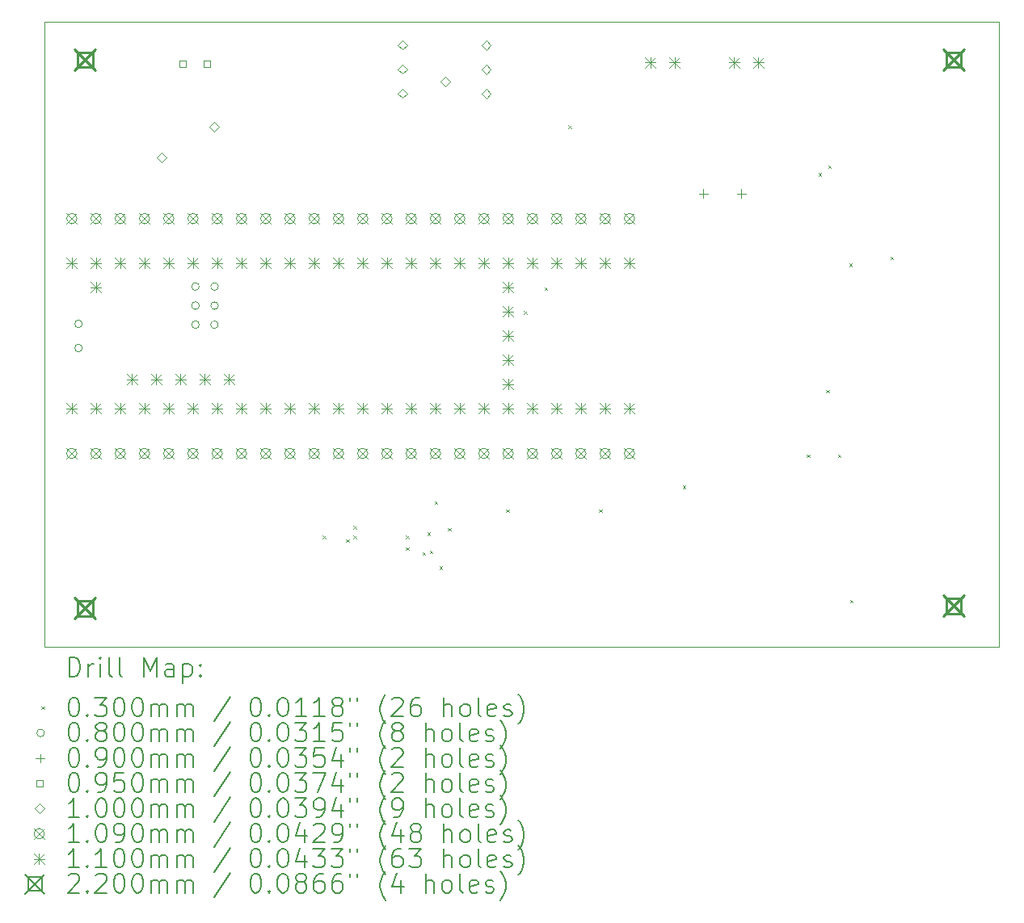
<source format=gbr>
%TF.GenerationSoftware,KiCad,Pcbnew,8.0.5*%
%TF.CreationDate,2025-03-10T17:56:19-07:00*%
%TF.ProjectId,flightcomputerv1,666c6967-6874-4636-9f6d-707574657276,rev?*%
%TF.SameCoordinates,Original*%
%TF.FileFunction,Drillmap*%
%TF.FilePolarity,Positive*%
%FSLAX45Y45*%
G04 Gerber Fmt 4.5, Leading zero omitted, Abs format (unit mm)*
G04 Created by KiCad (PCBNEW 8.0.5) date 2025-03-10 17:56:19*
%MOMM*%
%LPD*%
G01*
G04 APERTURE LIST*
%ADD10C,0.050000*%
%ADD11C,0.200000*%
%ADD12C,0.100000*%
%ADD13C,0.109000*%
%ADD14C,0.110000*%
%ADD15C,0.220000*%
G04 APERTURE END LIST*
D10*
X4950000Y-5975000D02*
X14950000Y-5975000D01*
X14950000Y-12525000D01*
X4950000Y-12525000D01*
X4950000Y-5975000D01*
D11*
D12*
X7860000Y-11360000D02*
X7890000Y-11390000D01*
X7890000Y-11360000D02*
X7860000Y-11390000D01*
X8110000Y-11400793D02*
X8140000Y-11430793D01*
X8140000Y-11400793D02*
X8110000Y-11430793D01*
X8185000Y-11260000D02*
X8215000Y-11290000D01*
X8215000Y-11260000D02*
X8185000Y-11290000D01*
X8185000Y-11360000D02*
X8215000Y-11390000D01*
X8215000Y-11360000D02*
X8185000Y-11390000D01*
X8735000Y-11360000D02*
X8765000Y-11390000D01*
X8765000Y-11360000D02*
X8735000Y-11390000D01*
X8735000Y-11483293D02*
X8765000Y-11513293D01*
X8765000Y-11483293D02*
X8735000Y-11513293D01*
X8907505Y-11535000D02*
X8937505Y-11565000D01*
X8937505Y-11535000D02*
X8907505Y-11565000D01*
X8959950Y-11326293D02*
X8989950Y-11356293D01*
X8989950Y-11326293D02*
X8959950Y-11356293D01*
X8985898Y-11519049D02*
X9015898Y-11549049D01*
X9015898Y-11519049D02*
X8985898Y-11549049D01*
X9035000Y-11003293D02*
X9065000Y-11033293D01*
X9065000Y-11003293D02*
X9035000Y-11033293D01*
X9085000Y-11685000D02*
X9115000Y-11715000D01*
X9115000Y-11685000D02*
X9085000Y-11715000D01*
X9174979Y-11281679D02*
X9204979Y-11311679D01*
X9204979Y-11281679D02*
X9174979Y-11311679D01*
X9785000Y-11085000D02*
X9815000Y-11115000D01*
X9815000Y-11085000D02*
X9785000Y-11115000D01*
X9970000Y-9010000D02*
X10000000Y-9040000D01*
X10000000Y-9010000D02*
X9970000Y-9040000D01*
X10185000Y-8760000D02*
X10215000Y-8790000D01*
X10215000Y-8760000D02*
X10185000Y-8790000D01*
X10435000Y-7060000D02*
X10465000Y-7090000D01*
X10465000Y-7060000D02*
X10435000Y-7090000D01*
X10760000Y-11085000D02*
X10790000Y-11115000D01*
X10790000Y-11085000D02*
X10760000Y-11115000D01*
X11635000Y-10835000D02*
X11665000Y-10865000D01*
X11665000Y-10835000D02*
X11635000Y-10865000D01*
X12935000Y-10510000D02*
X12965000Y-10540000D01*
X12965000Y-10510000D02*
X12935000Y-10540000D01*
X13056541Y-7560000D02*
X13086541Y-7590000D01*
X13086541Y-7560000D02*
X13056541Y-7590000D01*
X13135000Y-9835000D02*
X13165000Y-9865000D01*
X13165000Y-9835000D02*
X13135000Y-9865000D01*
X13156541Y-7481541D02*
X13186541Y-7511541D01*
X13186541Y-7481541D02*
X13156541Y-7511541D01*
X13260000Y-10510000D02*
X13290000Y-10540000D01*
X13290000Y-10510000D02*
X13260000Y-10540000D01*
X13380000Y-8510000D02*
X13410000Y-8540000D01*
X13410000Y-8510000D02*
X13380000Y-8540000D01*
X13385000Y-12035000D02*
X13415000Y-12065000D01*
X13415000Y-12035000D02*
X13385000Y-12065000D01*
X13810000Y-8435000D02*
X13840000Y-8465000D01*
X13840000Y-8435000D02*
X13810000Y-8465000D01*
X5345459Y-9141293D02*
G75*
G02*
X5265459Y-9141293I-40000J0D01*
G01*
X5265459Y-9141293D02*
G75*
G02*
X5345459Y-9141293I40000J0D01*
G01*
X5345459Y-9395293D02*
G75*
G02*
X5265459Y-9395293I-40000J0D01*
G01*
X5265459Y-9395293D02*
G75*
G02*
X5345459Y-9395293I40000J0D01*
G01*
X6569459Y-8750133D02*
G75*
G02*
X6489459Y-8750133I-40000J0D01*
G01*
X6489459Y-8750133D02*
G75*
G02*
X6569459Y-8750133I40000J0D01*
G01*
X6569459Y-8950133D02*
G75*
G02*
X6489459Y-8950133I-40000J0D01*
G01*
X6489459Y-8950133D02*
G75*
G02*
X6569459Y-8950133I40000J0D01*
G01*
X6569459Y-9150133D02*
G75*
G02*
X6489459Y-9150133I-40000J0D01*
G01*
X6489459Y-9150133D02*
G75*
G02*
X6569459Y-9150133I40000J0D01*
G01*
X6769459Y-8750133D02*
G75*
G02*
X6689459Y-8750133I-40000J0D01*
G01*
X6689459Y-8750133D02*
G75*
G02*
X6769459Y-8750133I40000J0D01*
G01*
X6769459Y-8950133D02*
G75*
G02*
X6689459Y-8950133I-40000J0D01*
G01*
X6689459Y-8950133D02*
G75*
G02*
X6769459Y-8950133I40000J0D01*
G01*
X6769459Y-9150133D02*
G75*
G02*
X6689459Y-9150133I-40000J0D01*
G01*
X6689459Y-9150133D02*
G75*
G02*
X6769459Y-9150133I40000J0D01*
G01*
X11850000Y-7730000D02*
X11850000Y-7820000D01*
X11805000Y-7775000D02*
X11895000Y-7775000D01*
X12250000Y-7730000D02*
X12250000Y-7820000D01*
X12205000Y-7775000D02*
X12295000Y-7775000D01*
X6432047Y-6448131D02*
X6432047Y-6380955D01*
X6364871Y-6380955D01*
X6364871Y-6448131D01*
X6432047Y-6448131D01*
X6682047Y-6448131D02*
X6682047Y-6380955D01*
X6614871Y-6380955D01*
X6614871Y-6448131D01*
X6682047Y-6448131D01*
X6175000Y-7450000D02*
X6225000Y-7400000D01*
X6175000Y-7350000D01*
X6125000Y-7400000D01*
X6175000Y-7450000D01*
X6725000Y-7125000D02*
X6775000Y-7075000D01*
X6725000Y-7025000D01*
X6675000Y-7075000D01*
X6725000Y-7125000D01*
X8700000Y-6267000D02*
X8750000Y-6217000D01*
X8700000Y-6167000D01*
X8650000Y-6217000D01*
X8700000Y-6267000D01*
X8700000Y-6521000D02*
X8750000Y-6471000D01*
X8700000Y-6421000D01*
X8650000Y-6471000D01*
X8700000Y-6521000D01*
X8700000Y-6775000D02*
X8750000Y-6725000D01*
X8700000Y-6675000D01*
X8650000Y-6725000D01*
X8700000Y-6775000D01*
X9150000Y-6650000D02*
X9200000Y-6600000D01*
X9150000Y-6550000D01*
X9100000Y-6600000D01*
X9150000Y-6650000D01*
X9575000Y-6271000D02*
X9625000Y-6221000D01*
X9575000Y-6171000D01*
X9525000Y-6221000D01*
X9575000Y-6271000D01*
X9575000Y-6525000D02*
X9625000Y-6475000D01*
X9575000Y-6425000D01*
X9525000Y-6475000D01*
X9575000Y-6525000D01*
X9575000Y-6779000D02*
X9625000Y-6729000D01*
X9575000Y-6679000D01*
X9525000Y-6729000D01*
X9575000Y-6779000D01*
D13*
X5178500Y-10445500D02*
X5287500Y-10554500D01*
X5287500Y-10445500D02*
X5178500Y-10554500D01*
X5287500Y-10500000D02*
G75*
G02*
X5178500Y-10500000I-54500J0D01*
G01*
X5178500Y-10500000D02*
G75*
G02*
X5287500Y-10500000I54500J0D01*
G01*
X5179959Y-7983793D02*
X5288959Y-8092793D01*
X5288959Y-7983793D02*
X5179959Y-8092793D01*
X5288959Y-8038293D02*
G75*
G02*
X5179959Y-8038293I-54500J0D01*
G01*
X5179959Y-8038293D02*
G75*
G02*
X5288959Y-8038293I54500J0D01*
G01*
X5432500Y-10445500D02*
X5541500Y-10554500D01*
X5541500Y-10445500D02*
X5432500Y-10554500D01*
X5541500Y-10500000D02*
G75*
G02*
X5432500Y-10500000I-54500J0D01*
G01*
X5432500Y-10500000D02*
G75*
G02*
X5541500Y-10500000I54500J0D01*
G01*
X5433959Y-7983793D02*
X5542959Y-8092793D01*
X5542959Y-7983793D02*
X5433959Y-8092793D01*
X5542959Y-8038293D02*
G75*
G02*
X5433959Y-8038293I-54500J0D01*
G01*
X5433959Y-8038293D02*
G75*
G02*
X5542959Y-8038293I54500J0D01*
G01*
X5686500Y-10445500D02*
X5795500Y-10554500D01*
X5795500Y-10445500D02*
X5686500Y-10554500D01*
X5795500Y-10500000D02*
G75*
G02*
X5686500Y-10500000I-54500J0D01*
G01*
X5686500Y-10500000D02*
G75*
G02*
X5795500Y-10500000I54500J0D01*
G01*
X5687959Y-7983793D02*
X5796959Y-8092793D01*
X5796959Y-7983793D02*
X5687959Y-8092793D01*
X5796959Y-8038293D02*
G75*
G02*
X5687959Y-8038293I-54500J0D01*
G01*
X5687959Y-8038293D02*
G75*
G02*
X5796959Y-8038293I54500J0D01*
G01*
X5940500Y-10445500D02*
X6049500Y-10554500D01*
X6049500Y-10445500D02*
X5940500Y-10554500D01*
X6049500Y-10500000D02*
G75*
G02*
X5940500Y-10500000I-54500J0D01*
G01*
X5940500Y-10500000D02*
G75*
G02*
X6049500Y-10500000I54500J0D01*
G01*
X5941959Y-7983793D02*
X6050959Y-8092793D01*
X6050959Y-7983793D02*
X5941959Y-8092793D01*
X6050959Y-8038293D02*
G75*
G02*
X5941959Y-8038293I-54500J0D01*
G01*
X5941959Y-8038293D02*
G75*
G02*
X6050959Y-8038293I54500J0D01*
G01*
X6194500Y-10445500D02*
X6303500Y-10554500D01*
X6303500Y-10445500D02*
X6194500Y-10554500D01*
X6303500Y-10500000D02*
G75*
G02*
X6194500Y-10500000I-54500J0D01*
G01*
X6194500Y-10500000D02*
G75*
G02*
X6303500Y-10500000I54500J0D01*
G01*
X6195959Y-7983793D02*
X6304959Y-8092793D01*
X6304959Y-7983793D02*
X6195959Y-8092793D01*
X6304959Y-8038293D02*
G75*
G02*
X6195959Y-8038293I-54500J0D01*
G01*
X6195959Y-8038293D02*
G75*
G02*
X6304959Y-8038293I54500J0D01*
G01*
X6448500Y-10445500D02*
X6557500Y-10554500D01*
X6557500Y-10445500D02*
X6448500Y-10554500D01*
X6557500Y-10500000D02*
G75*
G02*
X6448500Y-10500000I-54500J0D01*
G01*
X6448500Y-10500000D02*
G75*
G02*
X6557500Y-10500000I54500J0D01*
G01*
X6449959Y-7983793D02*
X6558959Y-8092793D01*
X6558959Y-7983793D02*
X6449959Y-8092793D01*
X6558959Y-8038293D02*
G75*
G02*
X6449959Y-8038293I-54500J0D01*
G01*
X6449959Y-8038293D02*
G75*
G02*
X6558959Y-8038293I54500J0D01*
G01*
X6702500Y-10445500D02*
X6811500Y-10554500D01*
X6811500Y-10445500D02*
X6702500Y-10554500D01*
X6811500Y-10500000D02*
G75*
G02*
X6702500Y-10500000I-54500J0D01*
G01*
X6702500Y-10500000D02*
G75*
G02*
X6811500Y-10500000I54500J0D01*
G01*
X6703959Y-7983793D02*
X6812959Y-8092793D01*
X6812959Y-7983793D02*
X6703959Y-8092793D01*
X6812959Y-8038293D02*
G75*
G02*
X6703959Y-8038293I-54500J0D01*
G01*
X6703959Y-8038293D02*
G75*
G02*
X6812959Y-8038293I54500J0D01*
G01*
X6956500Y-10445500D02*
X7065500Y-10554500D01*
X7065500Y-10445500D02*
X6956500Y-10554500D01*
X7065500Y-10500000D02*
G75*
G02*
X6956500Y-10500000I-54500J0D01*
G01*
X6956500Y-10500000D02*
G75*
G02*
X7065500Y-10500000I54500J0D01*
G01*
X6957959Y-7983793D02*
X7066959Y-8092793D01*
X7066959Y-7983793D02*
X6957959Y-8092793D01*
X7066959Y-8038293D02*
G75*
G02*
X6957959Y-8038293I-54500J0D01*
G01*
X6957959Y-8038293D02*
G75*
G02*
X7066959Y-8038293I54500J0D01*
G01*
X7210500Y-10445500D02*
X7319500Y-10554500D01*
X7319500Y-10445500D02*
X7210500Y-10554500D01*
X7319500Y-10500000D02*
G75*
G02*
X7210500Y-10500000I-54500J0D01*
G01*
X7210500Y-10500000D02*
G75*
G02*
X7319500Y-10500000I54500J0D01*
G01*
X7211959Y-7983793D02*
X7320959Y-8092793D01*
X7320959Y-7983793D02*
X7211959Y-8092793D01*
X7320959Y-8038293D02*
G75*
G02*
X7211959Y-8038293I-54500J0D01*
G01*
X7211959Y-8038293D02*
G75*
G02*
X7320959Y-8038293I54500J0D01*
G01*
X7464500Y-10445500D02*
X7573500Y-10554500D01*
X7573500Y-10445500D02*
X7464500Y-10554500D01*
X7573500Y-10500000D02*
G75*
G02*
X7464500Y-10500000I-54500J0D01*
G01*
X7464500Y-10500000D02*
G75*
G02*
X7573500Y-10500000I54500J0D01*
G01*
X7465959Y-7983793D02*
X7574959Y-8092793D01*
X7574959Y-7983793D02*
X7465959Y-8092793D01*
X7574959Y-8038293D02*
G75*
G02*
X7465959Y-8038293I-54500J0D01*
G01*
X7465959Y-8038293D02*
G75*
G02*
X7574959Y-8038293I54500J0D01*
G01*
X7718500Y-10445500D02*
X7827500Y-10554500D01*
X7827500Y-10445500D02*
X7718500Y-10554500D01*
X7827500Y-10500000D02*
G75*
G02*
X7718500Y-10500000I-54500J0D01*
G01*
X7718500Y-10500000D02*
G75*
G02*
X7827500Y-10500000I54500J0D01*
G01*
X7719959Y-7983793D02*
X7828959Y-8092793D01*
X7828959Y-7983793D02*
X7719959Y-8092793D01*
X7828959Y-8038293D02*
G75*
G02*
X7719959Y-8038293I-54500J0D01*
G01*
X7719959Y-8038293D02*
G75*
G02*
X7828959Y-8038293I54500J0D01*
G01*
X7972500Y-10445500D02*
X8081500Y-10554500D01*
X8081500Y-10445500D02*
X7972500Y-10554500D01*
X8081500Y-10500000D02*
G75*
G02*
X7972500Y-10500000I-54500J0D01*
G01*
X7972500Y-10500000D02*
G75*
G02*
X8081500Y-10500000I54500J0D01*
G01*
X7973959Y-7983793D02*
X8082959Y-8092793D01*
X8082959Y-7983793D02*
X7973959Y-8092793D01*
X8082959Y-8038293D02*
G75*
G02*
X7973959Y-8038293I-54500J0D01*
G01*
X7973959Y-8038293D02*
G75*
G02*
X8082959Y-8038293I54500J0D01*
G01*
X8226500Y-10445500D02*
X8335500Y-10554500D01*
X8335500Y-10445500D02*
X8226500Y-10554500D01*
X8335500Y-10500000D02*
G75*
G02*
X8226500Y-10500000I-54500J0D01*
G01*
X8226500Y-10500000D02*
G75*
G02*
X8335500Y-10500000I54500J0D01*
G01*
X8227959Y-7983793D02*
X8336959Y-8092793D01*
X8336959Y-7983793D02*
X8227959Y-8092793D01*
X8336959Y-8038293D02*
G75*
G02*
X8227959Y-8038293I-54500J0D01*
G01*
X8227959Y-8038293D02*
G75*
G02*
X8336959Y-8038293I54500J0D01*
G01*
X8480500Y-10445500D02*
X8589500Y-10554500D01*
X8589500Y-10445500D02*
X8480500Y-10554500D01*
X8589500Y-10500000D02*
G75*
G02*
X8480500Y-10500000I-54500J0D01*
G01*
X8480500Y-10500000D02*
G75*
G02*
X8589500Y-10500000I54500J0D01*
G01*
X8481959Y-7983793D02*
X8590959Y-8092793D01*
X8590959Y-7983793D02*
X8481959Y-8092793D01*
X8590959Y-8038293D02*
G75*
G02*
X8481959Y-8038293I-54500J0D01*
G01*
X8481959Y-8038293D02*
G75*
G02*
X8590959Y-8038293I54500J0D01*
G01*
X8734500Y-10445500D02*
X8843500Y-10554500D01*
X8843500Y-10445500D02*
X8734500Y-10554500D01*
X8843500Y-10500000D02*
G75*
G02*
X8734500Y-10500000I-54500J0D01*
G01*
X8734500Y-10500000D02*
G75*
G02*
X8843500Y-10500000I54500J0D01*
G01*
X8735959Y-7983793D02*
X8844959Y-8092793D01*
X8844959Y-7983793D02*
X8735959Y-8092793D01*
X8844959Y-8038293D02*
G75*
G02*
X8735959Y-8038293I-54500J0D01*
G01*
X8735959Y-8038293D02*
G75*
G02*
X8844959Y-8038293I54500J0D01*
G01*
X8988500Y-10445500D02*
X9097500Y-10554500D01*
X9097500Y-10445500D02*
X8988500Y-10554500D01*
X9097500Y-10500000D02*
G75*
G02*
X8988500Y-10500000I-54500J0D01*
G01*
X8988500Y-10500000D02*
G75*
G02*
X9097500Y-10500000I54500J0D01*
G01*
X8989959Y-7983793D02*
X9098959Y-8092793D01*
X9098959Y-7983793D02*
X8989959Y-8092793D01*
X9098959Y-8038293D02*
G75*
G02*
X8989959Y-8038293I-54500J0D01*
G01*
X8989959Y-8038293D02*
G75*
G02*
X9098959Y-8038293I54500J0D01*
G01*
X9242500Y-10445500D02*
X9351500Y-10554500D01*
X9351500Y-10445500D02*
X9242500Y-10554500D01*
X9351500Y-10500000D02*
G75*
G02*
X9242500Y-10500000I-54500J0D01*
G01*
X9242500Y-10500000D02*
G75*
G02*
X9351500Y-10500000I54500J0D01*
G01*
X9243959Y-7983793D02*
X9352959Y-8092793D01*
X9352959Y-7983793D02*
X9243959Y-8092793D01*
X9352959Y-8038293D02*
G75*
G02*
X9243959Y-8038293I-54500J0D01*
G01*
X9243959Y-8038293D02*
G75*
G02*
X9352959Y-8038293I54500J0D01*
G01*
X9496500Y-10445500D02*
X9605500Y-10554500D01*
X9605500Y-10445500D02*
X9496500Y-10554500D01*
X9605500Y-10500000D02*
G75*
G02*
X9496500Y-10500000I-54500J0D01*
G01*
X9496500Y-10500000D02*
G75*
G02*
X9605500Y-10500000I54500J0D01*
G01*
X9497959Y-7983793D02*
X9606959Y-8092793D01*
X9606959Y-7983793D02*
X9497959Y-8092793D01*
X9606959Y-8038293D02*
G75*
G02*
X9497959Y-8038293I-54500J0D01*
G01*
X9497959Y-8038293D02*
G75*
G02*
X9606959Y-8038293I54500J0D01*
G01*
X9750500Y-10445500D02*
X9859500Y-10554500D01*
X9859500Y-10445500D02*
X9750500Y-10554500D01*
X9859500Y-10500000D02*
G75*
G02*
X9750500Y-10500000I-54500J0D01*
G01*
X9750500Y-10500000D02*
G75*
G02*
X9859500Y-10500000I54500J0D01*
G01*
X9751959Y-7983793D02*
X9860959Y-8092793D01*
X9860959Y-7983793D02*
X9751959Y-8092793D01*
X9860959Y-8038293D02*
G75*
G02*
X9751959Y-8038293I-54500J0D01*
G01*
X9751959Y-8038293D02*
G75*
G02*
X9860959Y-8038293I54500J0D01*
G01*
X10004500Y-10445500D02*
X10113500Y-10554500D01*
X10113500Y-10445500D02*
X10004500Y-10554500D01*
X10113500Y-10500000D02*
G75*
G02*
X10004500Y-10500000I-54500J0D01*
G01*
X10004500Y-10500000D02*
G75*
G02*
X10113500Y-10500000I54500J0D01*
G01*
X10005959Y-7983793D02*
X10114959Y-8092793D01*
X10114959Y-7983793D02*
X10005959Y-8092793D01*
X10114959Y-8038293D02*
G75*
G02*
X10005959Y-8038293I-54500J0D01*
G01*
X10005959Y-8038293D02*
G75*
G02*
X10114959Y-8038293I54500J0D01*
G01*
X10258500Y-10445500D02*
X10367500Y-10554500D01*
X10367500Y-10445500D02*
X10258500Y-10554500D01*
X10367500Y-10500000D02*
G75*
G02*
X10258500Y-10500000I-54500J0D01*
G01*
X10258500Y-10500000D02*
G75*
G02*
X10367500Y-10500000I54500J0D01*
G01*
X10259959Y-7983793D02*
X10368959Y-8092793D01*
X10368959Y-7983793D02*
X10259959Y-8092793D01*
X10368959Y-8038293D02*
G75*
G02*
X10259959Y-8038293I-54500J0D01*
G01*
X10259959Y-8038293D02*
G75*
G02*
X10368959Y-8038293I54500J0D01*
G01*
X10512500Y-10445500D02*
X10621500Y-10554500D01*
X10621500Y-10445500D02*
X10512500Y-10554500D01*
X10621500Y-10500000D02*
G75*
G02*
X10512500Y-10500000I-54500J0D01*
G01*
X10512500Y-10500000D02*
G75*
G02*
X10621500Y-10500000I54500J0D01*
G01*
X10513959Y-7983793D02*
X10622959Y-8092793D01*
X10622959Y-7983793D02*
X10513959Y-8092793D01*
X10622959Y-8038293D02*
G75*
G02*
X10513959Y-8038293I-54500J0D01*
G01*
X10513959Y-8038293D02*
G75*
G02*
X10622959Y-8038293I54500J0D01*
G01*
X10766500Y-10445500D02*
X10875500Y-10554500D01*
X10875500Y-10445500D02*
X10766500Y-10554500D01*
X10875500Y-10500000D02*
G75*
G02*
X10766500Y-10500000I-54500J0D01*
G01*
X10766500Y-10500000D02*
G75*
G02*
X10875500Y-10500000I54500J0D01*
G01*
X10767959Y-7983793D02*
X10876959Y-8092793D01*
X10876959Y-7983793D02*
X10767959Y-8092793D01*
X10876959Y-8038293D02*
G75*
G02*
X10767959Y-8038293I-54500J0D01*
G01*
X10767959Y-8038293D02*
G75*
G02*
X10876959Y-8038293I54500J0D01*
G01*
X11020500Y-10445500D02*
X11129500Y-10554500D01*
X11129500Y-10445500D02*
X11020500Y-10554500D01*
X11129500Y-10500000D02*
G75*
G02*
X11020500Y-10500000I-54500J0D01*
G01*
X11020500Y-10500000D02*
G75*
G02*
X11129500Y-10500000I54500J0D01*
G01*
X11021959Y-7983793D02*
X11130959Y-8092793D01*
X11130959Y-7983793D02*
X11021959Y-8092793D01*
X11130959Y-8038293D02*
G75*
G02*
X11021959Y-8038293I-54500J0D01*
G01*
X11021959Y-8038293D02*
G75*
G02*
X11130959Y-8038293I54500J0D01*
G01*
D14*
X5177459Y-8451293D02*
X5287459Y-8561293D01*
X5287459Y-8451293D02*
X5177459Y-8561293D01*
X5232459Y-8451293D02*
X5232459Y-8561293D01*
X5177459Y-8506293D02*
X5287459Y-8506293D01*
X5177459Y-9975293D02*
X5287459Y-10085293D01*
X5287459Y-9975293D02*
X5177459Y-10085293D01*
X5232459Y-9975293D02*
X5232459Y-10085293D01*
X5177459Y-10030293D02*
X5287459Y-10030293D01*
X5431459Y-8451293D02*
X5541459Y-8561293D01*
X5541459Y-8451293D02*
X5431459Y-8561293D01*
X5486459Y-8451293D02*
X5486459Y-8561293D01*
X5431459Y-8506293D02*
X5541459Y-8506293D01*
X5431459Y-8705293D02*
X5541459Y-8815293D01*
X5541459Y-8705293D02*
X5431459Y-8815293D01*
X5486459Y-8705293D02*
X5486459Y-8815293D01*
X5431459Y-8760293D02*
X5541459Y-8760293D01*
X5431459Y-9975293D02*
X5541459Y-10085293D01*
X5541459Y-9975293D02*
X5431459Y-10085293D01*
X5486459Y-9975293D02*
X5486459Y-10085293D01*
X5431459Y-10030293D02*
X5541459Y-10030293D01*
X5685459Y-8451293D02*
X5795459Y-8561293D01*
X5795459Y-8451293D02*
X5685459Y-8561293D01*
X5740459Y-8451293D02*
X5740459Y-8561293D01*
X5685459Y-8506293D02*
X5795459Y-8506293D01*
X5685459Y-9975293D02*
X5795459Y-10085293D01*
X5795459Y-9975293D02*
X5685459Y-10085293D01*
X5740459Y-9975293D02*
X5740459Y-10085293D01*
X5685459Y-10030293D02*
X5795459Y-10030293D01*
X5807379Y-9670213D02*
X5917379Y-9780213D01*
X5917379Y-9670213D02*
X5807379Y-9780213D01*
X5862379Y-9670213D02*
X5862379Y-9780213D01*
X5807379Y-9725213D02*
X5917379Y-9725213D01*
X5939459Y-8451293D02*
X6049459Y-8561293D01*
X6049459Y-8451293D02*
X5939459Y-8561293D01*
X5994459Y-8451293D02*
X5994459Y-8561293D01*
X5939459Y-8506293D02*
X6049459Y-8506293D01*
X5939459Y-9975293D02*
X6049459Y-10085293D01*
X6049459Y-9975293D02*
X5939459Y-10085293D01*
X5994459Y-9975293D02*
X5994459Y-10085293D01*
X5939459Y-10030293D02*
X6049459Y-10030293D01*
X6061379Y-9670213D02*
X6171379Y-9780213D01*
X6171379Y-9670213D02*
X6061379Y-9780213D01*
X6116379Y-9670213D02*
X6116379Y-9780213D01*
X6061379Y-9725213D02*
X6171379Y-9725213D01*
X6193459Y-8451293D02*
X6303459Y-8561293D01*
X6303459Y-8451293D02*
X6193459Y-8561293D01*
X6248459Y-8451293D02*
X6248459Y-8561293D01*
X6193459Y-8506293D02*
X6303459Y-8506293D01*
X6193459Y-9975293D02*
X6303459Y-10085293D01*
X6303459Y-9975293D02*
X6193459Y-10085293D01*
X6248459Y-9975293D02*
X6248459Y-10085293D01*
X6193459Y-10030293D02*
X6303459Y-10030293D01*
X6315379Y-9670213D02*
X6425379Y-9780213D01*
X6425379Y-9670213D02*
X6315379Y-9780213D01*
X6370379Y-9670213D02*
X6370379Y-9780213D01*
X6315379Y-9725213D02*
X6425379Y-9725213D01*
X6447459Y-8451293D02*
X6557459Y-8561293D01*
X6557459Y-8451293D02*
X6447459Y-8561293D01*
X6502459Y-8451293D02*
X6502459Y-8561293D01*
X6447459Y-8506293D02*
X6557459Y-8506293D01*
X6447459Y-9975293D02*
X6557459Y-10085293D01*
X6557459Y-9975293D02*
X6447459Y-10085293D01*
X6502459Y-9975293D02*
X6502459Y-10085293D01*
X6447459Y-10030293D02*
X6557459Y-10030293D01*
X6569379Y-9670213D02*
X6679379Y-9780213D01*
X6679379Y-9670213D02*
X6569379Y-9780213D01*
X6624379Y-9670213D02*
X6624379Y-9780213D01*
X6569379Y-9725213D02*
X6679379Y-9725213D01*
X6701459Y-8451293D02*
X6811459Y-8561293D01*
X6811459Y-8451293D02*
X6701459Y-8561293D01*
X6756459Y-8451293D02*
X6756459Y-8561293D01*
X6701459Y-8506293D02*
X6811459Y-8506293D01*
X6701459Y-9975293D02*
X6811459Y-10085293D01*
X6811459Y-9975293D02*
X6701459Y-10085293D01*
X6756459Y-9975293D02*
X6756459Y-10085293D01*
X6701459Y-10030293D02*
X6811459Y-10030293D01*
X6823379Y-9670213D02*
X6933379Y-9780213D01*
X6933379Y-9670213D02*
X6823379Y-9780213D01*
X6878379Y-9670213D02*
X6878379Y-9780213D01*
X6823379Y-9725213D02*
X6933379Y-9725213D01*
X6955459Y-8451293D02*
X7065459Y-8561293D01*
X7065459Y-8451293D02*
X6955459Y-8561293D01*
X7010459Y-8451293D02*
X7010459Y-8561293D01*
X6955459Y-8506293D02*
X7065459Y-8506293D01*
X6955459Y-9975293D02*
X7065459Y-10085293D01*
X7065459Y-9975293D02*
X6955459Y-10085293D01*
X7010459Y-9975293D02*
X7010459Y-10085293D01*
X6955459Y-10030293D02*
X7065459Y-10030293D01*
X7209459Y-8451293D02*
X7319459Y-8561293D01*
X7319459Y-8451293D02*
X7209459Y-8561293D01*
X7264459Y-8451293D02*
X7264459Y-8561293D01*
X7209459Y-8506293D02*
X7319459Y-8506293D01*
X7209459Y-9975293D02*
X7319459Y-10085293D01*
X7319459Y-9975293D02*
X7209459Y-10085293D01*
X7264459Y-9975293D02*
X7264459Y-10085293D01*
X7209459Y-10030293D02*
X7319459Y-10030293D01*
X7463459Y-8451293D02*
X7573459Y-8561293D01*
X7573459Y-8451293D02*
X7463459Y-8561293D01*
X7518459Y-8451293D02*
X7518459Y-8561293D01*
X7463459Y-8506293D02*
X7573459Y-8506293D01*
X7463459Y-9975293D02*
X7573459Y-10085293D01*
X7573459Y-9975293D02*
X7463459Y-10085293D01*
X7518459Y-9975293D02*
X7518459Y-10085293D01*
X7463459Y-10030293D02*
X7573459Y-10030293D01*
X7717459Y-8451293D02*
X7827459Y-8561293D01*
X7827459Y-8451293D02*
X7717459Y-8561293D01*
X7772459Y-8451293D02*
X7772459Y-8561293D01*
X7717459Y-8506293D02*
X7827459Y-8506293D01*
X7717459Y-9975293D02*
X7827459Y-10085293D01*
X7827459Y-9975293D02*
X7717459Y-10085293D01*
X7772459Y-9975293D02*
X7772459Y-10085293D01*
X7717459Y-10030293D02*
X7827459Y-10030293D01*
X7971459Y-8451293D02*
X8081459Y-8561293D01*
X8081459Y-8451293D02*
X7971459Y-8561293D01*
X8026459Y-8451293D02*
X8026459Y-8561293D01*
X7971459Y-8506293D02*
X8081459Y-8506293D01*
X7971459Y-9975293D02*
X8081459Y-10085293D01*
X8081459Y-9975293D02*
X7971459Y-10085293D01*
X8026459Y-9975293D02*
X8026459Y-10085293D01*
X7971459Y-10030293D02*
X8081459Y-10030293D01*
X8225459Y-8451293D02*
X8335459Y-8561293D01*
X8335459Y-8451293D02*
X8225459Y-8561293D01*
X8280459Y-8451293D02*
X8280459Y-8561293D01*
X8225459Y-8506293D02*
X8335459Y-8506293D01*
X8225459Y-9975293D02*
X8335459Y-10085293D01*
X8335459Y-9975293D02*
X8225459Y-10085293D01*
X8280459Y-9975293D02*
X8280459Y-10085293D01*
X8225459Y-10030293D02*
X8335459Y-10030293D01*
X8479459Y-8451293D02*
X8589459Y-8561293D01*
X8589459Y-8451293D02*
X8479459Y-8561293D01*
X8534459Y-8451293D02*
X8534459Y-8561293D01*
X8479459Y-8506293D02*
X8589459Y-8506293D01*
X8479459Y-9975293D02*
X8589459Y-10085293D01*
X8589459Y-9975293D02*
X8479459Y-10085293D01*
X8534459Y-9975293D02*
X8534459Y-10085293D01*
X8479459Y-10030293D02*
X8589459Y-10030293D01*
X8733459Y-8451293D02*
X8843459Y-8561293D01*
X8843459Y-8451293D02*
X8733459Y-8561293D01*
X8788459Y-8451293D02*
X8788459Y-8561293D01*
X8733459Y-8506293D02*
X8843459Y-8506293D01*
X8733459Y-9975293D02*
X8843459Y-10085293D01*
X8843459Y-9975293D02*
X8733459Y-10085293D01*
X8788459Y-9975293D02*
X8788459Y-10085293D01*
X8733459Y-10030293D02*
X8843459Y-10030293D01*
X8987459Y-8451293D02*
X9097459Y-8561293D01*
X9097459Y-8451293D02*
X8987459Y-8561293D01*
X9042459Y-8451293D02*
X9042459Y-8561293D01*
X8987459Y-8506293D02*
X9097459Y-8506293D01*
X8987459Y-9975293D02*
X9097459Y-10085293D01*
X9097459Y-9975293D02*
X8987459Y-10085293D01*
X9042459Y-9975293D02*
X9042459Y-10085293D01*
X8987459Y-10030293D02*
X9097459Y-10030293D01*
X9241459Y-8451293D02*
X9351459Y-8561293D01*
X9351459Y-8451293D02*
X9241459Y-8561293D01*
X9296459Y-8451293D02*
X9296459Y-8561293D01*
X9241459Y-8506293D02*
X9351459Y-8506293D01*
X9241459Y-9975293D02*
X9351459Y-10085293D01*
X9351459Y-9975293D02*
X9241459Y-10085293D01*
X9296459Y-9975293D02*
X9296459Y-10085293D01*
X9241459Y-10030293D02*
X9351459Y-10030293D01*
X9495459Y-8451293D02*
X9605459Y-8561293D01*
X9605459Y-8451293D02*
X9495459Y-8561293D01*
X9550459Y-8451293D02*
X9550459Y-8561293D01*
X9495459Y-8506293D02*
X9605459Y-8506293D01*
X9495459Y-9975293D02*
X9605459Y-10085293D01*
X9605459Y-9975293D02*
X9495459Y-10085293D01*
X9550459Y-9975293D02*
X9550459Y-10085293D01*
X9495459Y-10030293D02*
X9605459Y-10030293D01*
X9749459Y-8451293D02*
X9859459Y-8561293D01*
X9859459Y-8451293D02*
X9749459Y-8561293D01*
X9804459Y-8451293D02*
X9804459Y-8561293D01*
X9749459Y-8506293D02*
X9859459Y-8506293D01*
X9749459Y-8705293D02*
X9859459Y-8815293D01*
X9859459Y-8705293D02*
X9749459Y-8815293D01*
X9804459Y-8705293D02*
X9804459Y-8815293D01*
X9749459Y-8760293D02*
X9859459Y-8760293D01*
X9749459Y-8959293D02*
X9859459Y-9069293D01*
X9859459Y-8959293D02*
X9749459Y-9069293D01*
X9804459Y-8959293D02*
X9804459Y-9069293D01*
X9749459Y-9014293D02*
X9859459Y-9014293D01*
X9749459Y-9213293D02*
X9859459Y-9323293D01*
X9859459Y-9213293D02*
X9749459Y-9323293D01*
X9804459Y-9213293D02*
X9804459Y-9323293D01*
X9749459Y-9268293D02*
X9859459Y-9268293D01*
X9749459Y-9467293D02*
X9859459Y-9577293D01*
X9859459Y-9467293D02*
X9749459Y-9577293D01*
X9804459Y-9467293D02*
X9804459Y-9577293D01*
X9749459Y-9522293D02*
X9859459Y-9522293D01*
X9749459Y-9721293D02*
X9859459Y-9831293D01*
X9859459Y-9721293D02*
X9749459Y-9831293D01*
X9804459Y-9721293D02*
X9804459Y-9831293D01*
X9749459Y-9776293D02*
X9859459Y-9776293D01*
X9749459Y-9975293D02*
X9859459Y-10085293D01*
X9859459Y-9975293D02*
X9749459Y-10085293D01*
X9804459Y-9975293D02*
X9804459Y-10085293D01*
X9749459Y-10030293D02*
X9859459Y-10030293D01*
X10003459Y-8451293D02*
X10113459Y-8561293D01*
X10113459Y-8451293D02*
X10003459Y-8561293D01*
X10058459Y-8451293D02*
X10058459Y-8561293D01*
X10003459Y-8506293D02*
X10113459Y-8506293D01*
X10003459Y-9975293D02*
X10113459Y-10085293D01*
X10113459Y-9975293D02*
X10003459Y-10085293D01*
X10058459Y-9975293D02*
X10058459Y-10085293D01*
X10003459Y-10030293D02*
X10113459Y-10030293D01*
X10257459Y-8451293D02*
X10367459Y-8561293D01*
X10367459Y-8451293D02*
X10257459Y-8561293D01*
X10312459Y-8451293D02*
X10312459Y-8561293D01*
X10257459Y-8506293D02*
X10367459Y-8506293D01*
X10257459Y-9975293D02*
X10367459Y-10085293D01*
X10367459Y-9975293D02*
X10257459Y-10085293D01*
X10312459Y-9975293D02*
X10312459Y-10085293D01*
X10257459Y-10030293D02*
X10367459Y-10030293D01*
X10511459Y-8451293D02*
X10621459Y-8561293D01*
X10621459Y-8451293D02*
X10511459Y-8561293D01*
X10566459Y-8451293D02*
X10566459Y-8561293D01*
X10511459Y-8506293D02*
X10621459Y-8506293D01*
X10511459Y-9975293D02*
X10621459Y-10085293D01*
X10621459Y-9975293D02*
X10511459Y-10085293D01*
X10566459Y-9975293D02*
X10566459Y-10085293D01*
X10511459Y-10030293D02*
X10621459Y-10030293D01*
X10765459Y-8451293D02*
X10875459Y-8561293D01*
X10875459Y-8451293D02*
X10765459Y-8561293D01*
X10820459Y-8451293D02*
X10820459Y-8561293D01*
X10765459Y-8506293D02*
X10875459Y-8506293D01*
X10765459Y-9975293D02*
X10875459Y-10085293D01*
X10875459Y-9975293D02*
X10765459Y-10085293D01*
X10820459Y-9975293D02*
X10820459Y-10085293D01*
X10765459Y-10030293D02*
X10875459Y-10030293D01*
X11019459Y-8451293D02*
X11129459Y-8561293D01*
X11129459Y-8451293D02*
X11019459Y-8561293D01*
X11074459Y-8451293D02*
X11074459Y-8561293D01*
X11019459Y-8506293D02*
X11129459Y-8506293D01*
X11019459Y-9975293D02*
X11129459Y-10085293D01*
X11129459Y-9975293D02*
X11019459Y-10085293D01*
X11074459Y-9975293D02*
X11074459Y-10085293D01*
X11019459Y-10030293D02*
X11129459Y-10030293D01*
X11241000Y-6345000D02*
X11351000Y-6455000D01*
X11351000Y-6345000D02*
X11241000Y-6455000D01*
X11296000Y-6345000D02*
X11296000Y-6455000D01*
X11241000Y-6400000D02*
X11351000Y-6400000D01*
X11495000Y-6345000D02*
X11605000Y-6455000D01*
X11605000Y-6345000D02*
X11495000Y-6455000D01*
X11550000Y-6345000D02*
X11550000Y-6455000D01*
X11495000Y-6400000D02*
X11605000Y-6400000D01*
X12118000Y-6345000D02*
X12228000Y-6455000D01*
X12228000Y-6345000D02*
X12118000Y-6455000D01*
X12173000Y-6345000D02*
X12173000Y-6455000D01*
X12118000Y-6400000D02*
X12228000Y-6400000D01*
X12372000Y-6345000D02*
X12482000Y-6455000D01*
X12482000Y-6345000D02*
X12372000Y-6455000D01*
X12427000Y-6345000D02*
X12427000Y-6455000D01*
X12372000Y-6400000D02*
X12482000Y-6400000D01*
D15*
X5265000Y-6265000D02*
X5485000Y-6485000D01*
X5485000Y-6265000D02*
X5265000Y-6485000D01*
X5452783Y-6452782D02*
X5452783Y-6297217D01*
X5297218Y-6297217D01*
X5297218Y-6452782D01*
X5452783Y-6452782D01*
X5265000Y-12015000D02*
X5485000Y-12235000D01*
X5485000Y-12015000D02*
X5265000Y-12235000D01*
X5452783Y-12202782D02*
X5452783Y-12047217D01*
X5297218Y-12047217D01*
X5297218Y-12202782D01*
X5452783Y-12202782D01*
X14365000Y-6265000D02*
X14585000Y-6485000D01*
X14585000Y-6265000D02*
X14365000Y-6485000D01*
X14552782Y-6452782D02*
X14552782Y-6297217D01*
X14397217Y-6297217D01*
X14397217Y-6452782D01*
X14552782Y-6452782D01*
X14365000Y-11990000D02*
X14585000Y-12210000D01*
X14585000Y-11990000D02*
X14365000Y-12210000D01*
X14552782Y-12177782D02*
X14552782Y-12022217D01*
X14397217Y-12022217D01*
X14397217Y-12177782D01*
X14552782Y-12177782D01*
D11*
X5208277Y-12838984D02*
X5208277Y-12638984D01*
X5208277Y-12638984D02*
X5255896Y-12638984D01*
X5255896Y-12638984D02*
X5284467Y-12648508D01*
X5284467Y-12648508D02*
X5303515Y-12667555D01*
X5303515Y-12667555D02*
X5313039Y-12686603D01*
X5313039Y-12686603D02*
X5322563Y-12724698D01*
X5322563Y-12724698D02*
X5322563Y-12753269D01*
X5322563Y-12753269D02*
X5313039Y-12791365D01*
X5313039Y-12791365D02*
X5303515Y-12810412D01*
X5303515Y-12810412D02*
X5284467Y-12829460D01*
X5284467Y-12829460D02*
X5255896Y-12838984D01*
X5255896Y-12838984D02*
X5208277Y-12838984D01*
X5408277Y-12838984D02*
X5408277Y-12705650D01*
X5408277Y-12743746D02*
X5417801Y-12724698D01*
X5417801Y-12724698D02*
X5427324Y-12715174D01*
X5427324Y-12715174D02*
X5446372Y-12705650D01*
X5446372Y-12705650D02*
X5465420Y-12705650D01*
X5532086Y-12838984D02*
X5532086Y-12705650D01*
X5532086Y-12638984D02*
X5522563Y-12648508D01*
X5522563Y-12648508D02*
X5532086Y-12658031D01*
X5532086Y-12658031D02*
X5541610Y-12648508D01*
X5541610Y-12648508D02*
X5532086Y-12638984D01*
X5532086Y-12638984D02*
X5532086Y-12658031D01*
X5655896Y-12838984D02*
X5636848Y-12829460D01*
X5636848Y-12829460D02*
X5627324Y-12810412D01*
X5627324Y-12810412D02*
X5627324Y-12638984D01*
X5760658Y-12838984D02*
X5741610Y-12829460D01*
X5741610Y-12829460D02*
X5732086Y-12810412D01*
X5732086Y-12810412D02*
X5732086Y-12638984D01*
X5989229Y-12838984D02*
X5989229Y-12638984D01*
X5989229Y-12638984D02*
X6055896Y-12781841D01*
X6055896Y-12781841D02*
X6122562Y-12638984D01*
X6122562Y-12638984D02*
X6122562Y-12838984D01*
X6303515Y-12838984D02*
X6303515Y-12734222D01*
X6303515Y-12734222D02*
X6293991Y-12715174D01*
X6293991Y-12715174D02*
X6274943Y-12705650D01*
X6274943Y-12705650D02*
X6236848Y-12705650D01*
X6236848Y-12705650D02*
X6217801Y-12715174D01*
X6303515Y-12829460D02*
X6284467Y-12838984D01*
X6284467Y-12838984D02*
X6236848Y-12838984D01*
X6236848Y-12838984D02*
X6217801Y-12829460D01*
X6217801Y-12829460D02*
X6208277Y-12810412D01*
X6208277Y-12810412D02*
X6208277Y-12791365D01*
X6208277Y-12791365D02*
X6217801Y-12772317D01*
X6217801Y-12772317D02*
X6236848Y-12762793D01*
X6236848Y-12762793D02*
X6284467Y-12762793D01*
X6284467Y-12762793D02*
X6303515Y-12753269D01*
X6398753Y-12705650D02*
X6398753Y-12905650D01*
X6398753Y-12715174D02*
X6417801Y-12705650D01*
X6417801Y-12705650D02*
X6455896Y-12705650D01*
X6455896Y-12705650D02*
X6474943Y-12715174D01*
X6474943Y-12715174D02*
X6484467Y-12724698D01*
X6484467Y-12724698D02*
X6493991Y-12743746D01*
X6493991Y-12743746D02*
X6493991Y-12800888D01*
X6493991Y-12800888D02*
X6484467Y-12819936D01*
X6484467Y-12819936D02*
X6474943Y-12829460D01*
X6474943Y-12829460D02*
X6455896Y-12838984D01*
X6455896Y-12838984D02*
X6417801Y-12838984D01*
X6417801Y-12838984D02*
X6398753Y-12829460D01*
X6579705Y-12819936D02*
X6589229Y-12829460D01*
X6589229Y-12829460D02*
X6579705Y-12838984D01*
X6579705Y-12838984D02*
X6570182Y-12829460D01*
X6570182Y-12829460D02*
X6579705Y-12819936D01*
X6579705Y-12819936D02*
X6579705Y-12838984D01*
X6579705Y-12715174D02*
X6589229Y-12724698D01*
X6589229Y-12724698D02*
X6579705Y-12734222D01*
X6579705Y-12734222D02*
X6570182Y-12724698D01*
X6570182Y-12724698D02*
X6579705Y-12715174D01*
X6579705Y-12715174D02*
X6579705Y-12734222D01*
D12*
X4917500Y-13152500D02*
X4947500Y-13182500D01*
X4947500Y-13152500D02*
X4917500Y-13182500D01*
D11*
X5246372Y-13058984D02*
X5265420Y-13058984D01*
X5265420Y-13058984D02*
X5284467Y-13068508D01*
X5284467Y-13068508D02*
X5293991Y-13078031D01*
X5293991Y-13078031D02*
X5303515Y-13097079D01*
X5303515Y-13097079D02*
X5313039Y-13135174D01*
X5313039Y-13135174D02*
X5313039Y-13182793D01*
X5313039Y-13182793D02*
X5303515Y-13220888D01*
X5303515Y-13220888D02*
X5293991Y-13239936D01*
X5293991Y-13239936D02*
X5284467Y-13249460D01*
X5284467Y-13249460D02*
X5265420Y-13258984D01*
X5265420Y-13258984D02*
X5246372Y-13258984D01*
X5246372Y-13258984D02*
X5227324Y-13249460D01*
X5227324Y-13249460D02*
X5217801Y-13239936D01*
X5217801Y-13239936D02*
X5208277Y-13220888D01*
X5208277Y-13220888D02*
X5198753Y-13182793D01*
X5198753Y-13182793D02*
X5198753Y-13135174D01*
X5198753Y-13135174D02*
X5208277Y-13097079D01*
X5208277Y-13097079D02*
X5217801Y-13078031D01*
X5217801Y-13078031D02*
X5227324Y-13068508D01*
X5227324Y-13068508D02*
X5246372Y-13058984D01*
X5398753Y-13239936D02*
X5408277Y-13249460D01*
X5408277Y-13249460D02*
X5398753Y-13258984D01*
X5398753Y-13258984D02*
X5389229Y-13249460D01*
X5389229Y-13249460D02*
X5398753Y-13239936D01*
X5398753Y-13239936D02*
X5398753Y-13258984D01*
X5474944Y-13058984D02*
X5598753Y-13058984D01*
X5598753Y-13058984D02*
X5532086Y-13135174D01*
X5532086Y-13135174D02*
X5560658Y-13135174D01*
X5560658Y-13135174D02*
X5579705Y-13144698D01*
X5579705Y-13144698D02*
X5589229Y-13154222D01*
X5589229Y-13154222D02*
X5598753Y-13173269D01*
X5598753Y-13173269D02*
X5598753Y-13220888D01*
X5598753Y-13220888D02*
X5589229Y-13239936D01*
X5589229Y-13239936D02*
X5579705Y-13249460D01*
X5579705Y-13249460D02*
X5560658Y-13258984D01*
X5560658Y-13258984D02*
X5503515Y-13258984D01*
X5503515Y-13258984D02*
X5484467Y-13249460D01*
X5484467Y-13249460D02*
X5474944Y-13239936D01*
X5722562Y-13058984D02*
X5741610Y-13058984D01*
X5741610Y-13058984D02*
X5760658Y-13068508D01*
X5760658Y-13068508D02*
X5770182Y-13078031D01*
X5770182Y-13078031D02*
X5779705Y-13097079D01*
X5779705Y-13097079D02*
X5789229Y-13135174D01*
X5789229Y-13135174D02*
X5789229Y-13182793D01*
X5789229Y-13182793D02*
X5779705Y-13220888D01*
X5779705Y-13220888D02*
X5770182Y-13239936D01*
X5770182Y-13239936D02*
X5760658Y-13249460D01*
X5760658Y-13249460D02*
X5741610Y-13258984D01*
X5741610Y-13258984D02*
X5722562Y-13258984D01*
X5722562Y-13258984D02*
X5703515Y-13249460D01*
X5703515Y-13249460D02*
X5693991Y-13239936D01*
X5693991Y-13239936D02*
X5684467Y-13220888D01*
X5684467Y-13220888D02*
X5674943Y-13182793D01*
X5674943Y-13182793D02*
X5674943Y-13135174D01*
X5674943Y-13135174D02*
X5684467Y-13097079D01*
X5684467Y-13097079D02*
X5693991Y-13078031D01*
X5693991Y-13078031D02*
X5703515Y-13068508D01*
X5703515Y-13068508D02*
X5722562Y-13058984D01*
X5913039Y-13058984D02*
X5932086Y-13058984D01*
X5932086Y-13058984D02*
X5951134Y-13068508D01*
X5951134Y-13068508D02*
X5960658Y-13078031D01*
X5960658Y-13078031D02*
X5970182Y-13097079D01*
X5970182Y-13097079D02*
X5979705Y-13135174D01*
X5979705Y-13135174D02*
X5979705Y-13182793D01*
X5979705Y-13182793D02*
X5970182Y-13220888D01*
X5970182Y-13220888D02*
X5960658Y-13239936D01*
X5960658Y-13239936D02*
X5951134Y-13249460D01*
X5951134Y-13249460D02*
X5932086Y-13258984D01*
X5932086Y-13258984D02*
X5913039Y-13258984D01*
X5913039Y-13258984D02*
X5893991Y-13249460D01*
X5893991Y-13249460D02*
X5884467Y-13239936D01*
X5884467Y-13239936D02*
X5874943Y-13220888D01*
X5874943Y-13220888D02*
X5865420Y-13182793D01*
X5865420Y-13182793D02*
X5865420Y-13135174D01*
X5865420Y-13135174D02*
X5874943Y-13097079D01*
X5874943Y-13097079D02*
X5884467Y-13078031D01*
X5884467Y-13078031D02*
X5893991Y-13068508D01*
X5893991Y-13068508D02*
X5913039Y-13058984D01*
X6065420Y-13258984D02*
X6065420Y-13125650D01*
X6065420Y-13144698D02*
X6074943Y-13135174D01*
X6074943Y-13135174D02*
X6093991Y-13125650D01*
X6093991Y-13125650D02*
X6122563Y-13125650D01*
X6122563Y-13125650D02*
X6141610Y-13135174D01*
X6141610Y-13135174D02*
X6151134Y-13154222D01*
X6151134Y-13154222D02*
X6151134Y-13258984D01*
X6151134Y-13154222D02*
X6160658Y-13135174D01*
X6160658Y-13135174D02*
X6179705Y-13125650D01*
X6179705Y-13125650D02*
X6208277Y-13125650D01*
X6208277Y-13125650D02*
X6227324Y-13135174D01*
X6227324Y-13135174D02*
X6236848Y-13154222D01*
X6236848Y-13154222D02*
X6236848Y-13258984D01*
X6332086Y-13258984D02*
X6332086Y-13125650D01*
X6332086Y-13144698D02*
X6341610Y-13135174D01*
X6341610Y-13135174D02*
X6360658Y-13125650D01*
X6360658Y-13125650D02*
X6389229Y-13125650D01*
X6389229Y-13125650D02*
X6408277Y-13135174D01*
X6408277Y-13135174D02*
X6417801Y-13154222D01*
X6417801Y-13154222D02*
X6417801Y-13258984D01*
X6417801Y-13154222D02*
X6427324Y-13135174D01*
X6427324Y-13135174D02*
X6446372Y-13125650D01*
X6446372Y-13125650D02*
X6474943Y-13125650D01*
X6474943Y-13125650D02*
X6493991Y-13135174D01*
X6493991Y-13135174D02*
X6503515Y-13154222D01*
X6503515Y-13154222D02*
X6503515Y-13258984D01*
X6893991Y-13049460D02*
X6722563Y-13306603D01*
X7151134Y-13058984D02*
X7170182Y-13058984D01*
X7170182Y-13058984D02*
X7189229Y-13068508D01*
X7189229Y-13068508D02*
X7198753Y-13078031D01*
X7198753Y-13078031D02*
X7208277Y-13097079D01*
X7208277Y-13097079D02*
X7217801Y-13135174D01*
X7217801Y-13135174D02*
X7217801Y-13182793D01*
X7217801Y-13182793D02*
X7208277Y-13220888D01*
X7208277Y-13220888D02*
X7198753Y-13239936D01*
X7198753Y-13239936D02*
X7189229Y-13249460D01*
X7189229Y-13249460D02*
X7170182Y-13258984D01*
X7170182Y-13258984D02*
X7151134Y-13258984D01*
X7151134Y-13258984D02*
X7132086Y-13249460D01*
X7132086Y-13249460D02*
X7122563Y-13239936D01*
X7122563Y-13239936D02*
X7113039Y-13220888D01*
X7113039Y-13220888D02*
X7103515Y-13182793D01*
X7103515Y-13182793D02*
X7103515Y-13135174D01*
X7103515Y-13135174D02*
X7113039Y-13097079D01*
X7113039Y-13097079D02*
X7122563Y-13078031D01*
X7122563Y-13078031D02*
X7132086Y-13068508D01*
X7132086Y-13068508D02*
X7151134Y-13058984D01*
X7303515Y-13239936D02*
X7313039Y-13249460D01*
X7313039Y-13249460D02*
X7303515Y-13258984D01*
X7303515Y-13258984D02*
X7293991Y-13249460D01*
X7293991Y-13249460D02*
X7303515Y-13239936D01*
X7303515Y-13239936D02*
X7303515Y-13258984D01*
X7436848Y-13058984D02*
X7455896Y-13058984D01*
X7455896Y-13058984D02*
X7474944Y-13068508D01*
X7474944Y-13068508D02*
X7484467Y-13078031D01*
X7484467Y-13078031D02*
X7493991Y-13097079D01*
X7493991Y-13097079D02*
X7503515Y-13135174D01*
X7503515Y-13135174D02*
X7503515Y-13182793D01*
X7503515Y-13182793D02*
X7493991Y-13220888D01*
X7493991Y-13220888D02*
X7484467Y-13239936D01*
X7484467Y-13239936D02*
X7474944Y-13249460D01*
X7474944Y-13249460D02*
X7455896Y-13258984D01*
X7455896Y-13258984D02*
X7436848Y-13258984D01*
X7436848Y-13258984D02*
X7417801Y-13249460D01*
X7417801Y-13249460D02*
X7408277Y-13239936D01*
X7408277Y-13239936D02*
X7398753Y-13220888D01*
X7398753Y-13220888D02*
X7389229Y-13182793D01*
X7389229Y-13182793D02*
X7389229Y-13135174D01*
X7389229Y-13135174D02*
X7398753Y-13097079D01*
X7398753Y-13097079D02*
X7408277Y-13078031D01*
X7408277Y-13078031D02*
X7417801Y-13068508D01*
X7417801Y-13068508D02*
X7436848Y-13058984D01*
X7693991Y-13258984D02*
X7579706Y-13258984D01*
X7636848Y-13258984D02*
X7636848Y-13058984D01*
X7636848Y-13058984D02*
X7617801Y-13087555D01*
X7617801Y-13087555D02*
X7598753Y-13106603D01*
X7598753Y-13106603D02*
X7579706Y-13116127D01*
X7884467Y-13258984D02*
X7770182Y-13258984D01*
X7827325Y-13258984D02*
X7827325Y-13058984D01*
X7827325Y-13058984D02*
X7808277Y-13087555D01*
X7808277Y-13087555D02*
X7789229Y-13106603D01*
X7789229Y-13106603D02*
X7770182Y-13116127D01*
X7998753Y-13144698D02*
X7979706Y-13135174D01*
X7979706Y-13135174D02*
X7970182Y-13125650D01*
X7970182Y-13125650D02*
X7960658Y-13106603D01*
X7960658Y-13106603D02*
X7960658Y-13097079D01*
X7960658Y-13097079D02*
X7970182Y-13078031D01*
X7970182Y-13078031D02*
X7979706Y-13068508D01*
X7979706Y-13068508D02*
X7998753Y-13058984D01*
X7998753Y-13058984D02*
X8036848Y-13058984D01*
X8036848Y-13058984D02*
X8055896Y-13068508D01*
X8055896Y-13068508D02*
X8065420Y-13078031D01*
X8065420Y-13078031D02*
X8074944Y-13097079D01*
X8074944Y-13097079D02*
X8074944Y-13106603D01*
X8074944Y-13106603D02*
X8065420Y-13125650D01*
X8065420Y-13125650D02*
X8055896Y-13135174D01*
X8055896Y-13135174D02*
X8036848Y-13144698D01*
X8036848Y-13144698D02*
X7998753Y-13144698D01*
X7998753Y-13144698D02*
X7979706Y-13154222D01*
X7979706Y-13154222D02*
X7970182Y-13163746D01*
X7970182Y-13163746D02*
X7960658Y-13182793D01*
X7960658Y-13182793D02*
X7960658Y-13220888D01*
X7960658Y-13220888D02*
X7970182Y-13239936D01*
X7970182Y-13239936D02*
X7979706Y-13249460D01*
X7979706Y-13249460D02*
X7998753Y-13258984D01*
X7998753Y-13258984D02*
X8036848Y-13258984D01*
X8036848Y-13258984D02*
X8055896Y-13249460D01*
X8055896Y-13249460D02*
X8065420Y-13239936D01*
X8065420Y-13239936D02*
X8074944Y-13220888D01*
X8074944Y-13220888D02*
X8074944Y-13182793D01*
X8074944Y-13182793D02*
X8065420Y-13163746D01*
X8065420Y-13163746D02*
X8055896Y-13154222D01*
X8055896Y-13154222D02*
X8036848Y-13144698D01*
X8151134Y-13058984D02*
X8151134Y-13097079D01*
X8227325Y-13058984D02*
X8227325Y-13097079D01*
X8522563Y-13335174D02*
X8513039Y-13325650D01*
X8513039Y-13325650D02*
X8493991Y-13297079D01*
X8493991Y-13297079D02*
X8484468Y-13278031D01*
X8484468Y-13278031D02*
X8474944Y-13249460D01*
X8474944Y-13249460D02*
X8465420Y-13201841D01*
X8465420Y-13201841D02*
X8465420Y-13163746D01*
X8465420Y-13163746D02*
X8474944Y-13116127D01*
X8474944Y-13116127D02*
X8484468Y-13087555D01*
X8484468Y-13087555D02*
X8493991Y-13068508D01*
X8493991Y-13068508D02*
X8513039Y-13039936D01*
X8513039Y-13039936D02*
X8522563Y-13030412D01*
X8589230Y-13078031D02*
X8598753Y-13068508D01*
X8598753Y-13068508D02*
X8617801Y-13058984D01*
X8617801Y-13058984D02*
X8665420Y-13058984D01*
X8665420Y-13058984D02*
X8684468Y-13068508D01*
X8684468Y-13068508D02*
X8693991Y-13078031D01*
X8693991Y-13078031D02*
X8703515Y-13097079D01*
X8703515Y-13097079D02*
X8703515Y-13116127D01*
X8703515Y-13116127D02*
X8693991Y-13144698D01*
X8693991Y-13144698D02*
X8579706Y-13258984D01*
X8579706Y-13258984D02*
X8703515Y-13258984D01*
X8874944Y-13058984D02*
X8836849Y-13058984D01*
X8836849Y-13058984D02*
X8817801Y-13068508D01*
X8817801Y-13068508D02*
X8808277Y-13078031D01*
X8808277Y-13078031D02*
X8789230Y-13106603D01*
X8789230Y-13106603D02*
X8779706Y-13144698D01*
X8779706Y-13144698D02*
X8779706Y-13220888D01*
X8779706Y-13220888D02*
X8789230Y-13239936D01*
X8789230Y-13239936D02*
X8798753Y-13249460D01*
X8798753Y-13249460D02*
X8817801Y-13258984D01*
X8817801Y-13258984D02*
X8855896Y-13258984D01*
X8855896Y-13258984D02*
X8874944Y-13249460D01*
X8874944Y-13249460D02*
X8884468Y-13239936D01*
X8884468Y-13239936D02*
X8893991Y-13220888D01*
X8893991Y-13220888D02*
X8893991Y-13173269D01*
X8893991Y-13173269D02*
X8884468Y-13154222D01*
X8884468Y-13154222D02*
X8874944Y-13144698D01*
X8874944Y-13144698D02*
X8855896Y-13135174D01*
X8855896Y-13135174D02*
X8817801Y-13135174D01*
X8817801Y-13135174D02*
X8798753Y-13144698D01*
X8798753Y-13144698D02*
X8789230Y-13154222D01*
X8789230Y-13154222D02*
X8779706Y-13173269D01*
X9132087Y-13258984D02*
X9132087Y-13058984D01*
X9217801Y-13258984D02*
X9217801Y-13154222D01*
X9217801Y-13154222D02*
X9208277Y-13135174D01*
X9208277Y-13135174D02*
X9189230Y-13125650D01*
X9189230Y-13125650D02*
X9160658Y-13125650D01*
X9160658Y-13125650D02*
X9141611Y-13135174D01*
X9141611Y-13135174D02*
X9132087Y-13144698D01*
X9341611Y-13258984D02*
X9322563Y-13249460D01*
X9322563Y-13249460D02*
X9313039Y-13239936D01*
X9313039Y-13239936D02*
X9303515Y-13220888D01*
X9303515Y-13220888D02*
X9303515Y-13163746D01*
X9303515Y-13163746D02*
X9313039Y-13144698D01*
X9313039Y-13144698D02*
X9322563Y-13135174D01*
X9322563Y-13135174D02*
X9341611Y-13125650D01*
X9341611Y-13125650D02*
X9370182Y-13125650D01*
X9370182Y-13125650D02*
X9389230Y-13135174D01*
X9389230Y-13135174D02*
X9398753Y-13144698D01*
X9398753Y-13144698D02*
X9408277Y-13163746D01*
X9408277Y-13163746D02*
X9408277Y-13220888D01*
X9408277Y-13220888D02*
X9398753Y-13239936D01*
X9398753Y-13239936D02*
X9389230Y-13249460D01*
X9389230Y-13249460D02*
X9370182Y-13258984D01*
X9370182Y-13258984D02*
X9341611Y-13258984D01*
X9522563Y-13258984D02*
X9503515Y-13249460D01*
X9503515Y-13249460D02*
X9493992Y-13230412D01*
X9493992Y-13230412D02*
X9493992Y-13058984D01*
X9674944Y-13249460D02*
X9655896Y-13258984D01*
X9655896Y-13258984D02*
X9617801Y-13258984D01*
X9617801Y-13258984D02*
X9598753Y-13249460D01*
X9598753Y-13249460D02*
X9589230Y-13230412D01*
X9589230Y-13230412D02*
X9589230Y-13154222D01*
X9589230Y-13154222D02*
X9598753Y-13135174D01*
X9598753Y-13135174D02*
X9617801Y-13125650D01*
X9617801Y-13125650D02*
X9655896Y-13125650D01*
X9655896Y-13125650D02*
X9674944Y-13135174D01*
X9674944Y-13135174D02*
X9684468Y-13154222D01*
X9684468Y-13154222D02*
X9684468Y-13173269D01*
X9684468Y-13173269D02*
X9589230Y-13192317D01*
X9760658Y-13249460D02*
X9779706Y-13258984D01*
X9779706Y-13258984D02*
X9817801Y-13258984D01*
X9817801Y-13258984D02*
X9836849Y-13249460D01*
X9836849Y-13249460D02*
X9846373Y-13230412D01*
X9846373Y-13230412D02*
X9846373Y-13220888D01*
X9846373Y-13220888D02*
X9836849Y-13201841D01*
X9836849Y-13201841D02*
X9817801Y-13192317D01*
X9817801Y-13192317D02*
X9789230Y-13192317D01*
X9789230Y-13192317D02*
X9770182Y-13182793D01*
X9770182Y-13182793D02*
X9760658Y-13163746D01*
X9760658Y-13163746D02*
X9760658Y-13154222D01*
X9760658Y-13154222D02*
X9770182Y-13135174D01*
X9770182Y-13135174D02*
X9789230Y-13125650D01*
X9789230Y-13125650D02*
X9817801Y-13125650D01*
X9817801Y-13125650D02*
X9836849Y-13135174D01*
X9913039Y-13335174D02*
X9922563Y-13325650D01*
X9922563Y-13325650D02*
X9941611Y-13297079D01*
X9941611Y-13297079D02*
X9951134Y-13278031D01*
X9951134Y-13278031D02*
X9960658Y-13249460D01*
X9960658Y-13249460D02*
X9970182Y-13201841D01*
X9970182Y-13201841D02*
X9970182Y-13163746D01*
X9970182Y-13163746D02*
X9960658Y-13116127D01*
X9960658Y-13116127D02*
X9951134Y-13087555D01*
X9951134Y-13087555D02*
X9941611Y-13068508D01*
X9941611Y-13068508D02*
X9922563Y-13039936D01*
X9922563Y-13039936D02*
X9913039Y-13030412D01*
D12*
X4947500Y-13431500D02*
G75*
G02*
X4867500Y-13431500I-40000J0D01*
G01*
X4867500Y-13431500D02*
G75*
G02*
X4947500Y-13431500I40000J0D01*
G01*
D11*
X5246372Y-13322984D02*
X5265420Y-13322984D01*
X5265420Y-13322984D02*
X5284467Y-13332508D01*
X5284467Y-13332508D02*
X5293991Y-13342031D01*
X5293991Y-13342031D02*
X5303515Y-13361079D01*
X5303515Y-13361079D02*
X5313039Y-13399174D01*
X5313039Y-13399174D02*
X5313039Y-13446793D01*
X5313039Y-13446793D02*
X5303515Y-13484888D01*
X5303515Y-13484888D02*
X5293991Y-13503936D01*
X5293991Y-13503936D02*
X5284467Y-13513460D01*
X5284467Y-13513460D02*
X5265420Y-13522984D01*
X5265420Y-13522984D02*
X5246372Y-13522984D01*
X5246372Y-13522984D02*
X5227324Y-13513460D01*
X5227324Y-13513460D02*
X5217801Y-13503936D01*
X5217801Y-13503936D02*
X5208277Y-13484888D01*
X5208277Y-13484888D02*
X5198753Y-13446793D01*
X5198753Y-13446793D02*
X5198753Y-13399174D01*
X5198753Y-13399174D02*
X5208277Y-13361079D01*
X5208277Y-13361079D02*
X5217801Y-13342031D01*
X5217801Y-13342031D02*
X5227324Y-13332508D01*
X5227324Y-13332508D02*
X5246372Y-13322984D01*
X5398753Y-13503936D02*
X5408277Y-13513460D01*
X5408277Y-13513460D02*
X5398753Y-13522984D01*
X5398753Y-13522984D02*
X5389229Y-13513460D01*
X5389229Y-13513460D02*
X5398753Y-13503936D01*
X5398753Y-13503936D02*
X5398753Y-13522984D01*
X5522563Y-13408698D02*
X5503515Y-13399174D01*
X5503515Y-13399174D02*
X5493991Y-13389650D01*
X5493991Y-13389650D02*
X5484467Y-13370603D01*
X5484467Y-13370603D02*
X5484467Y-13361079D01*
X5484467Y-13361079D02*
X5493991Y-13342031D01*
X5493991Y-13342031D02*
X5503515Y-13332508D01*
X5503515Y-13332508D02*
X5522563Y-13322984D01*
X5522563Y-13322984D02*
X5560658Y-13322984D01*
X5560658Y-13322984D02*
X5579705Y-13332508D01*
X5579705Y-13332508D02*
X5589229Y-13342031D01*
X5589229Y-13342031D02*
X5598753Y-13361079D01*
X5598753Y-13361079D02*
X5598753Y-13370603D01*
X5598753Y-13370603D02*
X5589229Y-13389650D01*
X5589229Y-13389650D02*
X5579705Y-13399174D01*
X5579705Y-13399174D02*
X5560658Y-13408698D01*
X5560658Y-13408698D02*
X5522563Y-13408698D01*
X5522563Y-13408698D02*
X5503515Y-13418222D01*
X5503515Y-13418222D02*
X5493991Y-13427746D01*
X5493991Y-13427746D02*
X5484467Y-13446793D01*
X5484467Y-13446793D02*
X5484467Y-13484888D01*
X5484467Y-13484888D02*
X5493991Y-13503936D01*
X5493991Y-13503936D02*
X5503515Y-13513460D01*
X5503515Y-13513460D02*
X5522563Y-13522984D01*
X5522563Y-13522984D02*
X5560658Y-13522984D01*
X5560658Y-13522984D02*
X5579705Y-13513460D01*
X5579705Y-13513460D02*
X5589229Y-13503936D01*
X5589229Y-13503936D02*
X5598753Y-13484888D01*
X5598753Y-13484888D02*
X5598753Y-13446793D01*
X5598753Y-13446793D02*
X5589229Y-13427746D01*
X5589229Y-13427746D02*
X5579705Y-13418222D01*
X5579705Y-13418222D02*
X5560658Y-13408698D01*
X5722562Y-13322984D02*
X5741610Y-13322984D01*
X5741610Y-13322984D02*
X5760658Y-13332508D01*
X5760658Y-13332508D02*
X5770182Y-13342031D01*
X5770182Y-13342031D02*
X5779705Y-13361079D01*
X5779705Y-13361079D02*
X5789229Y-13399174D01*
X5789229Y-13399174D02*
X5789229Y-13446793D01*
X5789229Y-13446793D02*
X5779705Y-13484888D01*
X5779705Y-13484888D02*
X5770182Y-13503936D01*
X5770182Y-13503936D02*
X5760658Y-13513460D01*
X5760658Y-13513460D02*
X5741610Y-13522984D01*
X5741610Y-13522984D02*
X5722562Y-13522984D01*
X5722562Y-13522984D02*
X5703515Y-13513460D01*
X5703515Y-13513460D02*
X5693991Y-13503936D01*
X5693991Y-13503936D02*
X5684467Y-13484888D01*
X5684467Y-13484888D02*
X5674943Y-13446793D01*
X5674943Y-13446793D02*
X5674943Y-13399174D01*
X5674943Y-13399174D02*
X5684467Y-13361079D01*
X5684467Y-13361079D02*
X5693991Y-13342031D01*
X5693991Y-13342031D02*
X5703515Y-13332508D01*
X5703515Y-13332508D02*
X5722562Y-13322984D01*
X5913039Y-13322984D02*
X5932086Y-13322984D01*
X5932086Y-13322984D02*
X5951134Y-13332508D01*
X5951134Y-13332508D02*
X5960658Y-13342031D01*
X5960658Y-13342031D02*
X5970182Y-13361079D01*
X5970182Y-13361079D02*
X5979705Y-13399174D01*
X5979705Y-13399174D02*
X5979705Y-13446793D01*
X5979705Y-13446793D02*
X5970182Y-13484888D01*
X5970182Y-13484888D02*
X5960658Y-13503936D01*
X5960658Y-13503936D02*
X5951134Y-13513460D01*
X5951134Y-13513460D02*
X5932086Y-13522984D01*
X5932086Y-13522984D02*
X5913039Y-13522984D01*
X5913039Y-13522984D02*
X5893991Y-13513460D01*
X5893991Y-13513460D02*
X5884467Y-13503936D01*
X5884467Y-13503936D02*
X5874943Y-13484888D01*
X5874943Y-13484888D02*
X5865420Y-13446793D01*
X5865420Y-13446793D02*
X5865420Y-13399174D01*
X5865420Y-13399174D02*
X5874943Y-13361079D01*
X5874943Y-13361079D02*
X5884467Y-13342031D01*
X5884467Y-13342031D02*
X5893991Y-13332508D01*
X5893991Y-13332508D02*
X5913039Y-13322984D01*
X6065420Y-13522984D02*
X6065420Y-13389650D01*
X6065420Y-13408698D02*
X6074943Y-13399174D01*
X6074943Y-13399174D02*
X6093991Y-13389650D01*
X6093991Y-13389650D02*
X6122563Y-13389650D01*
X6122563Y-13389650D02*
X6141610Y-13399174D01*
X6141610Y-13399174D02*
X6151134Y-13418222D01*
X6151134Y-13418222D02*
X6151134Y-13522984D01*
X6151134Y-13418222D02*
X6160658Y-13399174D01*
X6160658Y-13399174D02*
X6179705Y-13389650D01*
X6179705Y-13389650D02*
X6208277Y-13389650D01*
X6208277Y-13389650D02*
X6227324Y-13399174D01*
X6227324Y-13399174D02*
X6236848Y-13418222D01*
X6236848Y-13418222D02*
X6236848Y-13522984D01*
X6332086Y-13522984D02*
X6332086Y-13389650D01*
X6332086Y-13408698D02*
X6341610Y-13399174D01*
X6341610Y-13399174D02*
X6360658Y-13389650D01*
X6360658Y-13389650D02*
X6389229Y-13389650D01*
X6389229Y-13389650D02*
X6408277Y-13399174D01*
X6408277Y-13399174D02*
X6417801Y-13418222D01*
X6417801Y-13418222D02*
X6417801Y-13522984D01*
X6417801Y-13418222D02*
X6427324Y-13399174D01*
X6427324Y-13399174D02*
X6446372Y-13389650D01*
X6446372Y-13389650D02*
X6474943Y-13389650D01*
X6474943Y-13389650D02*
X6493991Y-13399174D01*
X6493991Y-13399174D02*
X6503515Y-13418222D01*
X6503515Y-13418222D02*
X6503515Y-13522984D01*
X6893991Y-13313460D02*
X6722563Y-13570603D01*
X7151134Y-13322984D02*
X7170182Y-13322984D01*
X7170182Y-13322984D02*
X7189229Y-13332508D01*
X7189229Y-13332508D02*
X7198753Y-13342031D01*
X7198753Y-13342031D02*
X7208277Y-13361079D01*
X7208277Y-13361079D02*
X7217801Y-13399174D01*
X7217801Y-13399174D02*
X7217801Y-13446793D01*
X7217801Y-13446793D02*
X7208277Y-13484888D01*
X7208277Y-13484888D02*
X7198753Y-13503936D01*
X7198753Y-13503936D02*
X7189229Y-13513460D01*
X7189229Y-13513460D02*
X7170182Y-13522984D01*
X7170182Y-13522984D02*
X7151134Y-13522984D01*
X7151134Y-13522984D02*
X7132086Y-13513460D01*
X7132086Y-13513460D02*
X7122563Y-13503936D01*
X7122563Y-13503936D02*
X7113039Y-13484888D01*
X7113039Y-13484888D02*
X7103515Y-13446793D01*
X7103515Y-13446793D02*
X7103515Y-13399174D01*
X7103515Y-13399174D02*
X7113039Y-13361079D01*
X7113039Y-13361079D02*
X7122563Y-13342031D01*
X7122563Y-13342031D02*
X7132086Y-13332508D01*
X7132086Y-13332508D02*
X7151134Y-13322984D01*
X7303515Y-13503936D02*
X7313039Y-13513460D01*
X7313039Y-13513460D02*
X7303515Y-13522984D01*
X7303515Y-13522984D02*
X7293991Y-13513460D01*
X7293991Y-13513460D02*
X7303515Y-13503936D01*
X7303515Y-13503936D02*
X7303515Y-13522984D01*
X7436848Y-13322984D02*
X7455896Y-13322984D01*
X7455896Y-13322984D02*
X7474944Y-13332508D01*
X7474944Y-13332508D02*
X7484467Y-13342031D01*
X7484467Y-13342031D02*
X7493991Y-13361079D01*
X7493991Y-13361079D02*
X7503515Y-13399174D01*
X7503515Y-13399174D02*
X7503515Y-13446793D01*
X7503515Y-13446793D02*
X7493991Y-13484888D01*
X7493991Y-13484888D02*
X7484467Y-13503936D01*
X7484467Y-13503936D02*
X7474944Y-13513460D01*
X7474944Y-13513460D02*
X7455896Y-13522984D01*
X7455896Y-13522984D02*
X7436848Y-13522984D01*
X7436848Y-13522984D02*
X7417801Y-13513460D01*
X7417801Y-13513460D02*
X7408277Y-13503936D01*
X7408277Y-13503936D02*
X7398753Y-13484888D01*
X7398753Y-13484888D02*
X7389229Y-13446793D01*
X7389229Y-13446793D02*
X7389229Y-13399174D01*
X7389229Y-13399174D02*
X7398753Y-13361079D01*
X7398753Y-13361079D02*
X7408277Y-13342031D01*
X7408277Y-13342031D02*
X7417801Y-13332508D01*
X7417801Y-13332508D02*
X7436848Y-13322984D01*
X7570182Y-13322984D02*
X7693991Y-13322984D01*
X7693991Y-13322984D02*
X7627325Y-13399174D01*
X7627325Y-13399174D02*
X7655896Y-13399174D01*
X7655896Y-13399174D02*
X7674944Y-13408698D01*
X7674944Y-13408698D02*
X7684467Y-13418222D01*
X7684467Y-13418222D02*
X7693991Y-13437269D01*
X7693991Y-13437269D02*
X7693991Y-13484888D01*
X7693991Y-13484888D02*
X7684467Y-13503936D01*
X7684467Y-13503936D02*
X7674944Y-13513460D01*
X7674944Y-13513460D02*
X7655896Y-13522984D01*
X7655896Y-13522984D02*
X7598753Y-13522984D01*
X7598753Y-13522984D02*
X7579706Y-13513460D01*
X7579706Y-13513460D02*
X7570182Y-13503936D01*
X7884467Y-13522984D02*
X7770182Y-13522984D01*
X7827325Y-13522984D02*
X7827325Y-13322984D01*
X7827325Y-13322984D02*
X7808277Y-13351555D01*
X7808277Y-13351555D02*
X7789229Y-13370603D01*
X7789229Y-13370603D02*
X7770182Y-13380127D01*
X8065420Y-13322984D02*
X7970182Y-13322984D01*
X7970182Y-13322984D02*
X7960658Y-13418222D01*
X7960658Y-13418222D02*
X7970182Y-13408698D01*
X7970182Y-13408698D02*
X7989229Y-13399174D01*
X7989229Y-13399174D02*
X8036848Y-13399174D01*
X8036848Y-13399174D02*
X8055896Y-13408698D01*
X8055896Y-13408698D02*
X8065420Y-13418222D01*
X8065420Y-13418222D02*
X8074944Y-13437269D01*
X8074944Y-13437269D02*
X8074944Y-13484888D01*
X8074944Y-13484888D02*
X8065420Y-13503936D01*
X8065420Y-13503936D02*
X8055896Y-13513460D01*
X8055896Y-13513460D02*
X8036848Y-13522984D01*
X8036848Y-13522984D02*
X7989229Y-13522984D01*
X7989229Y-13522984D02*
X7970182Y-13513460D01*
X7970182Y-13513460D02*
X7960658Y-13503936D01*
X8151134Y-13322984D02*
X8151134Y-13361079D01*
X8227325Y-13322984D02*
X8227325Y-13361079D01*
X8522563Y-13599174D02*
X8513039Y-13589650D01*
X8513039Y-13589650D02*
X8493991Y-13561079D01*
X8493991Y-13561079D02*
X8484468Y-13542031D01*
X8484468Y-13542031D02*
X8474944Y-13513460D01*
X8474944Y-13513460D02*
X8465420Y-13465841D01*
X8465420Y-13465841D02*
X8465420Y-13427746D01*
X8465420Y-13427746D02*
X8474944Y-13380127D01*
X8474944Y-13380127D02*
X8484468Y-13351555D01*
X8484468Y-13351555D02*
X8493991Y-13332508D01*
X8493991Y-13332508D02*
X8513039Y-13303936D01*
X8513039Y-13303936D02*
X8522563Y-13294412D01*
X8627325Y-13408698D02*
X8608277Y-13399174D01*
X8608277Y-13399174D02*
X8598753Y-13389650D01*
X8598753Y-13389650D02*
X8589230Y-13370603D01*
X8589230Y-13370603D02*
X8589230Y-13361079D01*
X8589230Y-13361079D02*
X8598753Y-13342031D01*
X8598753Y-13342031D02*
X8608277Y-13332508D01*
X8608277Y-13332508D02*
X8627325Y-13322984D01*
X8627325Y-13322984D02*
X8665420Y-13322984D01*
X8665420Y-13322984D02*
X8684468Y-13332508D01*
X8684468Y-13332508D02*
X8693991Y-13342031D01*
X8693991Y-13342031D02*
X8703515Y-13361079D01*
X8703515Y-13361079D02*
X8703515Y-13370603D01*
X8703515Y-13370603D02*
X8693991Y-13389650D01*
X8693991Y-13389650D02*
X8684468Y-13399174D01*
X8684468Y-13399174D02*
X8665420Y-13408698D01*
X8665420Y-13408698D02*
X8627325Y-13408698D01*
X8627325Y-13408698D02*
X8608277Y-13418222D01*
X8608277Y-13418222D02*
X8598753Y-13427746D01*
X8598753Y-13427746D02*
X8589230Y-13446793D01*
X8589230Y-13446793D02*
X8589230Y-13484888D01*
X8589230Y-13484888D02*
X8598753Y-13503936D01*
X8598753Y-13503936D02*
X8608277Y-13513460D01*
X8608277Y-13513460D02*
X8627325Y-13522984D01*
X8627325Y-13522984D02*
X8665420Y-13522984D01*
X8665420Y-13522984D02*
X8684468Y-13513460D01*
X8684468Y-13513460D02*
X8693991Y-13503936D01*
X8693991Y-13503936D02*
X8703515Y-13484888D01*
X8703515Y-13484888D02*
X8703515Y-13446793D01*
X8703515Y-13446793D02*
X8693991Y-13427746D01*
X8693991Y-13427746D02*
X8684468Y-13418222D01*
X8684468Y-13418222D02*
X8665420Y-13408698D01*
X8941611Y-13522984D02*
X8941611Y-13322984D01*
X9027325Y-13522984D02*
X9027325Y-13418222D01*
X9027325Y-13418222D02*
X9017801Y-13399174D01*
X9017801Y-13399174D02*
X8998753Y-13389650D01*
X8998753Y-13389650D02*
X8970182Y-13389650D01*
X8970182Y-13389650D02*
X8951134Y-13399174D01*
X8951134Y-13399174D02*
X8941611Y-13408698D01*
X9151134Y-13522984D02*
X9132087Y-13513460D01*
X9132087Y-13513460D02*
X9122563Y-13503936D01*
X9122563Y-13503936D02*
X9113039Y-13484888D01*
X9113039Y-13484888D02*
X9113039Y-13427746D01*
X9113039Y-13427746D02*
X9122563Y-13408698D01*
X9122563Y-13408698D02*
X9132087Y-13399174D01*
X9132087Y-13399174D02*
X9151134Y-13389650D01*
X9151134Y-13389650D02*
X9179706Y-13389650D01*
X9179706Y-13389650D02*
X9198753Y-13399174D01*
X9198753Y-13399174D02*
X9208277Y-13408698D01*
X9208277Y-13408698D02*
X9217801Y-13427746D01*
X9217801Y-13427746D02*
X9217801Y-13484888D01*
X9217801Y-13484888D02*
X9208277Y-13503936D01*
X9208277Y-13503936D02*
X9198753Y-13513460D01*
X9198753Y-13513460D02*
X9179706Y-13522984D01*
X9179706Y-13522984D02*
X9151134Y-13522984D01*
X9332087Y-13522984D02*
X9313039Y-13513460D01*
X9313039Y-13513460D02*
X9303515Y-13494412D01*
X9303515Y-13494412D02*
X9303515Y-13322984D01*
X9484468Y-13513460D02*
X9465420Y-13522984D01*
X9465420Y-13522984D02*
X9427325Y-13522984D01*
X9427325Y-13522984D02*
X9408277Y-13513460D01*
X9408277Y-13513460D02*
X9398753Y-13494412D01*
X9398753Y-13494412D02*
X9398753Y-13418222D01*
X9398753Y-13418222D02*
X9408277Y-13399174D01*
X9408277Y-13399174D02*
X9427325Y-13389650D01*
X9427325Y-13389650D02*
X9465420Y-13389650D01*
X9465420Y-13389650D02*
X9484468Y-13399174D01*
X9484468Y-13399174D02*
X9493992Y-13418222D01*
X9493992Y-13418222D02*
X9493992Y-13437269D01*
X9493992Y-13437269D02*
X9398753Y-13456317D01*
X9570182Y-13513460D02*
X9589230Y-13522984D01*
X9589230Y-13522984D02*
X9627325Y-13522984D01*
X9627325Y-13522984D02*
X9646373Y-13513460D01*
X9646373Y-13513460D02*
X9655896Y-13494412D01*
X9655896Y-13494412D02*
X9655896Y-13484888D01*
X9655896Y-13484888D02*
X9646373Y-13465841D01*
X9646373Y-13465841D02*
X9627325Y-13456317D01*
X9627325Y-13456317D02*
X9598753Y-13456317D01*
X9598753Y-13456317D02*
X9579706Y-13446793D01*
X9579706Y-13446793D02*
X9570182Y-13427746D01*
X9570182Y-13427746D02*
X9570182Y-13418222D01*
X9570182Y-13418222D02*
X9579706Y-13399174D01*
X9579706Y-13399174D02*
X9598753Y-13389650D01*
X9598753Y-13389650D02*
X9627325Y-13389650D01*
X9627325Y-13389650D02*
X9646373Y-13399174D01*
X9722563Y-13599174D02*
X9732087Y-13589650D01*
X9732087Y-13589650D02*
X9751134Y-13561079D01*
X9751134Y-13561079D02*
X9760658Y-13542031D01*
X9760658Y-13542031D02*
X9770182Y-13513460D01*
X9770182Y-13513460D02*
X9779706Y-13465841D01*
X9779706Y-13465841D02*
X9779706Y-13427746D01*
X9779706Y-13427746D02*
X9770182Y-13380127D01*
X9770182Y-13380127D02*
X9760658Y-13351555D01*
X9760658Y-13351555D02*
X9751134Y-13332508D01*
X9751134Y-13332508D02*
X9732087Y-13303936D01*
X9732087Y-13303936D02*
X9722563Y-13294412D01*
D12*
X4902500Y-13650500D02*
X4902500Y-13740500D01*
X4857500Y-13695500D02*
X4947500Y-13695500D01*
D11*
X5246372Y-13586984D02*
X5265420Y-13586984D01*
X5265420Y-13586984D02*
X5284467Y-13596508D01*
X5284467Y-13596508D02*
X5293991Y-13606031D01*
X5293991Y-13606031D02*
X5303515Y-13625079D01*
X5303515Y-13625079D02*
X5313039Y-13663174D01*
X5313039Y-13663174D02*
X5313039Y-13710793D01*
X5313039Y-13710793D02*
X5303515Y-13748888D01*
X5303515Y-13748888D02*
X5293991Y-13767936D01*
X5293991Y-13767936D02*
X5284467Y-13777460D01*
X5284467Y-13777460D02*
X5265420Y-13786984D01*
X5265420Y-13786984D02*
X5246372Y-13786984D01*
X5246372Y-13786984D02*
X5227324Y-13777460D01*
X5227324Y-13777460D02*
X5217801Y-13767936D01*
X5217801Y-13767936D02*
X5208277Y-13748888D01*
X5208277Y-13748888D02*
X5198753Y-13710793D01*
X5198753Y-13710793D02*
X5198753Y-13663174D01*
X5198753Y-13663174D02*
X5208277Y-13625079D01*
X5208277Y-13625079D02*
X5217801Y-13606031D01*
X5217801Y-13606031D02*
X5227324Y-13596508D01*
X5227324Y-13596508D02*
X5246372Y-13586984D01*
X5398753Y-13767936D02*
X5408277Y-13777460D01*
X5408277Y-13777460D02*
X5398753Y-13786984D01*
X5398753Y-13786984D02*
X5389229Y-13777460D01*
X5389229Y-13777460D02*
X5398753Y-13767936D01*
X5398753Y-13767936D02*
X5398753Y-13786984D01*
X5503515Y-13786984D02*
X5541610Y-13786984D01*
X5541610Y-13786984D02*
X5560658Y-13777460D01*
X5560658Y-13777460D02*
X5570182Y-13767936D01*
X5570182Y-13767936D02*
X5589229Y-13739365D01*
X5589229Y-13739365D02*
X5598753Y-13701269D01*
X5598753Y-13701269D02*
X5598753Y-13625079D01*
X5598753Y-13625079D02*
X5589229Y-13606031D01*
X5589229Y-13606031D02*
X5579705Y-13596508D01*
X5579705Y-13596508D02*
X5560658Y-13586984D01*
X5560658Y-13586984D02*
X5522563Y-13586984D01*
X5522563Y-13586984D02*
X5503515Y-13596508D01*
X5503515Y-13596508D02*
X5493991Y-13606031D01*
X5493991Y-13606031D02*
X5484467Y-13625079D01*
X5484467Y-13625079D02*
X5484467Y-13672698D01*
X5484467Y-13672698D02*
X5493991Y-13691746D01*
X5493991Y-13691746D02*
X5503515Y-13701269D01*
X5503515Y-13701269D02*
X5522563Y-13710793D01*
X5522563Y-13710793D02*
X5560658Y-13710793D01*
X5560658Y-13710793D02*
X5579705Y-13701269D01*
X5579705Y-13701269D02*
X5589229Y-13691746D01*
X5589229Y-13691746D02*
X5598753Y-13672698D01*
X5722562Y-13586984D02*
X5741610Y-13586984D01*
X5741610Y-13586984D02*
X5760658Y-13596508D01*
X5760658Y-13596508D02*
X5770182Y-13606031D01*
X5770182Y-13606031D02*
X5779705Y-13625079D01*
X5779705Y-13625079D02*
X5789229Y-13663174D01*
X5789229Y-13663174D02*
X5789229Y-13710793D01*
X5789229Y-13710793D02*
X5779705Y-13748888D01*
X5779705Y-13748888D02*
X5770182Y-13767936D01*
X5770182Y-13767936D02*
X5760658Y-13777460D01*
X5760658Y-13777460D02*
X5741610Y-13786984D01*
X5741610Y-13786984D02*
X5722562Y-13786984D01*
X5722562Y-13786984D02*
X5703515Y-13777460D01*
X5703515Y-13777460D02*
X5693991Y-13767936D01*
X5693991Y-13767936D02*
X5684467Y-13748888D01*
X5684467Y-13748888D02*
X5674943Y-13710793D01*
X5674943Y-13710793D02*
X5674943Y-13663174D01*
X5674943Y-13663174D02*
X5684467Y-13625079D01*
X5684467Y-13625079D02*
X5693991Y-13606031D01*
X5693991Y-13606031D02*
X5703515Y-13596508D01*
X5703515Y-13596508D02*
X5722562Y-13586984D01*
X5913039Y-13586984D02*
X5932086Y-13586984D01*
X5932086Y-13586984D02*
X5951134Y-13596508D01*
X5951134Y-13596508D02*
X5960658Y-13606031D01*
X5960658Y-13606031D02*
X5970182Y-13625079D01*
X5970182Y-13625079D02*
X5979705Y-13663174D01*
X5979705Y-13663174D02*
X5979705Y-13710793D01*
X5979705Y-13710793D02*
X5970182Y-13748888D01*
X5970182Y-13748888D02*
X5960658Y-13767936D01*
X5960658Y-13767936D02*
X5951134Y-13777460D01*
X5951134Y-13777460D02*
X5932086Y-13786984D01*
X5932086Y-13786984D02*
X5913039Y-13786984D01*
X5913039Y-13786984D02*
X5893991Y-13777460D01*
X5893991Y-13777460D02*
X5884467Y-13767936D01*
X5884467Y-13767936D02*
X5874943Y-13748888D01*
X5874943Y-13748888D02*
X5865420Y-13710793D01*
X5865420Y-13710793D02*
X5865420Y-13663174D01*
X5865420Y-13663174D02*
X5874943Y-13625079D01*
X5874943Y-13625079D02*
X5884467Y-13606031D01*
X5884467Y-13606031D02*
X5893991Y-13596508D01*
X5893991Y-13596508D02*
X5913039Y-13586984D01*
X6065420Y-13786984D02*
X6065420Y-13653650D01*
X6065420Y-13672698D02*
X6074943Y-13663174D01*
X6074943Y-13663174D02*
X6093991Y-13653650D01*
X6093991Y-13653650D02*
X6122563Y-13653650D01*
X6122563Y-13653650D02*
X6141610Y-13663174D01*
X6141610Y-13663174D02*
X6151134Y-13682222D01*
X6151134Y-13682222D02*
X6151134Y-13786984D01*
X6151134Y-13682222D02*
X6160658Y-13663174D01*
X6160658Y-13663174D02*
X6179705Y-13653650D01*
X6179705Y-13653650D02*
X6208277Y-13653650D01*
X6208277Y-13653650D02*
X6227324Y-13663174D01*
X6227324Y-13663174D02*
X6236848Y-13682222D01*
X6236848Y-13682222D02*
X6236848Y-13786984D01*
X6332086Y-13786984D02*
X6332086Y-13653650D01*
X6332086Y-13672698D02*
X6341610Y-13663174D01*
X6341610Y-13663174D02*
X6360658Y-13653650D01*
X6360658Y-13653650D02*
X6389229Y-13653650D01*
X6389229Y-13653650D02*
X6408277Y-13663174D01*
X6408277Y-13663174D02*
X6417801Y-13682222D01*
X6417801Y-13682222D02*
X6417801Y-13786984D01*
X6417801Y-13682222D02*
X6427324Y-13663174D01*
X6427324Y-13663174D02*
X6446372Y-13653650D01*
X6446372Y-13653650D02*
X6474943Y-13653650D01*
X6474943Y-13653650D02*
X6493991Y-13663174D01*
X6493991Y-13663174D02*
X6503515Y-13682222D01*
X6503515Y-13682222D02*
X6503515Y-13786984D01*
X6893991Y-13577460D02*
X6722563Y-13834603D01*
X7151134Y-13586984D02*
X7170182Y-13586984D01*
X7170182Y-13586984D02*
X7189229Y-13596508D01*
X7189229Y-13596508D02*
X7198753Y-13606031D01*
X7198753Y-13606031D02*
X7208277Y-13625079D01*
X7208277Y-13625079D02*
X7217801Y-13663174D01*
X7217801Y-13663174D02*
X7217801Y-13710793D01*
X7217801Y-13710793D02*
X7208277Y-13748888D01*
X7208277Y-13748888D02*
X7198753Y-13767936D01*
X7198753Y-13767936D02*
X7189229Y-13777460D01*
X7189229Y-13777460D02*
X7170182Y-13786984D01*
X7170182Y-13786984D02*
X7151134Y-13786984D01*
X7151134Y-13786984D02*
X7132086Y-13777460D01*
X7132086Y-13777460D02*
X7122563Y-13767936D01*
X7122563Y-13767936D02*
X7113039Y-13748888D01*
X7113039Y-13748888D02*
X7103515Y-13710793D01*
X7103515Y-13710793D02*
X7103515Y-13663174D01*
X7103515Y-13663174D02*
X7113039Y-13625079D01*
X7113039Y-13625079D02*
X7122563Y-13606031D01*
X7122563Y-13606031D02*
X7132086Y-13596508D01*
X7132086Y-13596508D02*
X7151134Y-13586984D01*
X7303515Y-13767936D02*
X7313039Y-13777460D01*
X7313039Y-13777460D02*
X7303515Y-13786984D01*
X7303515Y-13786984D02*
X7293991Y-13777460D01*
X7293991Y-13777460D02*
X7303515Y-13767936D01*
X7303515Y-13767936D02*
X7303515Y-13786984D01*
X7436848Y-13586984D02*
X7455896Y-13586984D01*
X7455896Y-13586984D02*
X7474944Y-13596508D01*
X7474944Y-13596508D02*
X7484467Y-13606031D01*
X7484467Y-13606031D02*
X7493991Y-13625079D01*
X7493991Y-13625079D02*
X7503515Y-13663174D01*
X7503515Y-13663174D02*
X7503515Y-13710793D01*
X7503515Y-13710793D02*
X7493991Y-13748888D01*
X7493991Y-13748888D02*
X7484467Y-13767936D01*
X7484467Y-13767936D02*
X7474944Y-13777460D01*
X7474944Y-13777460D02*
X7455896Y-13786984D01*
X7455896Y-13786984D02*
X7436848Y-13786984D01*
X7436848Y-13786984D02*
X7417801Y-13777460D01*
X7417801Y-13777460D02*
X7408277Y-13767936D01*
X7408277Y-13767936D02*
X7398753Y-13748888D01*
X7398753Y-13748888D02*
X7389229Y-13710793D01*
X7389229Y-13710793D02*
X7389229Y-13663174D01*
X7389229Y-13663174D02*
X7398753Y-13625079D01*
X7398753Y-13625079D02*
X7408277Y-13606031D01*
X7408277Y-13606031D02*
X7417801Y-13596508D01*
X7417801Y-13596508D02*
X7436848Y-13586984D01*
X7570182Y-13586984D02*
X7693991Y-13586984D01*
X7693991Y-13586984D02*
X7627325Y-13663174D01*
X7627325Y-13663174D02*
X7655896Y-13663174D01*
X7655896Y-13663174D02*
X7674944Y-13672698D01*
X7674944Y-13672698D02*
X7684467Y-13682222D01*
X7684467Y-13682222D02*
X7693991Y-13701269D01*
X7693991Y-13701269D02*
X7693991Y-13748888D01*
X7693991Y-13748888D02*
X7684467Y-13767936D01*
X7684467Y-13767936D02*
X7674944Y-13777460D01*
X7674944Y-13777460D02*
X7655896Y-13786984D01*
X7655896Y-13786984D02*
X7598753Y-13786984D01*
X7598753Y-13786984D02*
X7579706Y-13777460D01*
X7579706Y-13777460D02*
X7570182Y-13767936D01*
X7874944Y-13586984D02*
X7779706Y-13586984D01*
X7779706Y-13586984D02*
X7770182Y-13682222D01*
X7770182Y-13682222D02*
X7779706Y-13672698D01*
X7779706Y-13672698D02*
X7798753Y-13663174D01*
X7798753Y-13663174D02*
X7846372Y-13663174D01*
X7846372Y-13663174D02*
X7865420Y-13672698D01*
X7865420Y-13672698D02*
X7874944Y-13682222D01*
X7874944Y-13682222D02*
X7884467Y-13701269D01*
X7884467Y-13701269D02*
X7884467Y-13748888D01*
X7884467Y-13748888D02*
X7874944Y-13767936D01*
X7874944Y-13767936D02*
X7865420Y-13777460D01*
X7865420Y-13777460D02*
X7846372Y-13786984D01*
X7846372Y-13786984D02*
X7798753Y-13786984D01*
X7798753Y-13786984D02*
X7779706Y-13777460D01*
X7779706Y-13777460D02*
X7770182Y-13767936D01*
X8055896Y-13653650D02*
X8055896Y-13786984D01*
X8008277Y-13577460D02*
X7960658Y-13720317D01*
X7960658Y-13720317D02*
X8084467Y-13720317D01*
X8151134Y-13586984D02*
X8151134Y-13625079D01*
X8227325Y-13586984D02*
X8227325Y-13625079D01*
X8522563Y-13863174D02*
X8513039Y-13853650D01*
X8513039Y-13853650D02*
X8493991Y-13825079D01*
X8493991Y-13825079D02*
X8484468Y-13806031D01*
X8484468Y-13806031D02*
X8474944Y-13777460D01*
X8474944Y-13777460D02*
X8465420Y-13729841D01*
X8465420Y-13729841D02*
X8465420Y-13691746D01*
X8465420Y-13691746D02*
X8474944Y-13644127D01*
X8474944Y-13644127D02*
X8484468Y-13615555D01*
X8484468Y-13615555D02*
X8493991Y-13596508D01*
X8493991Y-13596508D02*
X8513039Y-13567936D01*
X8513039Y-13567936D02*
X8522563Y-13558412D01*
X8589230Y-13606031D02*
X8598753Y-13596508D01*
X8598753Y-13596508D02*
X8617801Y-13586984D01*
X8617801Y-13586984D02*
X8665420Y-13586984D01*
X8665420Y-13586984D02*
X8684468Y-13596508D01*
X8684468Y-13596508D02*
X8693991Y-13606031D01*
X8693991Y-13606031D02*
X8703515Y-13625079D01*
X8703515Y-13625079D02*
X8703515Y-13644127D01*
X8703515Y-13644127D02*
X8693991Y-13672698D01*
X8693991Y-13672698D02*
X8579706Y-13786984D01*
X8579706Y-13786984D02*
X8703515Y-13786984D01*
X8941611Y-13786984D02*
X8941611Y-13586984D01*
X9027325Y-13786984D02*
X9027325Y-13682222D01*
X9027325Y-13682222D02*
X9017801Y-13663174D01*
X9017801Y-13663174D02*
X8998753Y-13653650D01*
X8998753Y-13653650D02*
X8970182Y-13653650D01*
X8970182Y-13653650D02*
X8951134Y-13663174D01*
X8951134Y-13663174D02*
X8941611Y-13672698D01*
X9151134Y-13786984D02*
X9132087Y-13777460D01*
X9132087Y-13777460D02*
X9122563Y-13767936D01*
X9122563Y-13767936D02*
X9113039Y-13748888D01*
X9113039Y-13748888D02*
X9113039Y-13691746D01*
X9113039Y-13691746D02*
X9122563Y-13672698D01*
X9122563Y-13672698D02*
X9132087Y-13663174D01*
X9132087Y-13663174D02*
X9151134Y-13653650D01*
X9151134Y-13653650D02*
X9179706Y-13653650D01*
X9179706Y-13653650D02*
X9198753Y-13663174D01*
X9198753Y-13663174D02*
X9208277Y-13672698D01*
X9208277Y-13672698D02*
X9217801Y-13691746D01*
X9217801Y-13691746D02*
X9217801Y-13748888D01*
X9217801Y-13748888D02*
X9208277Y-13767936D01*
X9208277Y-13767936D02*
X9198753Y-13777460D01*
X9198753Y-13777460D02*
X9179706Y-13786984D01*
X9179706Y-13786984D02*
X9151134Y-13786984D01*
X9332087Y-13786984D02*
X9313039Y-13777460D01*
X9313039Y-13777460D02*
X9303515Y-13758412D01*
X9303515Y-13758412D02*
X9303515Y-13586984D01*
X9484468Y-13777460D02*
X9465420Y-13786984D01*
X9465420Y-13786984D02*
X9427325Y-13786984D01*
X9427325Y-13786984D02*
X9408277Y-13777460D01*
X9408277Y-13777460D02*
X9398753Y-13758412D01*
X9398753Y-13758412D02*
X9398753Y-13682222D01*
X9398753Y-13682222D02*
X9408277Y-13663174D01*
X9408277Y-13663174D02*
X9427325Y-13653650D01*
X9427325Y-13653650D02*
X9465420Y-13653650D01*
X9465420Y-13653650D02*
X9484468Y-13663174D01*
X9484468Y-13663174D02*
X9493992Y-13682222D01*
X9493992Y-13682222D02*
X9493992Y-13701269D01*
X9493992Y-13701269D02*
X9398753Y-13720317D01*
X9570182Y-13777460D02*
X9589230Y-13786984D01*
X9589230Y-13786984D02*
X9627325Y-13786984D01*
X9627325Y-13786984D02*
X9646373Y-13777460D01*
X9646373Y-13777460D02*
X9655896Y-13758412D01*
X9655896Y-13758412D02*
X9655896Y-13748888D01*
X9655896Y-13748888D02*
X9646373Y-13729841D01*
X9646373Y-13729841D02*
X9627325Y-13720317D01*
X9627325Y-13720317D02*
X9598753Y-13720317D01*
X9598753Y-13720317D02*
X9579706Y-13710793D01*
X9579706Y-13710793D02*
X9570182Y-13691746D01*
X9570182Y-13691746D02*
X9570182Y-13682222D01*
X9570182Y-13682222D02*
X9579706Y-13663174D01*
X9579706Y-13663174D02*
X9598753Y-13653650D01*
X9598753Y-13653650D02*
X9627325Y-13653650D01*
X9627325Y-13653650D02*
X9646373Y-13663174D01*
X9722563Y-13863174D02*
X9732087Y-13853650D01*
X9732087Y-13853650D02*
X9751134Y-13825079D01*
X9751134Y-13825079D02*
X9760658Y-13806031D01*
X9760658Y-13806031D02*
X9770182Y-13777460D01*
X9770182Y-13777460D02*
X9779706Y-13729841D01*
X9779706Y-13729841D02*
X9779706Y-13691746D01*
X9779706Y-13691746D02*
X9770182Y-13644127D01*
X9770182Y-13644127D02*
X9760658Y-13615555D01*
X9760658Y-13615555D02*
X9751134Y-13596508D01*
X9751134Y-13596508D02*
X9732087Y-13567936D01*
X9732087Y-13567936D02*
X9722563Y-13558412D01*
D12*
X4933588Y-13993088D02*
X4933588Y-13925912D01*
X4866412Y-13925912D01*
X4866412Y-13993088D01*
X4933588Y-13993088D01*
D11*
X5246372Y-13850984D02*
X5265420Y-13850984D01*
X5265420Y-13850984D02*
X5284467Y-13860508D01*
X5284467Y-13860508D02*
X5293991Y-13870031D01*
X5293991Y-13870031D02*
X5303515Y-13889079D01*
X5303515Y-13889079D02*
X5313039Y-13927174D01*
X5313039Y-13927174D02*
X5313039Y-13974793D01*
X5313039Y-13974793D02*
X5303515Y-14012888D01*
X5303515Y-14012888D02*
X5293991Y-14031936D01*
X5293991Y-14031936D02*
X5284467Y-14041460D01*
X5284467Y-14041460D02*
X5265420Y-14050984D01*
X5265420Y-14050984D02*
X5246372Y-14050984D01*
X5246372Y-14050984D02*
X5227324Y-14041460D01*
X5227324Y-14041460D02*
X5217801Y-14031936D01*
X5217801Y-14031936D02*
X5208277Y-14012888D01*
X5208277Y-14012888D02*
X5198753Y-13974793D01*
X5198753Y-13974793D02*
X5198753Y-13927174D01*
X5198753Y-13927174D02*
X5208277Y-13889079D01*
X5208277Y-13889079D02*
X5217801Y-13870031D01*
X5217801Y-13870031D02*
X5227324Y-13860508D01*
X5227324Y-13860508D02*
X5246372Y-13850984D01*
X5398753Y-14031936D02*
X5408277Y-14041460D01*
X5408277Y-14041460D02*
X5398753Y-14050984D01*
X5398753Y-14050984D02*
X5389229Y-14041460D01*
X5389229Y-14041460D02*
X5398753Y-14031936D01*
X5398753Y-14031936D02*
X5398753Y-14050984D01*
X5503515Y-14050984D02*
X5541610Y-14050984D01*
X5541610Y-14050984D02*
X5560658Y-14041460D01*
X5560658Y-14041460D02*
X5570182Y-14031936D01*
X5570182Y-14031936D02*
X5589229Y-14003365D01*
X5589229Y-14003365D02*
X5598753Y-13965269D01*
X5598753Y-13965269D02*
X5598753Y-13889079D01*
X5598753Y-13889079D02*
X5589229Y-13870031D01*
X5589229Y-13870031D02*
X5579705Y-13860508D01*
X5579705Y-13860508D02*
X5560658Y-13850984D01*
X5560658Y-13850984D02*
X5522563Y-13850984D01*
X5522563Y-13850984D02*
X5503515Y-13860508D01*
X5503515Y-13860508D02*
X5493991Y-13870031D01*
X5493991Y-13870031D02*
X5484467Y-13889079D01*
X5484467Y-13889079D02*
X5484467Y-13936698D01*
X5484467Y-13936698D02*
X5493991Y-13955746D01*
X5493991Y-13955746D02*
X5503515Y-13965269D01*
X5503515Y-13965269D02*
X5522563Y-13974793D01*
X5522563Y-13974793D02*
X5560658Y-13974793D01*
X5560658Y-13974793D02*
X5579705Y-13965269D01*
X5579705Y-13965269D02*
X5589229Y-13955746D01*
X5589229Y-13955746D02*
X5598753Y-13936698D01*
X5779705Y-13850984D02*
X5684467Y-13850984D01*
X5684467Y-13850984D02*
X5674943Y-13946222D01*
X5674943Y-13946222D02*
X5684467Y-13936698D01*
X5684467Y-13936698D02*
X5703515Y-13927174D01*
X5703515Y-13927174D02*
X5751134Y-13927174D01*
X5751134Y-13927174D02*
X5770182Y-13936698D01*
X5770182Y-13936698D02*
X5779705Y-13946222D01*
X5779705Y-13946222D02*
X5789229Y-13965269D01*
X5789229Y-13965269D02*
X5789229Y-14012888D01*
X5789229Y-14012888D02*
X5779705Y-14031936D01*
X5779705Y-14031936D02*
X5770182Y-14041460D01*
X5770182Y-14041460D02*
X5751134Y-14050984D01*
X5751134Y-14050984D02*
X5703515Y-14050984D01*
X5703515Y-14050984D02*
X5684467Y-14041460D01*
X5684467Y-14041460D02*
X5674943Y-14031936D01*
X5913039Y-13850984D02*
X5932086Y-13850984D01*
X5932086Y-13850984D02*
X5951134Y-13860508D01*
X5951134Y-13860508D02*
X5960658Y-13870031D01*
X5960658Y-13870031D02*
X5970182Y-13889079D01*
X5970182Y-13889079D02*
X5979705Y-13927174D01*
X5979705Y-13927174D02*
X5979705Y-13974793D01*
X5979705Y-13974793D02*
X5970182Y-14012888D01*
X5970182Y-14012888D02*
X5960658Y-14031936D01*
X5960658Y-14031936D02*
X5951134Y-14041460D01*
X5951134Y-14041460D02*
X5932086Y-14050984D01*
X5932086Y-14050984D02*
X5913039Y-14050984D01*
X5913039Y-14050984D02*
X5893991Y-14041460D01*
X5893991Y-14041460D02*
X5884467Y-14031936D01*
X5884467Y-14031936D02*
X5874943Y-14012888D01*
X5874943Y-14012888D02*
X5865420Y-13974793D01*
X5865420Y-13974793D02*
X5865420Y-13927174D01*
X5865420Y-13927174D02*
X5874943Y-13889079D01*
X5874943Y-13889079D02*
X5884467Y-13870031D01*
X5884467Y-13870031D02*
X5893991Y-13860508D01*
X5893991Y-13860508D02*
X5913039Y-13850984D01*
X6065420Y-14050984D02*
X6065420Y-13917650D01*
X6065420Y-13936698D02*
X6074943Y-13927174D01*
X6074943Y-13927174D02*
X6093991Y-13917650D01*
X6093991Y-13917650D02*
X6122563Y-13917650D01*
X6122563Y-13917650D02*
X6141610Y-13927174D01*
X6141610Y-13927174D02*
X6151134Y-13946222D01*
X6151134Y-13946222D02*
X6151134Y-14050984D01*
X6151134Y-13946222D02*
X6160658Y-13927174D01*
X6160658Y-13927174D02*
X6179705Y-13917650D01*
X6179705Y-13917650D02*
X6208277Y-13917650D01*
X6208277Y-13917650D02*
X6227324Y-13927174D01*
X6227324Y-13927174D02*
X6236848Y-13946222D01*
X6236848Y-13946222D02*
X6236848Y-14050984D01*
X6332086Y-14050984D02*
X6332086Y-13917650D01*
X6332086Y-13936698D02*
X6341610Y-13927174D01*
X6341610Y-13927174D02*
X6360658Y-13917650D01*
X6360658Y-13917650D02*
X6389229Y-13917650D01*
X6389229Y-13917650D02*
X6408277Y-13927174D01*
X6408277Y-13927174D02*
X6417801Y-13946222D01*
X6417801Y-13946222D02*
X6417801Y-14050984D01*
X6417801Y-13946222D02*
X6427324Y-13927174D01*
X6427324Y-13927174D02*
X6446372Y-13917650D01*
X6446372Y-13917650D02*
X6474943Y-13917650D01*
X6474943Y-13917650D02*
X6493991Y-13927174D01*
X6493991Y-13927174D02*
X6503515Y-13946222D01*
X6503515Y-13946222D02*
X6503515Y-14050984D01*
X6893991Y-13841460D02*
X6722563Y-14098603D01*
X7151134Y-13850984D02*
X7170182Y-13850984D01*
X7170182Y-13850984D02*
X7189229Y-13860508D01*
X7189229Y-13860508D02*
X7198753Y-13870031D01*
X7198753Y-13870031D02*
X7208277Y-13889079D01*
X7208277Y-13889079D02*
X7217801Y-13927174D01*
X7217801Y-13927174D02*
X7217801Y-13974793D01*
X7217801Y-13974793D02*
X7208277Y-14012888D01*
X7208277Y-14012888D02*
X7198753Y-14031936D01*
X7198753Y-14031936D02*
X7189229Y-14041460D01*
X7189229Y-14041460D02*
X7170182Y-14050984D01*
X7170182Y-14050984D02*
X7151134Y-14050984D01*
X7151134Y-14050984D02*
X7132086Y-14041460D01*
X7132086Y-14041460D02*
X7122563Y-14031936D01*
X7122563Y-14031936D02*
X7113039Y-14012888D01*
X7113039Y-14012888D02*
X7103515Y-13974793D01*
X7103515Y-13974793D02*
X7103515Y-13927174D01*
X7103515Y-13927174D02*
X7113039Y-13889079D01*
X7113039Y-13889079D02*
X7122563Y-13870031D01*
X7122563Y-13870031D02*
X7132086Y-13860508D01*
X7132086Y-13860508D02*
X7151134Y-13850984D01*
X7303515Y-14031936D02*
X7313039Y-14041460D01*
X7313039Y-14041460D02*
X7303515Y-14050984D01*
X7303515Y-14050984D02*
X7293991Y-14041460D01*
X7293991Y-14041460D02*
X7303515Y-14031936D01*
X7303515Y-14031936D02*
X7303515Y-14050984D01*
X7436848Y-13850984D02*
X7455896Y-13850984D01*
X7455896Y-13850984D02*
X7474944Y-13860508D01*
X7474944Y-13860508D02*
X7484467Y-13870031D01*
X7484467Y-13870031D02*
X7493991Y-13889079D01*
X7493991Y-13889079D02*
X7503515Y-13927174D01*
X7503515Y-13927174D02*
X7503515Y-13974793D01*
X7503515Y-13974793D02*
X7493991Y-14012888D01*
X7493991Y-14012888D02*
X7484467Y-14031936D01*
X7484467Y-14031936D02*
X7474944Y-14041460D01*
X7474944Y-14041460D02*
X7455896Y-14050984D01*
X7455896Y-14050984D02*
X7436848Y-14050984D01*
X7436848Y-14050984D02*
X7417801Y-14041460D01*
X7417801Y-14041460D02*
X7408277Y-14031936D01*
X7408277Y-14031936D02*
X7398753Y-14012888D01*
X7398753Y-14012888D02*
X7389229Y-13974793D01*
X7389229Y-13974793D02*
X7389229Y-13927174D01*
X7389229Y-13927174D02*
X7398753Y-13889079D01*
X7398753Y-13889079D02*
X7408277Y-13870031D01*
X7408277Y-13870031D02*
X7417801Y-13860508D01*
X7417801Y-13860508D02*
X7436848Y-13850984D01*
X7570182Y-13850984D02*
X7693991Y-13850984D01*
X7693991Y-13850984D02*
X7627325Y-13927174D01*
X7627325Y-13927174D02*
X7655896Y-13927174D01*
X7655896Y-13927174D02*
X7674944Y-13936698D01*
X7674944Y-13936698D02*
X7684467Y-13946222D01*
X7684467Y-13946222D02*
X7693991Y-13965269D01*
X7693991Y-13965269D02*
X7693991Y-14012888D01*
X7693991Y-14012888D02*
X7684467Y-14031936D01*
X7684467Y-14031936D02*
X7674944Y-14041460D01*
X7674944Y-14041460D02*
X7655896Y-14050984D01*
X7655896Y-14050984D02*
X7598753Y-14050984D01*
X7598753Y-14050984D02*
X7579706Y-14041460D01*
X7579706Y-14041460D02*
X7570182Y-14031936D01*
X7760658Y-13850984D02*
X7893991Y-13850984D01*
X7893991Y-13850984D02*
X7808277Y-14050984D01*
X8055896Y-13917650D02*
X8055896Y-14050984D01*
X8008277Y-13841460D02*
X7960658Y-13984317D01*
X7960658Y-13984317D02*
X8084467Y-13984317D01*
X8151134Y-13850984D02*
X8151134Y-13889079D01*
X8227325Y-13850984D02*
X8227325Y-13889079D01*
X8522563Y-14127174D02*
X8513039Y-14117650D01*
X8513039Y-14117650D02*
X8493991Y-14089079D01*
X8493991Y-14089079D02*
X8484468Y-14070031D01*
X8484468Y-14070031D02*
X8474944Y-14041460D01*
X8474944Y-14041460D02*
X8465420Y-13993841D01*
X8465420Y-13993841D02*
X8465420Y-13955746D01*
X8465420Y-13955746D02*
X8474944Y-13908127D01*
X8474944Y-13908127D02*
X8484468Y-13879555D01*
X8484468Y-13879555D02*
X8493991Y-13860508D01*
X8493991Y-13860508D02*
X8513039Y-13831936D01*
X8513039Y-13831936D02*
X8522563Y-13822412D01*
X8589230Y-13870031D02*
X8598753Y-13860508D01*
X8598753Y-13860508D02*
X8617801Y-13850984D01*
X8617801Y-13850984D02*
X8665420Y-13850984D01*
X8665420Y-13850984D02*
X8684468Y-13860508D01*
X8684468Y-13860508D02*
X8693991Y-13870031D01*
X8693991Y-13870031D02*
X8703515Y-13889079D01*
X8703515Y-13889079D02*
X8703515Y-13908127D01*
X8703515Y-13908127D02*
X8693991Y-13936698D01*
X8693991Y-13936698D02*
X8579706Y-14050984D01*
X8579706Y-14050984D02*
X8703515Y-14050984D01*
X8941611Y-14050984D02*
X8941611Y-13850984D01*
X9027325Y-14050984D02*
X9027325Y-13946222D01*
X9027325Y-13946222D02*
X9017801Y-13927174D01*
X9017801Y-13927174D02*
X8998753Y-13917650D01*
X8998753Y-13917650D02*
X8970182Y-13917650D01*
X8970182Y-13917650D02*
X8951134Y-13927174D01*
X8951134Y-13927174D02*
X8941611Y-13936698D01*
X9151134Y-14050984D02*
X9132087Y-14041460D01*
X9132087Y-14041460D02*
X9122563Y-14031936D01*
X9122563Y-14031936D02*
X9113039Y-14012888D01*
X9113039Y-14012888D02*
X9113039Y-13955746D01*
X9113039Y-13955746D02*
X9122563Y-13936698D01*
X9122563Y-13936698D02*
X9132087Y-13927174D01*
X9132087Y-13927174D02*
X9151134Y-13917650D01*
X9151134Y-13917650D02*
X9179706Y-13917650D01*
X9179706Y-13917650D02*
X9198753Y-13927174D01*
X9198753Y-13927174D02*
X9208277Y-13936698D01*
X9208277Y-13936698D02*
X9217801Y-13955746D01*
X9217801Y-13955746D02*
X9217801Y-14012888D01*
X9217801Y-14012888D02*
X9208277Y-14031936D01*
X9208277Y-14031936D02*
X9198753Y-14041460D01*
X9198753Y-14041460D02*
X9179706Y-14050984D01*
X9179706Y-14050984D02*
X9151134Y-14050984D01*
X9332087Y-14050984D02*
X9313039Y-14041460D01*
X9313039Y-14041460D02*
X9303515Y-14022412D01*
X9303515Y-14022412D02*
X9303515Y-13850984D01*
X9484468Y-14041460D02*
X9465420Y-14050984D01*
X9465420Y-14050984D02*
X9427325Y-14050984D01*
X9427325Y-14050984D02*
X9408277Y-14041460D01*
X9408277Y-14041460D02*
X9398753Y-14022412D01*
X9398753Y-14022412D02*
X9398753Y-13946222D01*
X9398753Y-13946222D02*
X9408277Y-13927174D01*
X9408277Y-13927174D02*
X9427325Y-13917650D01*
X9427325Y-13917650D02*
X9465420Y-13917650D01*
X9465420Y-13917650D02*
X9484468Y-13927174D01*
X9484468Y-13927174D02*
X9493992Y-13946222D01*
X9493992Y-13946222D02*
X9493992Y-13965269D01*
X9493992Y-13965269D02*
X9398753Y-13984317D01*
X9570182Y-14041460D02*
X9589230Y-14050984D01*
X9589230Y-14050984D02*
X9627325Y-14050984D01*
X9627325Y-14050984D02*
X9646373Y-14041460D01*
X9646373Y-14041460D02*
X9655896Y-14022412D01*
X9655896Y-14022412D02*
X9655896Y-14012888D01*
X9655896Y-14012888D02*
X9646373Y-13993841D01*
X9646373Y-13993841D02*
X9627325Y-13984317D01*
X9627325Y-13984317D02*
X9598753Y-13984317D01*
X9598753Y-13984317D02*
X9579706Y-13974793D01*
X9579706Y-13974793D02*
X9570182Y-13955746D01*
X9570182Y-13955746D02*
X9570182Y-13946222D01*
X9570182Y-13946222D02*
X9579706Y-13927174D01*
X9579706Y-13927174D02*
X9598753Y-13917650D01*
X9598753Y-13917650D02*
X9627325Y-13917650D01*
X9627325Y-13917650D02*
X9646373Y-13927174D01*
X9722563Y-14127174D02*
X9732087Y-14117650D01*
X9732087Y-14117650D02*
X9751134Y-14089079D01*
X9751134Y-14089079D02*
X9760658Y-14070031D01*
X9760658Y-14070031D02*
X9770182Y-14041460D01*
X9770182Y-14041460D02*
X9779706Y-13993841D01*
X9779706Y-13993841D02*
X9779706Y-13955746D01*
X9779706Y-13955746D02*
X9770182Y-13908127D01*
X9770182Y-13908127D02*
X9760658Y-13879555D01*
X9760658Y-13879555D02*
X9751134Y-13860508D01*
X9751134Y-13860508D02*
X9732087Y-13831936D01*
X9732087Y-13831936D02*
X9722563Y-13822412D01*
D12*
X4897500Y-14273500D02*
X4947500Y-14223500D01*
X4897500Y-14173500D01*
X4847500Y-14223500D01*
X4897500Y-14273500D01*
D11*
X5313039Y-14314984D02*
X5198753Y-14314984D01*
X5255896Y-14314984D02*
X5255896Y-14114984D01*
X5255896Y-14114984D02*
X5236848Y-14143555D01*
X5236848Y-14143555D02*
X5217801Y-14162603D01*
X5217801Y-14162603D02*
X5198753Y-14172127D01*
X5398753Y-14295936D02*
X5408277Y-14305460D01*
X5408277Y-14305460D02*
X5398753Y-14314984D01*
X5398753Y-14314984D02*
X5389229Y-14305460D01*
X5389229Y-14305460D02*
X5398753Y-14295936D01*
X5398753Y-14295936D02*
X5398753Y-14314984D01*
X5532086Y-14114984D02*
X5551134Y-14114984D01*
X5551134Y-14114984D02*
X5570182Y-14124508D01*
X5570182Y-14124508D02*
X5579705Y-14134031D01*
X5579705Y-14134031D02*
X5589229Y-14153079D01*
X5589229Y-14153079D02*
X5598753Y-14191174D01*
X5598753Y-14191174D02*
X5598753Y-14238793D01*
X5598753Y-14238793D02*
X5589229Y-14276888D01*
X5589229Y-14276888D02*
X5579705Y-14295936D01*
X5579705Y-14295936D02*
X5570182Y-14305460D01*
X5570182Y-14305460D02*
X5551134Y-14314984D01*
X5551134Y-14314984D02*
X5532086Y-14314984D01*
X5532086Y-14314984D02*
X5513039Y-14305460D01*
X5513039Y-14305460D02*
X5503515Y-14295936D01*
X5503515Y-14295936D02*
X5493991Y-14276888D01*
X5493991Y-14276888D02*
X5484467Y-14238793D01*
X5484467Y-14238793D02*
X5484467Y-14191174D01*
X5484467Y-14191174D02*
X5493991Y-14153079D01*
X5493991Y-14153079D02*
X5503515Y-14134031D01*
X5503515Y-14134031D02*
X5513039Y-14124508D01*
X5513039Y-14124508D02*
X5532086Y-14114984D01*
X5722562Y-14114984D02*
X5741610Y-14114984D01*
X5741610Y-14114984D02*
X5760658Y-14124508D01*
X5760658Y-14124508D02*
X5770182Y-14134031D01*
X5770182Y-14134031D02*
X5779705Y-14153079D01*
X5779705Y-14153079D02*
X5789229Y-14191174D01*
X5789229Y-14191174D02*
X5789229Y-14238793D01*
X5789229Y-14238793D02*
X5779705Y-14276888D01*
X5779705Y-14276888D02*
X5770182Y-14295936D01*
X5770182Y-14295936D02*
X5760658Y-14305460D01*
X5760658Y-14305460D02*
X5741610Y-14314984D01*
X5741610Y-14314984D02*
X5722562Y-14314984D01*
X5722562Y-14314984D02*
X5703515Y-14305460D01*
X5703515Y-14305460D02*
X5693991Y-14295936D01*
X5693991Y-14295936D02*
X5684467Y-14276888D01*
X5684467Y-14276888D02*
X5674943Y-14238793D01*
X5674943Y-14238793D02*
X5674943Y-14191174D01*
X5674943Y-14191174D02*
X5684467Y-14153079D01*
X5684467Y-14153079D02*
X5693991Y-14134031D01*
X5693991Y-14134031D02*
X5703515Y-14124508D01*
X5703515Y-14124508D02*
X5722562Y-14114984D01*
X5913039Y-14114984D02*
X5932086Y-14114984D01*
X5932086Y-14114984D02*
X5951134Y-14124508D01*
X5951134Y-14124508D02*
X5960658Y-14134031D01*
X5960658Y-14134031D02*
X5970182Y-14153079D01*
X5970182Y-14153079D02*
X5979705Y-14191174D01*
X5979705Y-14191174D02*
X5979705Y-14238793D01*
X5979705Y-14238793D02*
X5970182Y-14276888D01*
X5970182Y-14276888D02*
X5960658Y-14295936D01*
X5960658Y-14295936D02*
X5951134Y-14305460D01*
X5951134Y-14305460D02*
X5932086Y-14314984D01*
X5932086Y-14314984D02*
X5913039Y-14314984D01*
X5913039Y-14314984D02*
X5893991Y-14305460D01*
X5893991Y-14305460D02*
X5884467Y-14295936D01*
X5884467Y-14295936D02*
X5874943Y-14276888D01*
X5874943Y-14276888D02*
X5865420Y-14238793D01*
X5865420Y-14238793D02*
X5865420Y-14191174D01*
X5865420Y-14191174D02*
X5874943Y-14153079D01*
X5874943Y-14153079D02*
X5884467Y-14134031D01*
X5884467Y-14134031D02*
X5893991Y-14124508D01*
X5893991Y-14124508D02*
X5913039Y-14114984D01*
X6065420Y-14314984D02*
X6065420Y-14181650D01*
X6065420Y-14200698D02*
X6074943Y-14191174D01*
X6074943Y-14191174D02*
X6093991Y-14181650D01*
X6093991Y-14181650D02*
X6122563Y-14181650D01*
X6122563Y-14181650D02*
X6141610Y-14191174D01*
X6141610Y-14191174D02*
X6151134Y-14210222D01*
X6151134Y-14210222D02*
X6151134Y-14314984D01*
X6151134Y-14210222D02*
X6160658Y-14191174D01*
X6160658Y-14191174D02*
X6179705Y-14181650D01*
X6179705Y-14181650D02*
X6208277Y-14181650D01*
X6208277Y-14181650D02*
X6227324Y-14191174D01*
X6227324Y-14191174D02*
X6236848Y-14210222D01*
X6236848Y-14210222D02*
X6236848Y-14314984D01*
X6332086Y-14314984D02*
X6332086Y-14181650D01*
X6332086Y-14200698D02*
X6341610Y-14191174D01*
X6341610Y-14191174D02*
X6360658Y-14181650D01*
X6360658Y-14181650D02*
X6389229Y-14181650D01*
X6389229Y-14181650D02*
X6408277Y-14191174D01*
X6408277Y-14191174D02*
X6417801Y-14210222D01*
X6417801Y-14210222D02*
X6417801Y-14314984D01*
X6417801Y-14210222D02*
X6427324Y-14191174D01*
X6427324Y-14191174D02*
X6446372Y-14181650D01*
X6446372Y-14181650D02*
X6474943Y-14181650D01*
X6474943Y-14181650D02*
X6493991Y-14191174D01*
X6493991Y-14191174D02*
X6503515Y-14210222D01*
X6503515Y-14210222D02*
X6503515Y-14314984D01*
X6893991Y-14105460D02*
X6722563Y-14362603D01*
X7151134Y-14114984D02*
X7170182Y-14114984D01*
X7170182Y-14114984D02*
X7189229Y-14124508D01*
X7189229Y-14124508D02*
X7198753Y-14134031D01*
X7198753Y-14134031D02*
X7208277Y-14153079D01*
X7208277Y-14153079D02*
X7217801Y-14191174D01*
X7217801Y-14191174D02*
X7217801Y-14238793D01*
X7217801Y-14238793D02*
X7208277Y-14276888D01*
X7208277Y-14276888D02*
X7198753Y-14295936D01*
X7198753Y-14295936D02*
X7189229Y-14305460D01*
X7189229Y-14305460D02*
X7170182Y-14314984D01*
X7170182Y-14314984D02*
X7151134Y-14314984D01*
X7151134Y-14314984D02*
X7132086Y-14305460D01*
X7132086Y-14305460D02*
X7122563Y-14295936D01*
X7122563Y-14295936D02*
X7113039Y-14276888D01*
X7113039Y-14276888D02*
X7103515Y-14238793D01*
X7103515Y-14238793D02*
X7103515Y-14191174D01*
X7103515Y-14191174D02*
X7113039Y-14153079D01*
X7113039Y-14153079D02*
X7122563Y-14134031D01*
X7122563Y-14134031D02*
X7132086Y-14124508D01*
X7132086Y-14124508D02*
X7151134Y-14114984D01*
X7303515Y-14295936D02*
X7313039Y-14305460D01*
X7313039Y-14305460D02*
X7303515Y-14314984D01*
X7303515Y-14314984D02*
X7293991Y-14305460D01*
X7293991Y-14305460D02*
X7303515Y-14295936D01*
X7303515Y-14295936D02*
X7303515Y-14314984D01*
X7436848Y-14114984D02*
X7455896Y-14114984D01*
X7455896Y-14114984D02*
X7474944Y-14124508D01*
X7474944Y-14124508D02*
X7484467Y-14134031D01*
X7484467Y-14134031D02*
X7493991Y-14153079D01*
X7493991Y-14153079D02*
X7503515Y-14191174D01*
X7503515Y-14191174D02*
X7503515Y-14238793D01*
X7503515Y-14238793D02*
X7493991Y-14276888D01*
X7493991Y-14276888D02*
X7484467Y-14295936D01*
X7484467Y-14295936D02*
X7474944Y-14305460D01*
X7474944Y-14305460D02*
X7455896Y-14314984D01*
X7455896Y-14314984D02*
X7436848Y-14314984D01*
X7436848Y-14314984D02*
X7417801Y-14305460D01*
X7417801Y-14305460D02*
X7408277Y-14295936D01*
X7408277Y-14295936D02*
X7398753Y-14276888D01*
X7398753Y-14276888D02*
X7389229Y-14238793D01*
X7389229Y-14238793D02*
X7389229Y-14191174D01*
X7389229Y-14191174D02*
X7398753Y-14153079D01*
X7398753Y-14153079D02*
X7408277Y-14134031D01*
X7408277Y-14134031D02*
X7417801Y-14124508D01*
X7417801Y-14124508D02*
X7436848Y-14114984D01*
X7570182Y-14114984D02*
X7693991Y-14114984D01*
X7693991Y-14114984D02*
X7627325Y-14191174D01*
X7627325Y-14191174D02*
X7655896Y-14191174D01*
X7655896Y-14191174D02*
X7674944Y-14200698D01*
X7674944Y-14200698D02*
X7684467Y-14210222D01*
X7684467Y-14210222D02*
X7693991Y-14229269D01*
X7693991Y-14229269D02*
X7693991Y-14276888D01*
X7693991Y-14276888D02*
X7684467Y-14295936D01*
X7684467Y-14295936D02*
X7674944Y-14305460D01*
X7674944Y-14305460D02*
X7655896Y-14314984D01*
X7655896Y-14314984D02*
X7598753Y-14314984D01*
X7598753Y-14314984D02*
X7579706Y-14305460D01*
X7579706Y-14305460D02*
X7570182Y-14295936D01*
X7789229Y-14314984D02*
X7827325Y-14314984D01*
X7827325Y-14314984D02*
X7846372Y-14305460D01*
X7846372Y-14305460D02*
X7855896Y-14295936D01*
X7855896Y-14295936D02*
X7874944Y-14267365D01*
X7874944Y-14267365D02*
X7884467Y-14229269D01*
X7884467Y-14229269D02*
X7884467Y-14153079D01*
X7884467Y-14153079D02*
X7874944Y-14134031D01*
X7874944Y-14134031D02*
X7865420Y-14124508D01*
X7865420Y-14124508D02*
X7846372Y-14114984D01*
X7846372Y-14114984D02*
X7808277Y-14114984D01*
X7808277Y-14114984D02*
X7789229Y-14124508D01*
X7789229Y-14124508D02*
X7779706Y-14134031D01*
X7779706Y-14134031D02*
X7770182Y-14153079D01*
X7770182Y-14153079D02*
X7770182Y-14200698D01*
X7770182Y-14200698D02*
X7779706Y-14219746D01*
X7779706Y-14219746D02*
X7789229Y-14229269D01*
X7789229Y-14229269D02*
X7808277Y-14238793D01*
X7808277Y-14238793D02*
X7846372Y-14238793D01*
X7846372Y-14238793D02*
X7865420Y-14229269D01*
X7865420Y-14229269D02*
X7874944Y-14219746D01*
X7874944Y-14219746D02*
X7884467Y-14200698D01*
X8055896Y-14181650D02*
X8055896Y-14314984D01*
X8008277Y-14105460D02*
X7960658Y-14248317D01*
X7960658Y-14248317D02*
X8084467Y-14248317D01*
X8151134Y-14114984D02*
X8151134Y-14153079D01*
X8227325Y-14114984D02*
X8227325Y-14153079D01*
X8522563Y-14391174D02*
X8513039Y-14381650D01*
X8513039Y-14381650D02*
X8493991Y-14353079D01*
X8493991Y-14353079D02*
X8484468Y-14334031D01*
X8484468Y-14334031D02*
X8474944Y-14305460D01*
X8474944Y-14305460D02*
X8465420Y-14257841D01*
X8465420Y-14257841D02*
X8465420Y-14219746D01*
X8465420Y-14219746D02*
X8474944Y-14172127D01*
X8474944Y-14172127D02*
X8484468Y-14143555D01*
X8484468Y-14143555D02*
X8493991Y-14124508D01*
X8493991Y-14124508D02*
X8513039Y-14095936D01*
X8513039Y-14095936D02*
X8522563Y-14086412D01*
X8608277Y-14314984D02*
X8646372Y-14314984D01*
X8646372Y-14314984D02*
X8665420Y-14305460D01*
X8665420Y-14305460D02*
X8674944Y-14295936D01*
X8674944Y-14295936D02*
X8693991Y-14267365D01*
X8693991Y-14267365D02*
X8703515Y-14229269D01*
X8703515Y-14229269D02*
X8703515Y-14153079D01*
X8703515Y-14153079D02*
X8693991Y-14134031D01*
X8693991Y-14134031D02*
X8684468Y-14124508D01*
X8684468Y-14124508D02*
X8665420Y-14114984D01*
X8665420Y-14114984D02*
X8627325Y-14114984D01*
X8627325Y-14114984D02*
X8608277Y-14124508D01*
X8608277Y-14124508D02*
X8598753Y-14134031D01*
X8598753Y-14134031D02*
X8589230Y-14153079D01*
X8589230Y-14153079D02*
X8589230Y-14200698D01*
X8589230Y-14200698D02*
X8598753Y-14219746D01*
X8598753Y-14219746D02*
X8608277Y-14229269D01*
X8608277Y-14229269D02*
X8627325Y-14238793D01*
X8627325Y-14238793D02*
X8665420Y-14238793D01*
X8665420Y-14238793D02*
X8684468Y-14229269D01*
X8684468Y-14229269D02*
X8693991Y-14219746D01*
X8693991Y-14219746D02*
X8703515Y-14200698D01*
X8941611Y-14314984D02*
X8941611Y-14114984D01*
X9027325Y-14314984D02*
X9027325Y-14210222D01*
X9027325Y-14210222D02*
X9017801Y-14191174D01*
X9017801Y-14191174D02*
X8998753Y-14181650D01*
X8998753Y-14181650D02*
X8970182Y-14181650D01*
X8970182Y-14181650D02*
X8951134Y-14191174D01*
X8951134Y-14191174D02*
X8941611Y-14200698D01*
X9151134Y-14314984D02*
X9132087Y-14305460D01*
X9132087Y-14305460D02*
X9122563Y-14295936D01*
X9122563Y-14295936D02*
X9113039Y-14276888D01*
X9113039Y-14276888D02*
X9113039Y-14219746D01*
X9113039Y-14219746D02*
X9122563Y-14200698D01*
X9122563Y-14200698D02*
X9132087Y-14191174D01*
X9132087Y-14191174D02*
X9151134Y-14181650D01*
X9151134Y-14181650D02*
X9179706Y-14181650D01*
X9179706Y-14181650D02*
X9198753Y-14191174D01*
X9198753Y-14191174D02*
X9208277Y-14200698D01*
X9208277Y-14200698D02*
X9217801Y-14219746D01*
X9217801Y-14219746D02*
X9217801Y-14276888D01*
X9217801Y-14276888D02*
X9208277Y-14295936D01*
X9208277Y-14295936D02*
X9198753Y-14305460D01*
X9198753Y-14305460D02*
X9179706Y-14314984D01*
X9179706Y-14314984D02*
X9151134Y-14314984D01*
X9332087Y-14314984D02*
X9313039Y-14305460D01*
X9313039Y-14305460D02*
X9303515Y-14286412D01*
X9303515Y-14286412D02*
X9303515Y-14114984D01*
X9484468Y-14305460D02*
X9465420Y-14314984D01*
X9465420Y-14314984D02*
X9427325Y-14314984D01*
X9427325Y-14314984D02*
X9408277Y-14305460D01*
X9408277Y-14305460D02*
X9398753Y-14286412D01*
X9398753Y-14286412D02*
X9398753Y-14210222D01*
X9398753Y-14210222D02*
X9408277Y-14191174D01*
X9408277Y-14191174D02*
X9427325Y-14181650D01*
X9427325Y-14181650D02*
X9465420Y-14181650D01*
X9465420Y-14181650D02*
X9484468Y-14191174D01*
X9484468Y-14191174D02*
X9493992Y-14210222D01*
X9493992Y-14210222D02*
X9493992Y-14229269D01*
X9493992Y-14229269D02*
X9398753Y-14248317D01*
X9570182Y-14305460D02*
X9589230Y-14314984D01*
X9589230Y-14314984D02*
X9627325Y-14314984D01*
X9627325Y-14314984D02*
X9646373Y-14305460D01*
X9646373Y-14305460D02*
X9655896Y-14286412D01*
X9655896Y-14286412D02*
X9655896Y-14276888D01*
X9655896Y-14276888D02*
X9646373Y-14257841D01*
X9646373Y-14257841D02*
X9627325Y-14248317D01*
X9627325Y-14248317D02*
X9598753Y-14248317D01*
X9598753Y-14248317D02*
X9579706Y-14238793D01*
X9579706Y-14238793D02*
X9570182Y-14219746D01*
X9570182Y-14219746D02*
X9570182Y-14210222D01*
X9570182Y-14210222D02*
X9579706Y-14191174D01*
X9579706Y-14191174D02*
X9598753Y-14181650D01*
X9598753Y-14181650D02*
X9627325Y-14181650D01*
X9627325Y-14181650D02*
X9646373Y-14191174D01*
X9722563Y-14391174D02*
X9732087Y-14381650D01*
X9732087Y-14381650D02*
X9751134Y-14353079D01*
X9751134Y-14353079D02*
X9760658Y-14334031D01*
X9760658Y-14334031D02*
X9770182Y-14305460D01*
X9770182Y-14305460D02*
X9779706Y-14257841D01*
X9779706Y-14257841D02*
X9779706Y-14219746D01*
X9779706Y-14219746D02*
X9770182Y-14172127D01*
X9770182Y-14172127D02*
X9760658Y-14143555D01*
X9760658Y-14143555D02*
X9751134Y-14124508D01*
X9751134Y-14124508D02*
X9732087Y-14095936D01*
X9732087Y-14095936D02*
X9722563Y-14086412D01*
D13*
X4838500Y-14433000D02*
X4947500Y-14542000D01*
X4947500Y-14433000D02*
X4838500Y-14542000D01*
X4947500Y-14487500D02*
G75*
G02*
X4838500Y-14487500I-54500J0D01*
G01*
X4838500Y-14487500D02*
G75*
G02*
X4947500Y-14487500I54500J0D01*
G01*
D11*
X5313039Y-14578984D02*
X5198753Y-14578984D01*
X5255896Y-14578984D02*
X5255896Y-14378984D01*
X5255896Y-14378984D02*
X5236848Y-14407555D01*
X5236848Y-14407555D02*
X5217801Y-14426603D01*
X5217801Y-14426603D02*
X5198753Y-14436127D01*
X5398753Y-14559936D02*
X5408277Y-14569460D01*
X5408277Y-14569460D02*
X5398753Y-14578984D01*
X5398753Y-14578984D02*
X5389229Y-14569460D01*
X5389229Y-14569460D02*
X5398753Y-14559936D01*
X5398753Y-14559936D02*
X5398753Y-14578984D01*
X5532086Y-14378984D02*
X5551134Y-14378984D01*
X5551134Y-14378984D02*
X5570182Y-14388508D01*
X5570182Y-14388508D02*
X5579705Y-14398031D01*
X5579705Y-14398031D02*
X5589229Y-14417079D01*
X5589229Y-14417079D02*
X5598753Y-14455174D01*
X5598753Y-14455174D02*
X5598753Y-14502793D01*
X5598753Y-14502793D02*
X5589229Y-14540888D01*
X5589229Y-14540888D02*
X5579705Y-14559936D01*
X5579705Y-14559936D02*
X5570182Y-14569460D01*
X5570182Y-14569460D02*
X5551134Y-14578984D01*
X5551134Y-14578984D02*
X5532086Y-14578984D01*
X5532086Y-14578984D02*
X5513039Y-14569460D01*
X5513039Y-14569460D02*
X5503515Y-14559936D01*
X5503515Y-14559936D02*
X5493991Y-14540888D01*
X5493991Y-14540888D02*
X5484467Y-14502793D01*
X5484467Y-14502793D02*
X5484467Y-14455174D01*
X5484467Y-14455174D02*
X5493991Y-14417079D01*
X5493991Y-14417079D02*
X5503515Y-14398031D01*
X5503515Y-14398031D02*
X5513039Y-14388508D01*
X5513039Y-14388508D02*
X5532086Y-14378984D01*
X5693991Y-14578984D02*
X5732086Y-14578984D01*
X5732086Y-14578984D02*
X5751134Y-14569460D01*
X5751134Y-14569460D02*
X5760658Y-14559936D01*
X5760658Y-14559936D02*
X5779705Y-14531365D01*
X5779705Y-14531365D02*
X5789229Y-14493269D01*
X5789229Y-14493269D02*
X5789229Y-14417079D01*
X5789229Y-14417079D02*
X5779705Y-14398031D01*
X5779705Y-14398031D02*
X5770182Y-14388508D01*
X5770182Y-14388508D02*
X5751134Y-14378984D01*
X5751134Y-14378984D02*
X5713039Y-14378984D01*
X5713039Y-14378984D02*
X5693991Y-14388508D01*
X5693991Y-14388508D02*
X5684467Y-14398031D01*
X5684467Y-14398031D02*
X5674943Y-14417079D01*
X5674943Y-14417079D02*
X5674943Y-14464698D01*
X5674943Y-14464698D02*
X5684467Y-14483746D01*
X5684467Y-14483746D02*
X5693991Y-14493269D01*
X5693991Y-14493269D02*
X5713039Y-14502793D01*
X5713039Y-14502793D02*
X5751134Y-14502793D01*
X5751134Y-14502793D02*
X5770182Y-14493269D01*
X5770182Y-14493269D02*
X5779705Y-14483746D01*
X5779705Y-14483746D02*
X5789229Y-14464698D01*
X5913039Y-14378984D02*
X5932086Y-14378984D01*
X5932086Y-14378984D02*
X5951134Y-14388508D01*
X5951134Y-14388508D02*
X5960658Y-14398031D01*
X5960658Y-14398031D02*
X5970182Y-14417079D01*
X5970182Y-14417079D02*
X5979705Y-14455174D01*
X5979705Y-14455174D02*
X5979705Y-14502793D01*
X5979705Y-14502793D02*
X5970182Y-14540888D01*
X5970182Y-14540888D02*
X5960658Y-14559936D01*
X5960658Y-14559936D02*
X5951134Y-14569460D01*
X5951134Y-14569460D02*
X5932086Y-14578984D01*
X5932086Y-14578984D02*
X5913039Y-14578984D01*
X5913039Y-14578984D02*
X5893991Y-14569460D01*
X5893991Y-14569460D02*
X5884467Y-14559936D01*
X5884467Y-14559936D02*
X5874943Y-14540888D01*
X5874943Y-14540888D02*
X5865420Y-14502793D01*
X5865420Y-14502793D02*
X5865420Y-14455174D01*
X5865420Y-14455174D02*
X5874943Y-14417079D01*
X5874943Y-14417079D02*
X5884467Y-14398031D01*
X5884467Y-14398031D02*
X5893991Y-14388508D01*
X5893991Y-14388508D02*
X5913039Y-14378984D01*
X6065420Y-14578984D02*
X6065420Y-14445650D01*
X6065420Y-14464698D02*
X6074943Y-14455174D01*
X6074943Y-14455174D02*
X6093991Y-14445650D01*
X6093991Y-14445650D02*
X6122563Y-14445650D01*
X6122563Y-14445650D02*
X6141610Y-14455174D01*
X6141610Y-14455174D02*
X6151134Y-14474222D01*
X6151134Y-14474222D02*
X6151134Y-14578984D01*
X6151134Y-14474222D02*
X6160658Y-14455174D01*
X6160658Y-14455174D02*
X6179705Y-14445650D01*
X6179705Y-14445650D02*
X6208277Y-14445650D01*
X6208277Y-14445650D02*
X6227324Y-14455174D01*
X6227324Y-14455174D02*
X6236848Y-14474222D01*
X6236848Y-14474222D02*
X6236848Y-14578984D01*
X6332086Y-14578984D02*
X6332086Y-14445650D01*
X6332086Y-14464698D02*
X6341610Y-14455174D01*
X6341610Y-14455174D02*
X6360658Y-14445650D01*
X6360658Y-14445650D02*
X6389229Y-14445650D01*
X6389229Y-14445650D02*
X6408277Y-14455174D01*
X6408277Y-14455174D02*
X6417801Y-14474222D01*
X6417801Y-14474222D02*
X6417801Y-14578984D01*
X6417801Y-14474222D02*
X6427324Y-14455174D01*
X6427324Y-14455174D02*
X6446372Y-14445650D01*
X6446372Y-14445650D02*
X6474943Y-14445650D01*
X6474943Y-14445650D02*
X6493991Y-14455174D01*
X6493991Y-14455174D02*
X6503515Y-14474222D01*
X6503515Y-14474222D02*
X6503515Y-14578984D01*
X6893991Y-14369460D02*
X6722563Y-14626603D01*
X7151134Y-14378984D02*
X7170182Y-14378984D01*
X7170182Y-14378984D02*
X7189229Y-14388508D01*
X7189229Y-14388508D02*
X7198753Y-14398031D01*
X7198753Y-14398031D02*
X7208277Y-14417079D01*
X7208277Y-14417079D02*
X7217801Y-14455174D01*
X7217801Y-14455174D02*
X7217801Y-14502793D01*
X7217801Y-14502793D02*
X7208277Y-14540888D01*
X7208277Y-14540888D02*
X7198753Y-14559936D01*
X7198753Y-14559936D02*
X7189229Y-14569460D01*
X7189229Y-14569460D02*
X7170182Y-14578984D01*
X7170182Y-14578984D02*
X7151134Y-14578984D01*
X7151134Y-14578984D02*
X7132086Y-14569460D01*
X7132086Y-14569460D02*
X7122563Y-14559936D01*
X7122563Y-14559936D02*
X7113039Y-14540888D01*
X7113039Y-14540888D02*
X7103515Y-14502793D01*
X7103515Y-14502793D02*
X7103515Y-14455174D01*
X7103515Y-14455174D02*
X7113039Y-14417079D01*
X7113039Y-14417079D02*
X7122563Y-14398031D01*
X7122563Y-14398031D02*
X7132086Y-14388508D01*
X7132086Y-14388508D02*
X7151134Y-14378984D01*
X7303515Y-14559936D02*
X7313039Y-14569460D01*
X7313039Y-14569460D02*
X7303515Y-14578984D01*
X7303515Y-14578984D02*
X7293991Y-14569460D01*
X7293991Y-14569460D02*
X7303515Y-14559936D01*
X7303515Y-14559936D02*
X7303515Y-14578984D01*
X7436848Y-14378984D02*
X7455896Y-14378984D01*
X7455896Y-14378984D02*
X7474944Y-14388508D01*
X7474944Y-14388508D02*
X7484467Y-14398031D01*
X7484467Y-14398031D02*
X7493991Y-14417079D01*
X7493991Y-14417079D02*
X7503515Y-14455174D01*
X7503515Y-14455174D02*
X7503515Y-14502793D01*
X7503515Y-14502793D02*
X7493991Y-14540888D01*
X7493991Y-14540888D02*
X7484467Y-14559936D01*
X7484467Y-14559936D02*
X7474944Y-14569460D01*
X7474944Y-14569460D02*
X7455896Y-14578984D01*
X7455896Y-14578984D02*
X7436848Y-14578984D01*
X7436848Y-14578984D02*
X7417801Y-14569460D01*
X7417801Y-14569460D02*
X7408277Y-14559936D01*
X7408277Y-14559936D02*
X7398753Y-14540888D01*
X7398753Y-14540888D02*
X7389229Y-14502793D01*
X7389229Y-14502793D02*
X7389229Y-14455174D01*
X7389229Y-14455174D02*
X7398753Y-14417079D01*
X7398753Y-14417079D02*
X7408277Y-14398031D01*
X7408277Y-14398031D02*
X7417801Y-14388508D01*
X7417801Y-14388508D02*
X7436848Y-14378984D01*
X7674944Y-14445650D02*
X7674944Y-14578984D01*
X7627325Y-14369460D02*
X7579706Y-14512317D01*
X7579706Y-14512317D02*
X7703515Y-14512317D01*
X7770182Y-14398031D02*
X7779706Y-14388508D01*
X7779706Y-14388508D02*
X7798753Y-14378984D01*
X7798753Y-14378984D02*
X7846372Y-14378984D01*
X7846372Y-14378984D02*
X7865420Y-14388508D01*
X7865420Y-14388508D02*
X7874944Y-14398031D01*
X7874944Y-14398031D02*
X7884467Y-14417079D01*
X7884467Y-14417079D02*
X7884467Y-14436127D01*
X7884467Y-14436127D02*
X7874944Y-14464698D01*
X7874944Y-14464698D02*
X7760658Y-14578984D01*
X7760658Y-14578984D02*
X7884467Y-14578984D01*
X7979706Y-14578984D02*
X8017801Y-14578984D01*
X8017801Y-14578984D02*
X8036848Y-14569460D01*
X8036848Y-14569460D02*
X8046372Y-14559936D01*
X8046372Y-14559936D02*
X8065420Y-14531365D01*
X8065420Y-14531365D02*
X8074944Y-14493269D01*
X8074944Y-14493269D02*
X8074944Y-14417079D01*
X8074944Y-14417079D02*
X8065420Y-14398031D01*
X8065420Y-14398031D02*
X8055896Y-14388508D01*
X8055896Y-14388508D02*
X8036848Y-14378984D01*
X8036848Y-14378984D02*
X7998753Y-14378984D01*
X7998753Y-14378984D02*
X7979706Y-14388508D01*
X7979706Y-14388508D02*
X7970182Y-14398031D01*
X7970182Y-14398031D02*
X7960658Y-14417079D01*
X7960658Y-14417079D02*
X7960658Y-14464698D01*
X7960658Y-14464698D02*
X7970182Y-14483746D01*
X7970182Y-14483746D02*
X7979706Y-14493269D01*
X7979706Y-14493269D02*
X7998753Y-14502793D01*
X7998753Y-14502793D02*
X8036848Y-14502793D01*
X8036848Y-14502793D02*
X8055896Y-14493269D01*
X8055896Y-14493269D02*
X8065420Y-14483746D01*
X8065420Y-14483746D02*
X8074944Y-14464698D01*
X8151134Y-14378984D02*
X8151134Y-14417079D01*
X8227325Y-14378984D02*
X8227325Y-14417079D01*
X8522563Y-14655174D02*
X8513039Y-14645650D01*
X8513039Y-14645650D02*
X8493991Y-14617079D01*
X8493991Y-14617079D02*
X8484468Y-14598031D01*
X8484468Y-14598031D02*
X8474944Y-14569460D01*
X8474944Y-14569460D02*
X8465420Y-14521841D01*
X8465420Y-14521841D02*
X8465420Y-14483746D01*
X8465420Y-14483746D02*
X8474944Y-14436127D01*
X8474944Y-14436127D02*
X8484468Y-14407555D01*
X8484468Y-14407555D02*
X8493991Y-14388508D01*
X8493991Y-14388508D02*
X8513039Y-14359936D01*
X8513039Y-14359936D02*
X8522563Y-14350412D01*
X8684468Y-14445650D02*
X8684468Y-14578984D01*
X8636849Y-14369460D02*
X8589230Y-14512317D01*
X8589230Y-14512317D02*
X8713039Y-14512317D01*
X8817801Y-14464698D02*
X8798753Y-14455174D01*
X8798753Y-14455174D02*
X8789230Y-14445650D01*
X8789230Y-14445650D02*
X8779706Y-14426603D01*
X8779706Y-14426603D02*
X8779706Y-14417079D01*
X8779706Y-14417079D02*
X8789230Y-14398031D01*
X8789230Y-14398031D02*
X8798753Y-14388508D01*
X8798753Y-14388508D02*
X8817801Y-14378984D01*
X8817801Y-14378984D02*
X8855896Y-14378984D01*
X8855896Y-14378984D02*
X8874944Y-14388508D01*
X8874944Y-14388508D02*
X8884468Y-14398031D01*
X8884468Y-14398031D02*
X8893991Y-14417079D01*
X8893991Y-14417079D02*
X8893991Y-14426603D01*
X8893991Y-14426603D02*
X8884468Y-14445650D01*
X8884468Y-14445650D02*
X8874944Y-14455174D01*
X8874944Y-14455174D02*
X8855896Y-14464698D01*
X8855896Y-14464698D02*
X8817801Y-14464698D01*
X8817801Y-14464698D02*
X8798753Y-14474222D01*
X8798753Y-14474222D02*
X8789230Y-14483746D01*
X8789230Y-14483746D02*
X8779706Y-14502793D01*
X8779706Y-14502793D02*
X8779706Y-14540888D01*
X8779706Y-14540888D02*
X8789230Y-14559936D01*
X8789230Y-14559936D02*
X8798753Y-14569460D01*
X8798753Y-14569460D02*
X8817801Y-14578984D01*
X8817801Y-14578984D02*
X8855896Y-14578984D01*
X8855896Y-14578984D02*
X8874944Y-14569460D01*
X8874944Y-14569460D02*
X8884468Y-14559936D01*
X8884468Y-14559936D02*
X8893991Y-14540888D01*
X8893991Y-14540888D02*
X8893991Y-14502793D01*
X8893991Y-14502793D02*
X8884468Y-14483746D01*
X8884468Y-14483746D02*
X8874944Y-14474222D01*
X8874944Y-14474222D02*
X8855896Y-14464698D01*
X9132087Y-14578984D02*
X9132087Y-14378984D01*
X9217801Y-14578984D02*
X9217801Y-14474222D01*
X9217801Y-14474222D02*
X9208277Y-14455174D01*
X9208277Y-14455174D02*
X9189230Y-14445650D01*
X9189230Y-14445650D02*
X9160658Y-14445650D01*
X9160658Y-14445650D02*
X9141611Y-14455174D01*
X9141611Y-14455174D02*
X9132087Y-14464698D01*
X9341611Y-14578984D02*
X9322563Y-14569460D01*
X9322563Y-14569460D02*
X9313039Y-14559936D01*
X9313039Y-14559936D02*
X9303515Y-14540888D01*
X9303515Y-14540888D02*
X9303515Y-14483746D01*
X9303515Y-14483746D02*
X9313039Y-14464698D01*
X9313039Y-14464698D02*
X9322563Y-14455174D01*
X9322563Y-14455174D02*
X9341611Y-14445650D01*
X9341611Y-14445650D02*
X9370182Y-14445650D01*
X9370182Y-14445650D02*
X9389230Y-14455174D01*
X9389230Y-14455174D02*
X9398753Y-14464698D01*
X9398753Y-14464698D02*
X9408277Y-14483746D01*
X9408277Y-14483746D02*
X9408277Y-14540888D01*
X9408277Y-14540888D02*
X9398753Y-14559936D01*
X9398753Y-14559936D02*
X9389230Y-14569460D01*
X9389230Y-14569460D02*
X9370182Y-14578984D01*
X9370182Y-14578984D02*
X9341611Y-14578984D01*
X9522563Y-14578984D02*
X9503515Y-14569460D01*
X9503515Y-14569460D02*
X9493992Y-14550412D01*
X9493992Y-14550412D02*
X9493992Y-14378984D01*
X9674944Y-14569460D02*
X9655896Y-14578984D01*
X9655896Y-14578984D02*
X9617801Y-14578984D01*
X9617801Y-14578984D02*
X9598753Y-14569460D01*
X9598753Y-14569460D02*
X9589230Y-14550412D01*
X9589230Y-14550412D02*
X9589230Y-14474222D01*
X9589230Y-14474222D02*
X9598753Y-14455174D01*
X9598753Y-14455174D02*
X9617801Y-14445650D01*
X9617801Y-14445650D02*
X9655896Y-14445650D01*
X9655896Y-14445650D02*
X9674944Y-14455174D01*
X9674944Y-14455174D02*
X9684468Y-14474222D01*
X9684468Y-14474222D02*
X9684468Y-14493269D01*
X9684468Y-14493269D02*
X9589230Y-14512317D01*
X9760658Y-14569460D02*
X9779706Y-14578984D01*
X9779706Y-14578984D02*
X9817801Y-14578984D01*
X9817801Y-14578984D02*
X9836849Y-14569460D01*
X9836849Y-14569460D02*
X9846373Y-14550412D01*
X9846373Y-14550412D02*
X9846373Y-14540888D01*
X9846373Y-14540888D02*
X9836849Y-14521841D01*
X9836849Y-14521841D02*
X9817801Y-14512317D01*
X9817801Y-14512317D02*
X9789230Y-14512317D01*
X9789230Y-14512317D02*
X9770182Y-14502793D01*
X9770182Y-14502793D02*
X9760658Y-14483746D01*
X9760658Y-14483746D02*
X9760658Y-14474222D01*
X9760658Y-14474222D02*
X9770182Y-14455174D01*
X9770182Y-14455174D02*
X9789230Y-14445650D01*
X9789230Y-14445650D02*
X9817801Y-14445650D01*
X9817801Y-14445650D02*
X9836849Y-14455174D01*
X9913039Y-14655174D02*
X9922563Y-14645650D01*
X9922563Y-14645650D02*
X9941611Y-14617079D01*
X9941611Y-14617079D02*
X9951134Y-14598031D01*
X9951134Y-14598031D02*
X9960658Y-14569460D01*
X9960658Y-14569460D02*
X9970182Y-14521841D01*
X9970182Y-14521841D02*
X9970182Y-14483746D01*
X9970182Y-14483746D02*
X9960658Y-14436127D01*
X9960658Y-14436127D02*
X9951134Y-14407555D01*
X9951134Y-14407555D02*
X9941611Y-14388508D01*
X9941611Y-14388508D02*
X9922563Y-14359936D01*
X9922563Y-14359936D02*
X9913039Y-14350412D01*
D14*
X4837500Y-14696500D02*
X4947500Y-14806500D01*
X4947500Y-14696500D02*
X4837500Y-14806500D01*
X4892500Y-14696500D02*
X4892500Y-14806500D01*
X4837500Y-14751500D02*
X4947500Y-14751500D01*
D11*
X5313039Y-14842984D02*
X5198753Y-14842984D01*
X5255896Y-14842984D02*
X5255896Y-14642984D01*
X5255896Y-14642984D02*
X5236848Y-14671555D01*
X5236848Y-14671555D02*
X5217801Y-14690603D01*
X5217801Y-14690603D02*
X5198753Y-14700127D01*
X5398753Y-14823936D02*
X5408277Y-14833460D01*
X5408277Y-14833460D02*
X5398753Y-14842984D01*
X5398753Y-14842984D02*
X5389229Y-14833460D01*
X5389229Y-14833460D02*
X5398753Y-14823936D01*
X5398753Y-14823936D02*
X5398753Y-14842984D01*
X5598753Y-14842984D02*
X5484467Y-14842984D01*
X5541610Y-14842984D02*
X5541610Y-14642984D01*
X5541610Y-14642984D02*
X5522563Y-14671555D01*
X5522563Y-14671555D02*
X5503515Y-14690603D01*
X5503515Y-14690603D02*
X5484467Y-14700127D01*
X5722562Y-14642984D02*
X5741610Y-14642984D01*
X5741610Y-14642984D02*
X5760658Y-14652508D01*
X5760658Y-14652508D02*
X5770182Y-14662031D01*
X5770182Y-14662031D02*
X5779705Y-14681079D01*
X5779705Y-14681079D02*
X5789229Y-14719174D01*
X5789229Y-14719174D02*
X5789229Y-14766793D01*
X5789229Y-14766793D02*
X5779705Y-14804888D01*
X5779705Y-14804888D02*
X5770182Y-14823936D01*
X5770182Y-14823936D02*
X5760658Y-14833460D01*
X5760658Y-14833460D02*
X5741610Y-14842984D01*
X5741610Y-14842984D02*
X5722562Y-14842984D01*
X5722562Y-14842984D02*
X5703515Y-14833460D01*
X5703515Y-14833460D02*
X5693991Y-14823936D01*
X5693991Y-14823936D02*
X5684467Y-14804888D01*
X5684467Y-14804888D02*
X5674943Y-14766793D01*
X5674943Y-14766793D02*
X5674943Y-14719174D01*
X5674943Y-14719174D02*
X5684467Y-14681079D01*
X5684467Y-14681079D02*
X5693991Y-14662031D01*
X5693991Y-14662031D02*
X5703515Y-14652508D01*
X5703515Y-14652508D02*
X5722562Y-14642984D01*
X5913039Y-14642984D02*
X5932086Y-14642984D01*
X5932086Y-14642984D02*
X5951134Y-14652508D01*
X5951134Y-14652508D02*
X5960658Y-14662031D01*
X5960658Y-14662031D02*
X5970182Y-14681079D01*
X5970182Y-14681079D02*
X5979705Y-14719174D01*
X5979705Y-14719174D02*
X5979705Y-14766793D01*
X5979705Y-14766793D02*
X5970182Y-14804888D01*
X5970182Y-14804888D02*
X5960658Y-14823936D01*
X5960658Y-14823936D02*
X5951134Y-14833460D01*
X5951134Y-14833460D02*
X5932086Y-14842984D01*
X5932086Y-14842984D02*
X5913039Y-14842984D01*
X5913039Y-14842984D02*
X5893991Y-14833460D01*
X5893991Y-14833460D02*
X5884467Y-14823936D01*
X5884467Y-14823936D02*
X5874943Y-14804888D01*
X5874943Y-14804888D02*
X5865420Y-14766793D01*
X5865420Y-14766793D02*
X5865420Y-14719174D01*
X5865420Y-14719174D02*
X5874943Y-14681079D01*
X5874943Y-14681079D02*
X5884467Y-14662031D01*
X5884467Y-14662031D02*
X5893991Y-14652508D01*
X5893991Y-14652508D02*
X5913039Y-14642984D01*
X6065420Y-14842984D02*
X6065420Y-14709650D01*
X6065420Y-14728698D02*
X6074943Y-14719174D01*
X6074943Y-14719174D02*
X6093991Y-14709650D01*
X6093991Y-14709650D02*
X6122563Y-14709650D01*
X6122563Y-14709650D02*
X6141610Y-14719174D01*
X6141610Y-14719174D02*
X6151134Y-14738222D01*
X6151134Y-14738222D02*
X6151134Y-14842984D01*
X6151134Y-14738222D02*
X6160658Y-14719174D01*
X6160658Y-14719174D02*
X6179705Y-14709650D01*
X6179705Y-14709650D02*
X6208277Y-14709650D01*
X6208277Y-14709650D02*
X6227324Y-14719174D01*
X6227324Y-14719174D02*
X6236848Y-14738222D01*
X6236848Y-14738222D02*
X6236848Y-14842984D01*
X6332086Y-14842984D02*
X6332086Y-14709650D01*
X6332086Y-14728698D02*
X6341610Y-14719174D01*
X6341610Y-14719174D02*
X6360658Y-14709650D01*
X6360658Y-14709650D02*
X6389229Y-14709650D01*
X6389229Y-14709650D02*
X6408277Y-14719174D01*
X6408277Y-14719174D02*
X6417801Y-14738222D01*
X6417801Y-14738222D02*
X6417801Y-14842984D01*
X6417801Y-14738222D02*
X6427324Y-14719174D01*
X6427324Y-14719174D02*
X6446372Y-14709650D01*
X6446372Y-14709650D02*
X6474943Y-14709650D01*
X6474943Y-14709650D02*
X6493991Y-14719174D01*
X6493991Y-14719174D02*
X6503515Y-14738222D01*
X6503515Y-14738222D02*
X6503515Y-14842984D01*
X6893991Y-14633460D02*
X6722563Y-14890603D01*
X7151134Y-14642984D02*
X7170182Y-14642984D01*
X7170182Y-14642984D02*
X7189229Y-14652508D01*
X7189229Y-14652508D02*
X7198753Y-14662031D01*
X7198753Y-14662031D02*
X7208277Y-14681079D01*
X7208277Y-14681079D02*
X7217801Y-14719174D01*
X7217801Y-14719174D02*
X7217801Y-14766793D01*
X7217801Y-14766793D02*
X7208277Y-14804888D01*
X7208277Y-14804888D02*
X7198753Y-14823936D01*
X7198753Y-14823936D02*
X7189229Y-14833460D01*
X7189229Y-14833460D02*
X7170182Y-14842984D01*
X7170182Y-14842984D02*
X7151134Y-14842984D01*
X7151134Y-14842984D02*
X7132086Y-14833460D01*
X7132086Y-14833460D02*
X7122563Y-14823936D01*
X7122563Y-14823936D02*
X7113039Y-14804888D01*
X7113039Y-14804888D02*
X7103515Y-14766793D01*
X7103515Y-14766793D02*
X7103515Y-14719174D01*
X7103515Y-14719174D02*
X7113039Y-14681079D01*
X7113039Y-14681079D02*
X7122563Y-14662031D01*
X7122563Y-14662031D02*
X7132086Y-14652508D01*
X7132086Y-14652508D02*
X7151134Y-14642984D01*
X7303515Y-14823936D02*
X7313039Y-14833460D01*
X7313039Y-14833460D02*
X7303515Y-14842984D01*
X7303515Y-14842984D02*
X7293991Y-14833460D01*
X7293991Y-14833460D02*
X7303515Y-14823936D01*
X7303515Y-14823936D02*
X7303515Y-14842984D01*
X7436848Y-14642984D02*
X7455896Y-14642984D01*
X7455896Y-14642984D02*
X7474944Y-14652508D01*
X7474944Y-14652508D02*
X7484467Y-14662031D01*
X7484467Y-14662031D02*
X7493991Y-14681079D01*
X7493991Y-14681079D02*
X7503515Y-14719174D01*
X7503515Y-14719174D02*
X7503515Y-14766793D01*
X7503515Y-14766793D02*
X7493991Y-14804888D01*
X7493991Y-14804888D02*
X7484467Y-14823936D01*
X7484467Y-14823936D02*
X7474944Y-14833460D01*
X7474944Y-14833460D02*
X7455896Y-14842984D01*
X7455896Y-14842984D02*
X7436848Y-14842984D01*
X7436848Y-14842984D02*
X7417801Y-14833460D01*
X7417801Y-14833460D02*
X7408277Y-14823936D01*
X7408277Y-14823936D02*
X7398753Y-14804888D01*
X7398753Y-14804888D02*
X7389229Y-14766793D01*
X7389229Y-14766793D02*
X7389229Y-14719174D01*
X7389229Y-14719174D02*
X7398753Y-14681079D01*
X7398753Y-14681079D02*
X7408277Y-14662031D01*
X7408277Y-14662031D02*
X7417801Y-14652508D01*
X7417801Y-14652508D02*
X7436848Y-14642984D01*
X7674944Y-14709650D02*
X7674944Y-14842984D01*
X7627325Y-14633460D02*
X7579706Y-14776317D01*
X7579706Y-14776317D02*
X7703515Y-14776317D01*
X7760658Y-14642984D02*
X7884467Y-14642984D01*
X7884467Y-14642984D02*
X7817801Y-14719174D01*
X7817801Y-14719174D02*
X7846372Y-14719174D01*
X7846372Y-14719174D02*
X7865420Y-14728698D01*
X7865420Y-14728698D02*
X7874944Y-14738222D01*
X7874944Y-14738222D02*
X7884467Y-14757269D01*
X7884467Y-14757269D02*
X7884467Y-14804888D01*
X7884467Y-14804888D02*
X7874944Y-14823936D01*
X7874944Y-14823936D02*
X7865420Y-14833460D01*
X7865420Y-14833460D02*
X7846372Y-14842984D01*
X7846372Y-14842984D02*
X7789229Y-14842984D01*
X7789229Y-14842984D02*
X7770182Y-14833460D01*
X7770182Y-14833460D02*
X7760658Y-14823936D01*
X7951134Y-14642984D02*
X8074944Y-14642984D01*
X8074944Y-14642984D02*
X8008277Y-14719174D01*
X8008277Y-14719174D02*
X8036848Y-14719174D01*
X8036848Y-14719174D02*
X8055896Y-14728698D01*
X8055896Y-14728698D02*
X8065420Y-14738222D01*
X8065420Y-14738222D02*
X8074944Y-14757269D01*
X8074944Y-14757269D02*
X8074944Y-14804888D01*
X8074944Y-14804888D02*
X8065420Y-14823936D01*
X8065420Y-14823936D02*
X8055896Y-14833460D01*
X8055896Y-14833460D02*
X8036848Y-14842984D01*
X8036848Y-14842984D02*
X7979706Y-14842984D01*
X7979706Y-14842984D02*
X7960658Y-14833460D01*
X7960658Y-14833460D02*
X7951134Y-14823936D01*
X8151134Y-14642984D02*
X8151134Y-14681079D01*
X8227325Y-14642984D02*
X8227325Y-14681079D01*
X8522563Y-14919174D02*
X8513039Y-14909650D01*
X8513039Y-14909650D02*
X8493991Y-14881079D01*
X8493991Y-14881079D02*
X8484468Y-14862031D01*
X8484468Y-14862031D02*
X8474944Y-14833460D01*
X8474944Y-14833460D02*
X8465420Y-14785841D01*
X8465420Y-14785841D02*
X8465420Y-14747746D01*
X8465420Y-14747746D02*
X8474944Y-14700127D01*
X8474944Y-14700127D02*
X8484468Y-14671555D01*
X8484468Y-14671555D02*
X8493991Y-14652508D01*
X8493991Y-14652508D02*
X8513039Y-14623936D01*
X8513039Y-14623936D02*
X8522563Y-14614412D01*
X8684468Y-14642984D02*
X8646372Y-14642984D01*
X8646372Y-14642984D02*
X8627325Y-14652508D01*
X8627325Y-14652508D02*
X8617801Y-14662031D01*
X8617801Y-14662031D02*
X8598753Y-14690603D01*
X8598753Y-14690603D02*
X8589230Y-14728698D01*
X8589230Y-14728698D02*
X8589230Y-14804888D01*
X8589230Y-14804888D02*
X8598753Y-14823936D01*
X8598753Y-14823936D02*
X8608277Y-14833460D01*
X8608277Y-14833460D02*
X8627325Y-14842984D01*
X8627325Y-14842984D02*
X8665420Y-14842984D01*
X8665420Y-14842984D02*
X8684468Y-14833460D01*
X8684468Y-14833460D02*
X8693991Y-14823936D01*
X8693991Y-14823936D02*
X8703515Y-14804888D01*
X8703515Y-14804888D02*
X8703515Y-14757269D01*
X8703515Y-14757269D02*
X8693991Y-14738222D01*
X8693991Y-14738222D02*
X8684468Y-14728698D01*
X8684468Y-14728698D02*
X8665420Y-14719174D01*
X8665420Y-14719174D02*
X8627325Y-14719174D01*
X8627325Y-14719174D02*
X8608277Y-14728698D01*
X8608277Y-14728698D02*
X8598753Y-14738222D01*
X8598753Y-14738222D02*
X8589230Y-14757269D01*
X8770182Y-14642984D02*
X8893991Y-14642984D01*
X8893991Y-14642984D02*
X8827325Y-14719174D01*
X8827325Y-14719174D02*
X8855896Y-14719174D01*
X8855896Y-14719174D02*
X8874944Y-14728698D01*
X8874944Y-14728698D02*
X8884468Y-14738222D01*
X8884468Y-14738222D02*
X8893991Y-14757269D01*
X8893991Y-14757269D02*
X8893991Y-14804888D01*
X8893991Y-14804888D02*
X8884468Y-14823936D01*
X8884468Y-14823936D02*
X8874944Y-14833460D01*
X8874944Y-14833460D02*
X8855896Y-14842984D01*
X8855896Y-14842984D02*
X8798753Y-14842984D01*
X8798753Y-14842984D02*
X8779706Y-14833460D01*
X8779706Y-14833460D02*
X8770182Y-14823936D01*
X9132087Y-14842984D02*
X9132087Y-14642984D01*
X9217801Y-14842984D02*
X9217801Y-14738222D01*
X9217801Y-14738222D02*
X9208277Y-14719174D01*
X9208277Y-14719174D02*
X9189230Y-14709650D01*
X9189230Y-14709650D02*
X9160658Y-14709650D01*
X9160658Y-14709650D02*
X9141611Y-14719174D01*
X9141611Y-14719174D02*
X9132087Y-14728698D01*
X9341611Y-14842984D02*
X9322563Y-14833460D01*
X9322563Y-14833460D02*
X9313039Y-14823936D01*
X9313039Y-14823936D02*
X9303515Y-14804888D01*
X9303515Y-14804888D02*
X9303515Y-14747746D01*
X9303515Y-14747746D02*
X9313039Y-14728698D01*
X9313039Y-14728698D02*
X9322563Y-14719174D01*
X9322563Y-14719174D02*
X9341611Y-14709650D01*
X9341611Y-14709650D02*
X9370182Y-14709650D01*
X9370182Y-14709650D02*
X9389230Y-14719174D01*
X9389230Y-14719174D02*
X9398753Y-14728698D01*
X9398753Y-14728698D02*
X9408277Y-14747746D01*
X9408277Y-14747746D02*
X9408277Y-14804888D01*
X9408277Y-14804888D02*
X9398753Y-14823936D01*
X9398753Y-14823936D02*
X9389230Y-14833460D01*
X9389230Y-14833460D02*
X9370182Y-14842984D01*
X9370182Y-14842984D02*
X9341611Y-14842984D01*
X9522563Y-14842984D02*
X9503515Y-14833460D01*
X9503515Y-14833460D02*
X9493992Y-14814412D01*
X9493992Y-14814412D02*
X9493992Y-14642984D01*
X9674944Y-14833460D02*
X9655896Y-14842984D01*
X9655896Y-14842984D02*
X9617801Y-14842984D01*
X9617801Y-14842984D02*
X9598753Y-14833460D01*
X9598753Y-14833460D02*
X9589230Y-14814412D01*
X9589230Y-14814412D02*
X9589230Y-14738222D01*
X9589230Y-14738222D02*
X9598753Y-14719174D01*
X9598753Y-14719174D02*
X9617801Y-14709650D01*
X9617801Y-14709650D02*
X9655896Y-14709650D01*
X9655896Y-14709650D02*
X9674944Y-14719174D01*
X9674944Y-14719174D02*
X9684468Y-14738222D01*
X9684468Y-14738222D02*
X9684468Y-14757269D01*
X9684468Y-14757269D02*
X9589230Y-14776317D01*
X9760658Y-14833460D02*
X9779706Y-14842984D01*
X9779706Y-14842984D02*
X9817801Y-14842984D01*
X9817801Y-14842984D02*
X9836849Y-14833460D01*
X9836849Y-14833460D02*
X9846373Y-14814412D01*
X9846373Y-14814412D02*
X9846373Y-14804888D01*
X9846373Y-14804888D02*
X9836849Y-14785841D01*
X9836849Y-14785841D02*
X9817801Y-14776317D01*
X9817801Y-14776317D02*
X9789230Y-14776317D01*
X9789230Y-14776317D02*
X9770182Y-14766793D01*
X9770182Y-14766793D02*
X9760658Y-14747746D01*
X9760658Y-14747746D02*
X9760658Y-14738222D01*
X9760658Y-14738222D02*
X9770182Y-14719174D01*
X9770182Y-14719174D02*
X9789230Y-14709650D01*
X9789230Y-14709650D02*
X9817801Y-14709650D01*
X9817801Y-14709650D02*
X9836849Y-14719174D01*
X9913039Y-14919174D02*
X9922563Y-14909650D01*
X9922563Y-14909650D02*
X9941611Y-14881079D01*
X9941611Y-14881079D02*
X9951134Y-14862031D01*
X9951134Y-14862031D02*
X9960658Y-14833460D01*
X9960658Y-14833460D02*
X9970182Y-14785841D01*
X9970182Y-14785841D02*
X9970182Y-14747746D01*
X9970182Y-14747746D02*
X9960658Y-14700127D01*
X9960658Y-14700127D02*
X9951134Y-14671555D01*
X9951134Y-14671555D02*
X9941611Y-14652508D01*
X9941611Y-14652508D02*
X9922563Y-14623936D01*
X9922563Y-14623936D02*
X9913039Y-14614412D01*
X4747500Y-14915500D02*
X4947500Y-15115500D01*
X4947500Y-14915500D02*
X4747500Y-15115500D01*
X4918211Y-15086211D02*
X4918211Y-14944789D01*
X4776789Y-14944789D01*
X4776789Y-15086211D01*
X4918211Y-15086211D01*
X5198753Y-14926031D02*
X5208277Y-14916508D01*
X5208277Y-14916508D02*
X5227324Y-14906984D01*
X5227324Y-14906984D02*
X5274944Y-14906984D01*
X5274944Y-14906984D02*
X5293991Y-14916508D01*
X5293991Y-14916508D02*
X5303515Y-14926031D01*
X5303515Y-14926031D02*
X5313039Y-14945079D01*
X5313039Y-14945079D02*
X5313039Y-14964127D01*
X5313039Y-14964127D02*
X5303515Y-14992698D01*
X5303515Y-14992698D02*
X5189229Y-15106984D01*
X5189229Y-15106984D02*
X5313039Y-15106984D01*
X5398753Y-15087936D02*
X5408277Y-15097460D01*
X5408277Y-15097460D02*
X5398753Y-15106984D01*
X5398753Y-15106984D02*
X5389229Y-15097460D01*
X5389229Y-15097460D02*
X5398753Y-15087936D01*
X5398753Y-15087936D02*
X5398753Y-15106984D01*
X5484467Y-14926031D02*
X5493991Y-14916508D01*
X5493991Y-14916508D02*
X5513039Y-14906984D01*
X5513039Y-14906984D02*
X5560658Y-14906984D01*
X5560658Y-14906984D02*
X5579705Y-14916508D01*
X5579705Y-14916508D02*
X5589229Y-14926031D01*
X5589229Y-14926031D02*
X5598753Y-14945079D01*
X5598753Y-14945079D02*
X5598753Y-14964127D01*
X5598753Y-14964127D02*
X5589229Y-14992698D01*
X5589229Y-14992698D02*
X5474944Y-15106984D01*
X5474944Y-15106984D02*
X5598753Y-15106984D01*
X5722562Y-14906984D02*
X5741610Y-14906984D01*
X5741610Y-14906984D02*
X5760658Y-14916508D01*
X5760658Y-14916508D02*
X5770182Y-14926031D01*
X5770182Y-14926031D02*
X5779705Y-14945079D01*
X5779705Y-14945079D02*
X5789229Y-14983174D01*
X5789229Y-14983174D02*
X5789229Y-15030793D01*
X5789229Y-15030793D02*
X5779705Y-15068888D01*
X5779705Y-15068888D02*
X5770182Y-15087936D01*
X5770182Y-15087936D02*
X5760658Y-15097460D01*
X5760658Y-15097460D02*
X5741610Y-15106984D01*
X5741610Y-15106984D02*
X5722562Y-15106984D01*
X5722562Y-15106984D02*
X5703515Y-15097460D01*
X5703515Y-15097460D02*
X5693991Y-15087936D01*
X5693991Y-15087936D02*
X5684467Y-15068888D01*
X5684467Y-15068888D02*
X5674943Y-15030793D01*
X5674943Y-15030793D02*
X5674943Y-14983174D01*
X5674943Y-14983174D02*
X5684467Y-14945079D01*
X5684467Y-14945079D02*
X5693991Y-14926031D01*
X5693991Y-14926031D02*
X5703515Y-14916508D01*
X5703515Y-14916508D02*
X5722562Y-14906984D01*
X5913039Y-14906984D02*
X5932086Y-14906984D01*
X5932086Y-14906984D02*
X5951134Y-14916508D01*
X5951134Y-14916508D02*
X5960658Y-14926031D01*
X5960658Y-14926031D02*
X5970182Y-14945079D01*
X5970182Y-14945079D02*
X5979705Y-14983174D01*
X5979705Y-14983174D02*
X5979705Y-15030793D01*
X5979705Y-15030793D02*
X5970182Y-15068888D01*
X5970182Y-15068888D02*
X5960658Y-15087936D01*
X5960658Y-15087936D02*
X5951134Y-15097460D01*
X5951134Y-15097460D02*
X5932086Y-15106984D01*
X5932086Y-15106984D02*
X5913039Y-15106984D01*
X5913039Y-15106984D02*
X5893991Y-15097460D01*
X5893991Y-15097460D02*
X5884467Y-15087936D01*
X5884467Y-15087936D02*
X5874943Y-15068888D01*
X5874943Y-15068888D02*
X5865420Y-15030793D01*
X5865420Y-15030793D02*
X5865420Y-14983174D01*
X5865420Y-14983174D02*
X5874943Y-14945079D01*
X5874943Y-14945079D02*
X5884467Y-14926031D01*
X5884467Y-14926031D02*
X5893991Y-14916508D01*
X5893991Y-14916508D02*
X5913039Y-14906984D01*
X6065420Y-15106984D02*
X6065420Y-14973650D01*
X6065420Y-14992698D02*
X6074943Y-14983174D01*
X6074943Y-14983174D02*
X6093991Y-14973650D01*
X6093991Y-14973650D02*
X6122563Y-14973650D01*
X6122563Y-14973650D02*
X6141610Y-14983174D01*
X6141610Y-14983174D02*
X6151134Y-15002222D01*
X6151134Y-15002222D02*
X6151134Y-15106984D01*
X6151134Y-15002222D02*
X6160658Y-14983174D01*
X6160658Y-14983174D02*
X6179705Y-14973650D01*
X6179705Y-14973650D02*
X6208277Y-14973650D01*
X6208277Y-14973650D02*
X6227324Y-14983174D01*
X6227324Y-14983174D02*
X6236848Y-15002222D01*
X6236848Y-15002222D02*
X6236848Y-15106984D01*
X6332086Y-15106984D02*
X6332086Y-14973650D01*
X6332086Y-14992698D02*
X6341610Y-14983174D01*
X6341610Y-14983174D02*
X6360658Y-14973650D01*
X6360658Y-14973650D02*
X6389229Y-14973650D01*
X6389229Y-14973650D02*
X6408277Y-14983174D01*
X6408277Y-14983174D02*
X6417801Y-15002222D01*
X6417801Y-15002222D02*
X6417801Y-15106984D01*
X6417801Y-15002222D02*
X6427324Y-14983174D01*
X6427324Y-14983174D02*
X6446372Y-14973650D01*
X6446372Y-14973650D02*
X6474943Y-14973650D01*
X6474943Y-14973650D02*
X6493991Y-14983174D01*
X6493991Y-14983174D02*
X6503515Y-15002222D01*
X6503515Y-15002222D02*
X6503515Y-15106984D01*
X6893991Y-14897460D02*
X6722563Y-15154603D01*
X7151134Y-14906984D02*
X7170182Y-14906984D01*
X7170182Y-14906984D02*
X7189229Y-14916508D01*
X7189229Y-14916508D02*
X7198753Y-14926031D01*
X7198753Y-14926031D02*
X7208277Y-14945079D01*
X7208277Y-14945079D02*
X7217801Y-14983174D01*
X7217801Y-14983174D02*
X7217801Y-15030793D01*
X7217801Y-15030793D02*
X7208277Y-15068888D01*
X7208277Y-15068888D02*
X7198753Y-15087936D01*
X7198753Y-15087936D02*
X7189229Y-15097460D01*
X7189229Y-15097460D02*
X7170182Y-15106984D01*
X7170182Y-15106984D02*
X7151134Y-15106984D01*
X7151134Y-15106984D02*
X7132086Y-15097460D01*
X7132086Y-15097460D02*
X7122563Y-15087936D01*
X7122563Y-15087936D02*
X7113039Y-15068888D01*
X7113039Y-15068888D02*
X7103515Y-15030793D01*
X7103515Y-15030793D02*
X7103515Y-14983174D01*
X7103515Y-14983174D02*
X7113039Y-14945079D01*
X7113039Y-14945079D02*
X7122563Y-14926031D01*
X7122563Y-14926031D02*
X7132086Y-14916508D01*
X7132086Y-14916508D02*
X7151134Y-14906984D01*
X7303515Y-15087936D02*
X7313039Y-15097460D01*
X7313039Y-15097460D02*
X7303515Y-15106984D01*
X7303515Y-15106984D02*
X7293991Y-15097460D01*
X7293991Y-15097460D02*
X7303515Y-15087936D01*
X7303515Y-15087936D02*
X7303515Y-15106984D01*
X7436848Y-14906984D02*
X7455896Y-14906984D01*
X7455896Y-14906984D02*
X7474944Y-14916508D01*
X7474944Y-14916508D02*
X7484467Y-14926031D01*
X7484467Y-14926031D02*
X7493991Y-14945079D01*
X7493991Y-14945079D02*
X7503515Y-14983174D01*
X7503515Y-14983174D02*
X7503515Y-15030793D01*
X7503515Y-15030793D02*
X7493991Y-15068888D01*
X7493991Y-15068888D02*
X7484467Y-15087936D01*
X7484467Y-15087936D02*
X7474944Y-15097460D01*
X7474944Y-15097460D02*
X7455896Y-15106984D01*
X7455896Y-15106984D02*
X7436848Y-15106984D01*
X7436848Y-15106984D02*
X7417801Y-15097460D01*
X7417801Y-15097460D02*
X7408277Y-15087936D01*
X7408277Y-15087936D02*
X7398753Y-15068888D01*
X7398753Y-15068888D02*
X7389229Y-15030793D01*
X7389229Y-15030793D02*
X7389229Y-14983174D01*
X7389229Y-14983174D02*
X7398753Y-14945079D01*
X7398753Y-14945079D02*
X7408277Y-14926031D01*
X7408277Y-14926031D02*
X7417801Y-14916508D01*
X7417801Y-14916508D02*
X7436848Y-14906984D01*
X7617801Y-14992698D02*
X7598753Y-14983174D01*
X7598753Y-14983174D02*
X7589229Y-14973650D01*
X7589229Y-14973650D02*
X7579706Y-14954603D01*
X7579706Y-14954603D02*
X7579706Y-14945079D01*
X7579706Y-14945079D02*
X7589229Y-14926031D01*
X7589229Y-14926031D02*
X7598753Y-14916508D01*
X7598753Y-14916508D02*
X7617801Y-14906984D01*
X7617801Y-14906984D02*
X7655896Y-14906984D01*
X7655896Y-14906984D02*
X7674944Y-14916508D01*
X7674944Y-14916508D02*
X7684467Y-14926031D01*
X7684467Y-14926031D02*
X7693991Y-14945079D01*
X7693991Y-14945079D02*
X7693991Y-14954603D01*
X7693991Y-14954603D02*
X7684467Y-14973650D01*
X7684467Y-14973650D02*
X7674944Y-14983174D01*
X7674944Y-14983174D02*
X7655896Y-14992698D01*
X7655896Y-14992698D02*
X7617801Y-14992698D01*
X7617801Y-14992698D02*
X7598753Y-15002222D01*
X7598753Y-15002222D02*
X7589229Y-15011746D01*
X7589229Y-15011746D02*
X7579706Y-15030793D01*
X7579706Y-15030793D02*
X7579706Y-15068888D01*
X7579706Y-15068888D02*
X7589229Y-15087936D01*
X7589229Y-15087936D02*
X7598753Y-15097460D01*
X7598753Y-15097460D02*
X7617801Y-15106984D01*
X7617801Y-15106984D02*
X7655896Y-15106984D01*
X7655896Y-15106984D02*
X7674944Y-15097460D01*
X7674944Y-15097460D02*
X7684467Y-15087936D01*
X7684467Y-15087936D02*
X7693991Y-15068888D01*
X7693991Y-15068888D02*
X7693991Y-15030793D01*
X7693991Y-15030793D02*
X7684467Y-15011746D01*
X7684467Y-15011746D02*
X7674944Y-15002222D01*
X7674944Y-15002222D02*
X7655896Y-14992698D01*
X7865420Y-14906984D02*
X7827325Y-14906984D01*
X7827325Y-14906984D02*
X7808277Y-14916508D01*
X7808277Y-14916508D02*
X7798753Y-14926031D01*
X7798753Y-14926031D02*
X7779706Y-14954603D01*
X7779706Y-14954603D02*
X7770182Y-14992698D01*
X7770182Y-14992698D02*
X7770182Y-15068888D01*
X7770182Y-15068888D02*
X7779706Y-15087936D01*
X7779706Y-15087936D02*
X7789229Y-15097460D01*
X7789229Y-15097460D02*
X7808277Y-15106984D01*
X7808277Y-15106984D02*
X7846372Y-15106984D01*
X7846372Y-15106984D02*
X7865420Y-15097460D01*
X7865420Y-15097460D02*
X7874944Y-15087936D01*
X7874944Y-15087936D02*
X7884467Y-15068888D01*
X7884467Y-15068888D02*
X7884467Y-15021269D01*
X7884467Y-15021269D02*
X7874944Y-15002222D01*
X7874944Y-15002222D02*
X7865420Y-14992698D01*
X7865420Y-14992698D02*
X7846372Y-14983174D01*
X7846372Y-14983174D02*
X7808277Y-14983174D01*
X7808277Y-14983174D02*
X7789229Y-14992698D01*
X7789229Y-14992698D02*
X7779706Y-15002222D01*
X7779706Y-15002222D02*
X7770182Y-15021269D01*
X8055896Y-14906984D02*
X8017801Y-14906984D01*
X8017801Y-14906984D02*
X7998753Y-14916508D01*
X7998753Y-14916508D02*
X7989229Y-14926031D01*
X7989229Y-14926031D02*
X7970182Y-14954603D01*
X7970182Y-14954603D02*
X7960658Y-14992698D01*
X7960658Y-14992698D02*
X7960658Y-15068888D01*
X7960658Y-15068888D02*
X7970182Y-15087936D01*
X7970182Y-15087936D02*
X7979706Y-15097460D01*
X7979706Y-15097460D02*
X7998753Y-15106984D01*
X7998753Y-15106984D02*
X8036848Y-15106984D01*
X8036848Y-15106984D02*
X8055896Y-15097460D01*
X8055896Y-15097460D02*
X8065420Y-15087936D01*
X8065420Y-15087936D02*
X8074944Y-15068888D01*
X8074944Y-15068888D02*
X8074944Y-15021269D01*
X8074944Y-15021269D02*
X8065420Y-15002222D01*
X8065420Y-15002222D02*
X8055896Y-14992698D01*
X8055896Y-14992698D02*
X8036848Y-14983174D01*
X8036848Y-14983174D02*
X7998753Y-14983174D01*
X7998753Y-14983174D02*
X7979706Y-14992698D01*
X7979706Y-14992698D02*
X7970182Y-15002222D01*
X7970182Y-15002222D02*
X7960658Y-15021269D01*
X8151134Y-14906984D02*
X8151134Y-14945079D01*
X8227325Y-14906984D02*
X8227325Y-14945079D01*
X8522563Y-15183174D02*
X8513039Y-15173650D01*
X8513039Y-15173650D02*
X8493991Y-15145079D01*
X8493991Y-15145079D02*
X8484468Y-15126031D01*
X8484468Y-15126031D02*
X8474944Y-15097460D01*
X8474944Y-15097460D02*
X8465420Y-15049841D01*
X8465420Y-15049841D02*
X8465420Y-15011746D01*
X8465420Y-15011746D02*
X8474944Y-14964127D01*
X8474944Y-14964127D02*
X8484468Y-14935555D01*
X8484468Y-14935555D02*
X8493991Y-14916508D01*
X8493991Y-14916508D02*
X8513039Y-14887936D01*
X8513039Y-14887936D02*
X8522563Y-14878412D01*
X8684468Y-14973650D02*
X8684468Y-15106984D01*
X8636849Y-14897460D02*
X8589230Y-15040317D01*
X8589230Y-15040317D02*
X8713039Y-15040317D01*
X8941611Y-15106984D02*
X8941611Y-14906984D01*
X9027325Y-15106984D02*
X9027325Y-15002222D01*
X9027325Y-15002222D02*
X9017801Y-14983174D01*
X9017801Y-14983174D02*
X8998753Y-14973650D01*
X8998753Y-14973650D02*
X8970182Y-14973650D01*
X8970182Y-14973650D02*
X8951134Y-14983174D01*
X8951134Y-14983174D02*
X8941611Y-14992698D01*
X9151134Y-15106984D02*
X9132087Y-15097460D01*
X9132087Y-15097460D02*
X9122563Y-15087936D01*
X9122563Y-15087936D02*
X9113039Y-15068888D01*
X9113039Y-15068888D02*
X9113039Y-15011746D01*
X9113039Y-15011746D02*
X9122563Y-14992698D01*
X9122563Y-14992698D02*
X9132087Y-14983174D01*
X9132087Y-14983174D02*
X9151134Y-14973650D01*
X9151134Y-14973650D02*
X9179706Y-14973650D01*
X9179706Y-14973650D02*
X9198753Y-14983174D01*
X9198753Y-14983174D02*
X9208277Y-14992698D01*
X9208277Y-14992698D02*
X9217801Y-15011746D01*
X9217801Y-15011746D02*
X9217801Y-15068888D01*
X9217801Y-15068888D02*
X9208277Y-15087936D01*
X9208277Y-15087936D02*
X9198753Y-15097460D01*
X9198753Y-15097460D02*
X9179706Y-15106984D01*
X9179706Y-15106984D02*
X9151134Y-15106984D01*
X9332087Y-15106984D02*
X9313039Y-15097460D01*
X9313039Y-15097460D02*
X9303515Y-15078412D01*
X9303515Y-15078412D02*
X9303515Y-14906984D01*
X9484468Y-15097460D02*
X9465420Y-15106984D01*
X9465420Y-15106984D02*
X9427325Y-15106984D01*
X9427325Y-15106984D02*
X9408277Y-15097460D01*
X9408277Y-15097460D02*
X9398753Y-15078412D01*
X9398753Y-15078412D02*
X9398753Y-15002222D01*
X9398753Y-15002222D02*
X9408277Y-14983174D01*
X9408277Y-14983174D02*
X9427325Y-14973650D01*
X9427325Y-14973650D02*
X9465420Y-14973650D01*
X9465420Y-14973650D02*
X9484468Y-14983174D01*
X9484468Y-14983174D02*
X9493992Y-15002222D01*
X9493992Y-15002222D02*
X9493992Y-15021269D01*
X9493992Y-15021269D02*
X9398753Y-15040317D01*
X9570182Y-15097460D02*
X9589230Y-15106984D01*
X9589230Y-15106984D02*
X9627325Y-15106984D01*
X9627325Y-15106984D02*
X9646373Y-15097460D01*
X9646373Y-15097460D02*
X9655896Y-15078412D01*
X9655896Y-15078412D02*
X9655896Y-15068888D01*
X9655896Y-15068888D02*
X9646373Y-15049841D01*
X9646373Y-15049841D02*
X9627325Y-15040317D01*
X9627325Y-15040317D02*
X9598753Y-15040317D01*
X9598753Y-15040317D02*
X9579706Y-15030793D01*
X9579706Y-15030793D02*
X9570182Y-15011746D01*
X9570182Y-15011746D02*
X9570182Y-15002222D01*
X9570182Y-15002222D02*
X9579706Y-14983174D01*
X9579706Y-14983174D02*
X9598753Y-14973650D01*
X9598753Y-14973650D02*
X9627325Y-14973650D01*
X9627325Y-14973650D02*
X9646373Y-14983174D01*
X9722563Y-15183174D02*
X9732087Y-15173650D01*
X9732087Y-15173650D02*
X9751134Y-15145079D01*
X9751134Y-15145079D02*
X9760658Y-15126031D01*
X9760658Y-15126031D02*
X9770182Y-15097460D01*
X9770182Y-15097460D02*
X9779706Y-15049841D01*
X9779706Y-15049841D02*
X9779706Y-15011746D01*
X9779706Y-15011746D02*
X9770182Y-14964127D01*
X9770182Y-14964127D02*
X9760658Y-14935555D01*
X9760658Y-14935555D02*
X9751134Y-14916508D01*
X9751134Y-14916508D02*
X9732087Y-14887936D01*
X9732087Y-14887936D02*
X9722563Y-14878412D01*
M02*

</source>
